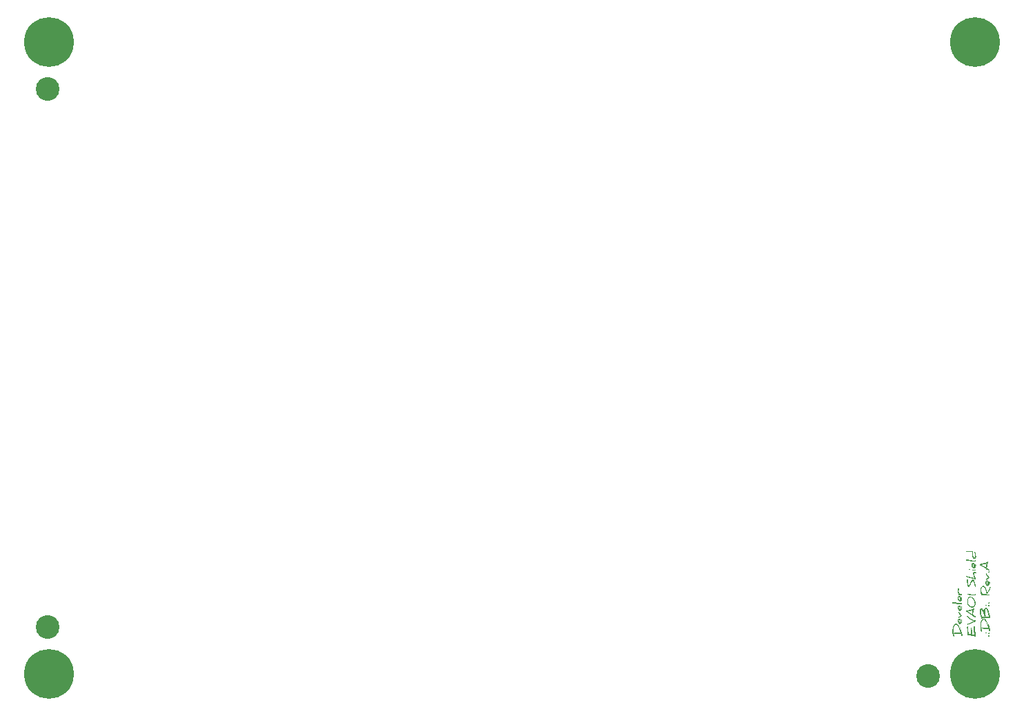
<source format=gts>
G04 Layer_Color=8388736*
%FSLAX44Y44*%
%MOMM*%
G71*
G01*
G75*
%ADD34C,2.9000*%
%ADD35C,6.1000*%
G36*
X1183240Y96001D02*
X1183254Y95974D01*
X1183268Y95946D01*
X1183296Y95890D01*
X1183324Y95807D01*
X1183365Y95710D01*
Y95696D01*
X1183379Y95668D01*
X1183421Y95571D01*
X1183476Y95460D01*
X1183490Y95419D01*
Y95391D01*
Y95377D01*
Y95336D01*
Y95280D01*
Y95225D01*
X1183504Y95100D01*
X1183518Y95044D01*
X1183532Y95017D01*
Y95030D01*
X1183545Y95058D01*
X1183559Y95128D01*
X1183573Y95225D01*
Y95211D01*
X1183601Y95183D01*
X1183629Y95114D01*
X1183670Y95017D01*
X1183726Y94892D01*
X1183795Y94725D01*
X1183864Y94531D01*
X1183948Y94282D01*
X1183934D01*
X1183892Y94309D01*
X1183823Y94351D01*
X1183754Y94406D01*
X1183670Y94503D01*
X1183573Y94628D01*
X1183490Y94781D01*
X1183421Y94989D01*
X1183143Y95849D01*
X1183157Y95863D01*
X1183185Y95904D01*
X1183226Y95960D01*
X1183240Y96015D01*
Y96001D01*
D02*
G37*
G36*
X1162080Y127288D02*
X1162177Y127275D01*
X1162302D01*
X1162440Y127247D01*
X1162732Y127205D01*
X1163064Y127122D01*
X1163425Y127025D01*
X1163786Y126886D01*
X1163800Y126872D01*
X1163855Y126845D01*
X1163938Y126775D01*
X1164063Y126692D01*
X1164216Y126581D01*
X1164410Y126456D01*
X1164632Y126304D01*
X1164895Y126124D01*
X1164909D01*
X1164964Y126110D01*
X1165048Y126096D01*
X1165159Y126082D01*
X1165173Y126068D01*
X1165214Y126040D01*
X1165283Y125985D01*
X1165380Y125915D01*
X1165491Y125818D01*
X1165630Y125707D01*
X1165797Y125569D01*
X1165977Y125416D01*
X1166005Y125375D01*
X1166018Y125347D01*
X1166046Y125291D01*
X1166088Y125222D01*
X1166143Y125125D01*
X1166227Y125000D01*
X1166310Y124848D01*
X1166407Y124667D01*
X1166532Y124459D01*
X1166684Y124210D01*
X1166864Y123904D01*
X1167059Y123572D01*
X1167281Y123183D01*
Y123169D01*
X1167294Y123156D01*
X1167308Y123114D01*
X1167322Y123059D01*
X1167350Y122989D01*
X1167377Y122906D01*
X1167419Y122795D01*
X1167461Y122684D01*
Y122670D01*
X1167475Y122642D01*
X1167530Y122545D01*
X1167627Y122435D01*
X1167683Y122407D01*
X1167738Y122393D01*
X1167821D01*
X1168515Y119356D01*
Y119328D01*
Y119272D01*
X1168529Y119175D01*
Y119148D01*
X1168542Y119106D01*
X1168556Y119051D01*
Y119009D01*
X1168570Y118995D01*
X1168584Y118954D01*
X1168612Y118926D01*
X1168626Y118898D01*
Y118884D01*
X1168640Y118856D01*
X1168653Y118787D01*
X1168667Y118676D01*
Y118648D01*
X1168653Y118607D01*
X1168640Y118551D01*
X1168626Y118496D01*
X1168612Y118468D01*
X1168598Y118413D01*
X1168584Y118343D01*
Y118288D01*
Y118260D01*
X1168598Y118205D01*
Y118163D01*
X1168612Y118108D01*
Y118080D01*
Y118024D01*
X1168626Y117955D01*
Y117941D01*
Y117927D01*
Y117913D01*
Y117886D01*
X1168612Y117844D01*
X1168598Y117789D01*
X1168584Y117719D01*
X1168556Y117622D01*
X1168529Y117511D01*
X1168487Y117359D01*
X1168431Y117192D01*
X1168376Y116998D01*
X1168293Y116762D01*
X1168210Y116485D01*
X1168099Y116180D01*
X1167988Y115833D01*
X1167849Y115445D01*
X1167821Y115417D01*
X1167766Y115375D01*
X1167669Y115292D01*
X1167599Y115237D01*
X1167516Y115167D01*
X1167419Y115084D01*
X1167308Y114987D01*
X1167183Y114876D01*
X1167031Y114738D01*
X1166864Y114585D01*
X1166670Y114418D01*
X1166656D01*
X1166643Y114391D01*
X1166559Y114335D01*
X1166434Y114238D01*
X1166282Y114127D01*
X1166102Y114003D01*
X1165894Y113891D01*
X1165672Y113781D01*
X1165450Y113711D01*
X1165436D01*
X1165367Y113697D01*
X1165283Y113670D01*
X1165145Y113656D01*
X1164992Y113628D01*
X1164798Y113600D01*
X1164562Y113586D01*
X1164174D01*
X1164077Y113600D01*
X1163938Y113614D01*
X1163800Y113642D01*
X1163619Y113670D01*
X1163439Y113711D01*
X1163231Y113753D01*
X1163009Y113822D01*
X1162773Y113891D01*
X1162538Y113989D01*
X1162288Y114100D01*
X1162024Y114224D01*
X1161761Y114377D01*
X1161497Y114543D01*
X1161470Y114557D01*
X1161442Y114585D01*
X1161400Y114613D01*
X1161331Y114668D01*
X1161262Y114724D01*
X1161164Y114807D01*
X1161054Y114904D01*
X1160929Y115015D01*
X1160776Y115140D01*
X1160610Y115292D01*
X1160430Y115459D01*
X1160221Y115653D01*
X1159986Y115875D01*
X1159722Y116124D01*
X1159445Y116388D01*
X1159417Y116416D01*
X1159403Y116443D01*
X1159362Y116485D01*
X1159320Y116554D01*
X1159278Y116624D01*
X1159223Y116721D01*
X1159154Y116818D01*
X1159098Y116957D01*
X1159029Y117095D01*
X1158959Y117262D01*
X1158876Y117442D01*
X1158807Y117650D01*
X1158737Y117886D01*
X1158668Y118135D01*
X1158599Y118413D01*
Y118427D01*
X1158585Y118468D01*
X1158571Y118551D01*
X1158543Y118648D01*
X1158516Y118759D01*
X1158488Y118898D01*
X1158460Y119051D01*
X1158432Y119217D01*
X1158377Y119592D01*
X1158322Y119994D01*
X1158280Y120396D01*
X1158266Y120798D01*
Y120826D01*
Y120895D01*
X1158280Y121020D01*
Y121186D01*
X1158308Y121381D01*
X1158335Y121630D01*
X1158377Y121908D01*
X1158432Y122226D01*
Y122240D01*
Y122268D01*
X1158419Y122310D01*
Y122365D01*
X1158405Y122518D01*
Y122712D01*
Y122740D01*
X1158432Y122809D01*
X1158460Y122934D01*
X1158502Y123086D01*
X1158543Y123267D01*
X1158599Y123475D01*
X1158654Y123696D01*
X1158710Y123932D01*
X1158835Y124418D01*
X1158904Y124653D01*
X1158959Y124875D01*
X1159029Y125070D01*
X1159084Y125250D01*
X1159126Y125388D01*
X1159167Y125499D01*
Y125513D01*
X1159195Y125555D01*
X1159237Y125624D01*
X1159278Y125707D01*
X1159348Y125818D01*
X1159431Y125943D01*
X1159528Y126068D01*
X1159639Y126193D01*
X1159764Y126332D01*
X1159902Y126470D01*
X1160069Y126595D01*
X1160235Y126720D01*
X1160430Y126831D01*
X1160638Y126928D01*
X1160859Y126997D01*
X1161095Y127053D01*
X1161123Y127066D01*
X1161192Y127094D01*
X1161303Y127136D01*
X1161428Y127177D01*
X1161553Y127219D01*
X1161664Y127261D01*
X1161761Y127288D01*
X1161816Y127302D01*
X1161983D01*
X1162080Y127288D01*
D02*
G37*
G36*
X1166629Y112643D02*
X1166726Y112616D01*
X1166823Y112574D01*
X1166934Y112491D01*
X1167031Y112366D01*
X1167059Y112297D01*
X1167086Y112200D01*
X1167114Y112102D01*
Y111978D01*
Y111409D01*
Y111395D01*
X1167100Y111368D01*
X1167086Y111340D01*
X1167059Y111284D01*
X1167003Y111201D01*
X1166948Y111104D01*
X1166864Y110979D01*
X1166851Y110965D01*
X1166823Y110910D01*
X1166767Y110841D01*
X1166712Y110757D01*
X1166601Y110577D01*
X1166573Y110508D01*
X1166545Y110452D01*
Y110438D01*
X1166532Y110411D01*
X1166504Y110369D01*
X1166490Y110314D01*
X1166462Y110230D01*
X1166421Y110147D01*
X1166337Y109925D01*
X1166254Y109676D01*
X1166171Y109384D01*
X1166088Y109065D01*
X1166018Y108746D01*
Y108719D01*
X1166005Y108663D01*
X1165977Y108552D01*
X1165949Y108413D01*
X1165921Y108247D01*
X1165894Y108053D01*
X1165852Y107831D01*
X1165810Y107595D01*
X1165783Y107346D01*
X1165741Y107082D01*
X1165672Y106541D01*
X1165630Y106028D01*
X1165616Y105779D01*
Y105543D01*
Y105515D01*
X1165630Y105460D01*
X1165658Y105390D01*
X1165727Y105293D01*
X1165616Y105154D01*
Y105127D01*
X1165644Y105057D01*
X1165686Y104946D01*
X1165769Y104794D01*
X1165824Y104711D01*
X1165894Y104628D01*
X1165977Y104544D01*
X1166074Y104447D01*
X1166199Y104350D01*
X1166337Y104253D01*
X1166490Y104170D01*
X1166670Y104073D01*
X1166684Y104059D01*
X1166712Y104031D01*
X1166767Y103989D01*
X1166837Y103934D01*
X1166920Y103851D01*
X1167031Y103768D01*
X1167156Y103657D01*
X1167308Y103546D01*
X1167336D01*
X1167405Y103518D01*
X1167530Y103490D01*
X1167683Y103449D01*
X1167697D01*
X1167710Y103435D01*
X1167752Y103421D01*
X1167807Y103393D01*
X1167877Y103352D01*
X1167946Y103310D01*
X1168154Y103185D01*
X1168168Y103171D01*
X1168196Y103130D01*
X1168251Y103060D01*
X1168335Y102963D01*
X1168445Y102838D01*
X1168556Y102700D01*
X1168709Y102533D01*
X1168875Y102339D01*
X1168861Y102325D01*
X1168848Y102298D01*
X1168820Y102242D01*
X1168778Y102173D01*
X1168667Y102020D01*
X1168556Y101840D01*
X1168542Y101826D01*
X1168515Y101798D01*
X1168473Y101757D01*
X1168418Y101701D01*
X1168335Y101646D01*
X1168251Y101604D01*
X1168154Y101576D01*
X1168043Y101562D01*
X1167891D01*
X1167794Y101576D01*
X1167599Y101604D01*
X1167516Y101618D01*
X1167461Y101646D01*
X1167447Y101660D01*
X1167419Y101687D01*
X1167364Y101743D01*
X1167281Y101812D01*
X1167100Y101979D01*
X1166892Y102159D01*
X1166878Y102173D01*
X1166823Y102214D01*
X1166740Y102284D01*
X1166629Y102367D01*
X1166490Y102450D01*
X1166351Y102547D01*
X1166199Y102644D01*
X1166046Y102727D01*
X1166032Y102741D01*
X1165991D01*
X1165977Y102727D01*
X1165949Y102714D01*
X1165880Y102700D01*
X1165797Y102686D01*
X1165686Y102658D01*
X1165519Y102630D01*
X1165478D01*
X1165408Y102617D01*
X1165367D01*
X1165283Y102630D01*
X1165186Y102686D01*
X1165131Y102714D01*
X1165089Y102769D01*
Y102783D01*
X1165061Y102811D01*
X1165048Y102866D01*
X1165006Y102935D01*
X1164937Y103116D01*
X1164840Y103310D01*
X1164826Y103338D01*
X1164798Y103393D01*
X1164756Y103476D01*
X1164701Y103587D01*
X1164632Y103698D01*
X1164562Y103795D01*
X1164493Y103892D01*
X1164410Y103962D01*
X1164396Y103976D01*
X1164354Y104003D01*
X1164285Y104045D01*
X1164160Y104114D01*
X1164091Y104170D01*
X1163994Y104225D01*
X1163883Y104281D01*
X1163758Y104364D01*
X1163619Y104447D01*
X1163453Y104544D01*
X1163439Y104558D01*
X1163425Y104572D01*
X1163383Y104614D01*
X1163328Y104669D01*
X1163272Y104725D01*
X1163189Y104808D01*
X1163078Y104905D01*
X1162967Y105002D01*
X1162953Y105016D01*
X1162912Y105030D01*
X1162843Y105071D01*
X1162746Y105141D01*
X1162621Y105210D01*
X1162482Y105293D01*
X1162302Y105404D01*
X1162094Y105529D01*
X1161872Y105668D01*
X1161622Y105820D01*
X1161345Y106000D01*
X1161054Y106181D01*
X1160721Y106389D01*
X1160374Y106611D01*
X1160000Y106846D01*
X1159611Y107096D01*
X1159584D01*
X1159514Y107124D01*
X1159389Y107151D01*
X1159237Y107193D01*
X1157656Y108136D01*
X1157573D01*
X1157462Y108150D01*
X1157323Y108178D01*
X1156643Y108677D01*
Y108691D01*
X1156629Y108705D01*
X1156602Y108774D01*
X1156574Y108843D01*
Y108857D01*
X1156560Y108871D01*
Y108885D01*
X1156574Y108954D01*
X1156616Y109079D01*
X1156699Y109218D01*
X1156754Y109287D01*
X1156824Y109370D01*
X1156921Y109454D01*
X1157018Y109537D01*
X1157143Y109620D01*
X1157295Y109703D01*
X1157462Y109773D01*
X1157656Y109842D01*
X1157670D01*
X1157711Y109856D01*
X1157794Y109884D01*
X1157850Y109911D01*
X1157919Y109925D01*
X1158016Y109953D01*
X1158127Y109994D01*
X1158252Y110036D01*
X1158405Y110078D01*
X1158571Y110133D01*
X1158765Y110203D01*
X1158779D01*
X1158793Y110216D01*
X1158835Y110230D01*
X1158890Y110244D01*
X1159043Y110300D01*
X1159237Y110355D01*
X1159473Y110424D01*
X1159736Y110508D01*
X1160027Y110591D01*
X1160319Y110674D01*
X1160332D01*
X1160388Y110688D01*
X1160457Y110702D01*
X1160568Y110716D01*
X1160693Y110730D01*
X1160845Y110757D01*
X1161012Y110785D01*
X1161192Y110813D01*
X1161594Y110896D01*
X1162038Y110979D01*
X1162482Y111062D01*
X1162926Y111159D01*
X1162940D01*
X1162967Y111173D01*
X1163023Y111187D01*
X1163092Y111201D01*
X1163189Y111229D01*
X1163300Y111257D01*
X1163439Y111298D01*
X1163592Y111354D01*
X1163772Y111409D01*
X1163952Y111465D01*
X1164160Y111548D01*
X1164396Y111631D01*
X1164645Y111714D01*
X1164895Y111825D01*
X1165186Y111936D01*
X1165478Y112061D01*
X1165505Y112075D01*
X1165533Y112102D01*
X1165589Y112144D01*
X1165658Y112186D01*
X1165755Y112255D01*
X1165880Y112324D01*
X1166018Y112408D01*
X1166032Y112422D01*
X1166074Y112449D01*
X1166143Y112491D01*
X1166227Y112532D01*
X1166407Y112616D01*
X1166476Y112643D01*
X1166545Y112657D01*
X1166573D01*
X1166629Y112643D01*
D02*
G37*
G36*
X1158724Y91938D02*
X1158737Y91882D01*
X1158765Y91813D01*
X1158807Y91716D01*
X1158876Y91494D01*
X1158890Y91383D01*
X1158904Y91272D01*
Y91286D01*
Y91300D01*
Y91314D01*
X1158918D01*
X1158932Y91300D01*
Y91272D01*
X1158946Y91244D01*
X1158959Y91189D01*
X1158987Y91106D01*
X1159001Y91009D01*
X1159029Y90884D01*
X1159015Y90842D01*
Y90801D01*
Y90731D01*
X1159001Y90634D01*
Y90509D01*
Y90343D01*
X1159015Y90315D01*
X1159029Y90260D01*
X1159043Y90204D01*
X1159070Y90149D01*
X1159084Y90121D01*
X1159098Y90066D01*
X1159112Y89996D01*
X1159126Y89941D01*
Y89913D01*
X1159140Y89830D01*
Y89705D01*
X1159167Y89525D01*
X1159195Y89303D01*
X1159223Y89025D01*
X1159265Y88720D01*
X1159320Y88360D01*
X1159611Y86363D01*
Y86349D01*
X1159597Y86307D01*
X1159584Y86238D01*
Y86224D01*
X1159570Y86182D01*
X1159556Y86127D01*
Y86085D01*
Y86072D01*
X1159570Y86030D01*
X1159584Y85975D01*
X1159597Y85877D01*
X1159625Y85753D01*
X1159653Y85586D01*
X1159695Y85378D01*
X1159722Y85239D01*
X1159736Y85101D01*
X1159764Y84948D01*
X1159791Y84768D01*
X1159833Y84574D01*
X1159861Y84380D01*
X1159902Y84144D01*
X1159944Y83908D01*
X1159986Y83645D01*
X1160041Y83353D01*
X1160083Y83048D01*
X1160138Y82729D01*
X1160208Y82382D01*
X1160263Y82008D01*
X1160277D01*
X1160291Y81980D01*
X1160332Y81953D01*
X1160402Y81911D01*
X1160471Y81869D01*
X1160582Y81814D01*
X1160693Y81758D01*
X1160832Y81703D01*
X1160984Y81634D01*
X1161164Y81564D01*
X1161373Y81495D01*
X1161594Y81440D01*
X1161844Y81370D01*
X1162121Y81315D01*
X1162413Y81259D01*
X1162732Y81218D01*
Y81231D01*
X1162759Y81259D01*
X1162773Y81315D01*
X1162801Y81398D01*
X1162829Y81495D01*
X1162843Y81592D01*
X1162870Y81717D01*
Y81855D01*
Y81869D01*
X1162857Y81897D01*
X1162843Y81953D01*
X1162829Y82008D01*
X1162815Y82064D01*
Y82077D01*
X1162801Y82091D01*
X1162787Y82161D01*
X1162773Y82216D01*
X1162759Y82244D01*
Y82258D01*
Y82272D01*
Y82285D01*
X1162773Y82299D01*
X1162787Y82341D01*
X1162801Y82396D01*
X1162829Y82480D01*
X1162857Y82577D01*
Y82591D01*
Y82632D01*
Y82688D01*
Y82785D01*
Y82896D01*
Y83048D01*
Y83215D01*
X1162843Y83409D01*
Y83645D01*
Y83894D01*
X1162829Y84185D01*
Y84490D01*
X1162815Y84837D01*
Y85212D01*
X1162801Y85628D01*
X1162787Y86058D01*
X1162718Y88249D01*
Y88263D01*
Y88291D01*
Y88304D01*
Y88332D01*
Y88388D01*
X1162732Y88429D01*
X1162773Y88540D01*
X1162815Y88582D01*
X1162857Y88609D01*
X1162870D01*
X1162898Y88623D01*
X1162953Y88637D01*
X1163009Y88651D01*
X1163189Y88679D01*
X1163383Y88720D01*
X1163397Y88707D01*
X1163425Y88637D01*
X1163481Y88540D01*
X1163550Y88388D01*
X1163592Y88277D01*
X1163647Y88166D01*
X1163689Y88041D01*
X1163730Y87902D01*
X1163786Y87750D01*
X1163841Y87569D01*
X1163883Y87375D01*
X1163938Y87167D01*
Y87153D01*
X1163952Y87126D01*
X1163966Y87056D01*
X1163980Y86987D01*
X1163994Y86876D01*
X1164021Y86751D01*
X1164035Y86599D01*
X1164063Y86432D01*
X1164091Y86238D01*
X1164105Y86030D01*
X1164132Y85794D01*
X1164146Y85545D01*
X1164160Y85281D01*
X1164174Y84976D01*
X1164188Y84671D01*
Y84338D01*
Y84324D01*
Y84283D01*
Y84213D01*
Y84116D01*
X1164202Y83991D01*
Y83853D01*
X1164216Y83672D01*
X1164229Y83478D01*
X1164243Y83242D01*
X1164257Y82993D01*
X1164285Y82715D01*
X1164313Y82410D01*
X1164354Y82077D01*
X1164396Y81717D01*
X1164437Y81342D01*
X1164493Y80940D01*
Y80926D01*
X1164507Y80899D01*
X1164521Y80857D01*
X1164548Y80801D01*
X1164590Y80746D01*
X1164645Y80691D01*
X1164729Y80649D01*
X1164826Y80621D01*
X1165186Y80538D01*
X1165200D01*
X1165242Y80510D01*
X1165297Y80496D01*
X1165380Y80455D01*
X1165491Y80427D01*
X1165602Y80386D01*
X1165866Y80288D01*
X1166143Y80191D01*
X1166407Y80122D01*
X1166656Y80066D01*
X1166753Y80039D01*
X1167169D01*
Y80053D01*
X1167183Y80108D01*
X1167197Y80177D01*
X1167225Y80261D01*
X1166476Y85711D01*
Y85725D01*
Y85753D01*
Y85808D01*
Y85891D01*
X1166462Y86016D01*
Y86196D01*
X1166448Y86404D01*
X1166434Y86543D01*
Y86682D01*
X1166421Y86793D01*
X1166365Y87611D01*
Y87625D01*
X1166379Y87666D01*
X1166407Y87736D01*
X1166462Y87833D01*
Y87847D01*
Y87874D01*
Y87930D01*
Y88013D01*
X1166476Y88152D01*
Y88235D01*
Y88332D01*
Y88457D01*
Y88582D01*
Y88720D01*
Y88887D01*
Y88901D01*
Y88915D01*
X1166462Y88942D01*
Y88998D01*
X1166448Y89067D01*
X1166434Y89164D01*
X1166421Y89289D01*
Y89303D01*
X1166407Y89345D01*
Y89414D01*
X1166393Y89483D01*
X1166379Y89552D01*
Y89608D01*
X1166365Y89663D01*
Y89677D01*
Y89691D01*
Y89747D01*
X1166379Y89830D01*
X1166393Y89955D01*
X1166407Y90093D01*
X1166448Y90246D01*
X1166490Y90426D01*
X1166559Y90606D01*
X1166573D01*
X1166629Y90620D01*
X1166698Y90648D01*
X1166781Y90676D01*
X1166864Y90704D01*
X1166934Y90717D01*
X1166989Y90745D01*
X1167017Y90759D01*
Y90773D01*
X1167031D01*
X1167072Y90759D01*
X1167142Y90731D01*
X1167211Y90704D01*
X1167281Y90648D01*
X1167377Y90579D01*
X1167461Y90482D01*
X1167475Y90468D01*
X1167488Y90426D01*
X1167530Y90371D01*
X1167572Y90301D01*
X1167641Y90135D01*
X1167669Y90038D01*
X1167683Y89941D01*
Y89913D01*
X1167669Y89872D01*
X1167655Y89774D01*
Y89747D01*
X1167641Y89691D01*
X1167627Y89622D01*
Y89566D01*
Y89552D01*
X1167641Y89525D01*
X1167655Y89483D01*
X1167669Y89414D01*
X1167697Y89345D01*
X1167738Y89234D01*
Y89220D01*
X1167752Y89178D01*
X1167766Y89136D01*
X1167780Y89067D01*
X1167821Y88956D01*
X1167835Y88915D01*
Y88887D01*
X1168099Y85905D01*
Y85891D01*
Y85864D01*
X1168113Y85794D01*
Y85711D01*
X1168126Y85600D01*
X1168140Y85461D01*
X1168168Y85295D01*
X1168196Y85101D01*
X1168223Y84879D01*
X1168251Y84615D01*
X1168293Y84324D01*
X1168335Y84005D01*
X1168390Y83658D01*
X1168445Y83270D01*
X1168515Y82840D01*
X1168584Y82382D01*
X1168931Y80136D01*
Y80122D01*
Y80094D01*
X1168917Y80039D01*
X1168903Y79956D01*
X1168875Y79831D01*
X1168861Y79748D01*
X1168848Y79651D01*
X1168820Y79539D01*
X1168792Y79415D01*
X1168764Y79262D01*
X1168723Y79110D01*
Y79096D01*
X1168709Y79068D01*
Y79026D01*
X1168695Y78971D01*
X1168667Y78832D01*
X1168626Y78666D01*
X1168584Y78485D01*
X1168556Y78319D01*
X1168542Y78180D01*
X1168529Y78125D01*
Y78083D01*
Y78070D01*
X1168515D01*
X1168487Y78056D01*
X1168404Y78028D01*
X1168307Y78000D01*
X1168265Y77986D01*
X1168237D01*
X1168196Y78000D01*
X1168126Y78028D01*
X1168002Y78056D01*
X1167932Y78083D01*
X1167835Y78111D01*
X1167724Y78153D01*
X1167599Y78194D01*
X1167461Y78236D01*
X1167294Y78291D01*
X1167281D01*
X1167253Y78305D01*
X1167197Y78319D01*
X1167128Y78347D01*
X1167045Y78375D01*
X1166948Y78402D01*
X1166740Y78485D01*
X1166504Y78555D01*
X1166268Y78638D01*
X1166060Y78693D01*
X1165963Y78721D01*
X1165880Y78749D01*
X1164562Y79124D01*
Y79110D01*
X1164548Y79096D01*
X1164535Y79082D01*
X1164507Y79054D01*
X1164451Y79012D01*
X1164368Y78957D01*
X1164257Y78888D01*
X1164105Y78791D01*
X1164035D01*
X1163980Y78777D01*
X1163910Y78763D01*
X1163813Y78735D01*
X1163716Y78693D01*
X1163592Y78652D01*
X1163578Y78666D01*
X1163550Y78721D01*
X1163494Y78791D01*
X1163425Y78902D01*
X1163328Y79026D01*
X1163203Y79179D01*
X1163064Y79359D01*
X1162898Y79553D01*
X1162884D01*
X1162857Y79581D01*
X1162815Y79595D01*
X1162773Y79609D01*
X1162718Y79623D01*
X1162635Y79651D01*
X1162538Y79692D01*
X1162427Y79720D01*
X1162302Y79761D01*
X1162135Y79817D01*
X1161955Y79858D01*
X1161747Y79928D01*
X1161497Y79997D01*
X1161234Y80066D01*
X1161192D01*
X1161151Y80053D01*
X1160901D01*
X1160776Y80150D01*
X1160762Y80164D01*
X1160721Y80191D01*
X1160679Y80219D01*
X1160624Y80233D01*
X1160596D01*
X1160540Y80191D01*
X1160485Y80164D01*
X1160443Y80108D01*
X1160388Y80039D01*
X1160332Y79942D01*
Y79928D01*
X1160305Y79900D01*
X1160291Y79845D01*
X1160263Y79789D01*
X1160221Y79637D01*
X1160194Y79484D01*
Y79470D01*
Y79442D01*
X1160166D01*
X1160110Y79415D01*
X1160013Y79401D01*
X1159916Y79373D01*
X1159667Y79331D01*
X1159570Y79304D01*
X1159459D01*
X1159417Y79318D01*
X1159348Y79331D01*
X1159278Y79359D01*
X1159195Y79401D01*
X1159098Y79484D01*
X1159029Y79581D01*
X1158959Y79720D01*
Y79734D01*
X1158946Y79761D01*
X1158932Y79803D01*
X1158904Y79872D01*
X1158890Y79956D01*
X1158862Y80066D01*
X1158835Y80177D01*
X1158793Y80316D01*
X1158765Y80455D01*
X1158737Y80621D01*
X1158696Y80982D01*
X1158654Y81398D01*
X1158641Y81855D01*
Y81883D01*
X1158654Y81911D01*
X1158682Y81953D01*
Y81966D01*
X1158696Y81980D01*
X1158710Y81994D01*
Y82008D01*
Y82022D01*
X1158696Y82036D01*
X1158682Y82077D01*
X1158668Y82133D01*
X1158641Y82202D01*
X1158599Y82313D01*
X1158543Y82452D01*
Y82466D01*
Y82535D01*
X1158530Y82632D01*
Y82771D01*
X1158516Y82937D01*
Y83145D01*
X1158502Y83395D01*
X1158488Y83672D01*
X1158474Y83977D01*
X1158460Y84324D01*
X1158432Y84699D01*
X1158419Y85101D01*
X1158391Y85531D01*
X1158363Y85988D01*
X1158335Y86488D01*
X1158308Y87001D01*
X1158127Y89844D01*
Y89858D01*
Y89885D01*
X1158141Y89955D01*
X1158169Y90066D01*
X1158224Y90218D01*
X1158252Y90315D01*
X1158294Y90426D01*
X1158335Y90551D01*
X1158391Y90690D01*
X1158446Y90842D01*
X1158516Y91023D01*
Y91036D01*
X1158530Y91064D01*
Y91120D01*
Y91175D01*
X1158543Y91272D01*
Y91383D01*
Y91536D01*
Y91550D01*
Y91577D01*
X1158557Y91633D01*
X1158571Y91688D01*
X1158613Y91827D01*
X1158710Y91952D01*
X1158724Y91938D01*
D02*
G37*
G36*
X1158335Y103601D02*
X1158405Y103560D01*
X1158530Y103504D01*
X1158599Y103449D01*
X1158696Y103393D01*
X1158793Y103310D01*
X1158918Y103227D01*
X1159056Y103116D01*
X1159223Y102991D01*
X1159403Y102852D01*
X1159597Y102686D01*
X1159611Y102658D01*
X1159625Y102603D01*
X1159667Y102533D01*
X1159708Y102492D01*
X1159722D01*
X1159764Y102478D01*
X1159833Y102436D01*
X1159902Y102395D01*
X1160000Y102311D01*
X1160097Y102214D01*
X1160194Y102076D01*
X1160277Y101909D01*
X1160291Y101923D01*
X1160360D01*
X1160443Y101895D01*
X1160499Y101868D01*
X1160554Y101826D01*
X1160624Y101771D01*
X1160693Y101701D01*
X1160721Y101673D01*
X1160749Y101646D01*
X1160776Y101604D01*
X1160832Y101549D01*
X1160901Y101479D01*
X1160984Y101396D01*
X1161081Y101285D01*
X1161095Y101271D01*
X1161137Y101244D01*
X1161192Y101188D01*
X1161275Y101119D01*
X1161386Y101022D01*
X1161497Y100911D01*
X1161622Y100772D01*
X1161761Y100619D01*
X1161775D01*
X1161803Y100606D01*
X1161858Y100592D01*
X1161927Y100564D01*
X1162024Y100522D01*
X1162163Y100453D01*
X1162316Y100370D01*
X1162496Y100259D01*
X1162510Y100231D01*
X1162579Y100162D01*
X1162676Y100037D01*
X1162759Y99968D01*
X1162843Y99898D01*
X1162857D01*
X1162884Y99885D01*
X1162926D01*
X1162981Y99857D01*
X1163051Y99843D01*
X1163148Y99801D01*
X1163245Y99760D01*
X1163370Y99718D01*
X1163397Y99690D01*
X1163425Y99663D01*
X1163467Y99621D01*
X1163536Y99579D01*
X1163605Y99524D01*
X1163702Y99454D01*
X1163813Y99385D01*
X1163827D01*
X1163869Y99371D01*
X1163952Y99358D01*
X1164049Y99344D01*
X1164188Y99302D01*
X1164354Y99260D01*
X1164548Y99191D01*
X1164784Y99122D01*
X1164798Y99094D01*
X1164854Y99038D01*
X1164937Y98955D01*
X1165061Y98844D01*
X1165089D01*
X1165117Y98830D01*
X1165173Y98817D01*
X1165242Y98789D01*
X1165325Y98775D01*
X1165436Y98733D01*
X1165575Y98692D01*
X1165727Y98650D01*
X1165908Y98595D01*
X1166129Y98525D01*
X1166365Y98456D01*
X1166643Y98373D01*
X1166948Y98276D01*
X1167294Y98165D01*
X1167669Y98040D01*
X1167932D01*
X1168043Y98026D01*
X1168182D01*
X1168348Y98012D01*
X1168362Y97985D01*
X1168390Y97929D01*
X1168431Y97860D01*
X1168487Y97749D01*
X1168570Y97610D01*
X1168681Y97430D01*
X1168820Y97208D01*
Y97194D01*
X1168806Y97152D01*
X1168792Y97111D01*
X1168778Y97055D01*
X1168764Y97000D01*
X1168751Y96917D01*
X1168723Y96903D01*
X1168653Y96861D01*
X1168542Y96778D01*
X1168376Y96681D01*
X1168154Y96542D01*
X1167905Y96390D01*
X1167599Y96195D01*
X1167253Y95987D01*
X1167239D01*
X1167211Y95974D01*
X1167156Y95946D01*
X1167072Y95904D01*
X1166989Y95863D01*
X1166864Y95807D01*
X1166726Y95752D01*
X1166573Y95682D01*
X1166407Y95599D01*
X1166213Y95516D01*
X1166005Y95419D01*
X1165783Y95322D01*
X1165547Y95211D01*
X1165283Y95086D01*
X1165020Y94961D01*
X1164729Y94836D01*
X1164715Y94823D01*
X1164659Y94809D01*
X1164562Y94767D01*
X1164493Y94739D01*
X1164410Y94712D01*
X1164313Y94670D01*
X1164202Y94628D01*
X1164077Y94573D01*
X1163938Y94517D01*
X1163772Y94462D01*
X1163592Y94393D01*
X1163397Y94323D01*
X1163175Y94240D01*
X1163162D01*
X1163134Y94212D01*
X1163092Y94185D01*
X1163037Y94157D01*
X1162953Y94101D01*
X1162857Y94046D01*
X1162746Y93976D01*
X1162607Y93893D01*
X1162579Y93879D01*
X1162551Y93852D01*
X1162496Y93824D01*
X1162413Y93769D01*
X1162316Y93713D01*
X1162177Y93644D01*
X1162010Y93547D01*
X1161969D01*
X1161927Y93533D01*
X1161858D01*
X1161775Y93519D01*
X1161678Y93505D01*
X1161567Y93477D01*
X1161428Y93449D01*
X1161414Y93436D01*
X1161373Y93394D01*
X1161303Y93352D01*
X1161206Y93297D01*
X1161095Y93228D01*
X1160956Y93186D01*
X1160804Y93144D01*
X1160638Y93131D01*
X1158946Y92534D01*
X1158918D01*
X1158848Y92548D01*
X1158765Y92576D01*
X1158737Y92604D01*
X1158724Y92631D01*
Y92645D01*
X1158710Y92673D01*
X1158696Y92728D01*
X1158682Y92784D01*
X1158654Y92909D01*
X1158641Y92964D01*
Y93006D01*
Y93034D01*
Y93103D01*
Y93200D01*
X1158654Y93311D01*
X1158668Y93422D01*
X1158682Y93533D01*
X1158710Y93630D01*
X1158751Y93685D01*
X1158765Y93699D01*
X1158793Y93713D01*
X1158848Y93755D01*
X1158946Y93796D01*
X1159084Y93852D01*
X1159181Y93879D01*
X1159292Y93921D01*
X1159417Y93963D01*
X1159556Y93990D01*
X1159708Y94032D01*
X1159889Y94074D01*
X1159916Y94101D01*
X1159944Y94115D01*
X1160000Y94157D01*
X1160013D01*
X1160041Y94171D01*
X1160083Y94185D01*
X1160138Y94198D01*
X1160208Y94212D01*
X1160291Y94240D01*
X1160499Y94309D01*
X1160735Y94406D01*
X1161012Y94503D01*
X1161289Y94628D01*
X1161567Y94781D01*
X1163619Y95613D01*
X1163633Y95627D01*
X1163675Y95641D01*
X1163730Y95682D01*
X1163827Y95738D01*
X1163952Y95807D01*
X1164091Y95890D01*
X1164271Y96001D01*
X1164465Y96112D01*
X1164493Y96126D01*
X1164562Y96140D01*
X1164618Y96168D01*
X1164701Y96182D01*
X1164784Y96223D01*
X1164881Y96251D01*
X1164992Y96306D01*
X1165131Y96348D01*
X1165270Y96417D01*
X1165436Y96487D01*
X1165602Y96556D01*
X1165797Y96639D01*
X1166005Y96736D01*
X1166227Y96847D01*
Y96875D01*
X1166213Y96917D01*
X1166185Y96986D01*
X1166115Y97055D01*
X1166074D01*
X1166032Y97069D01*
X1165949Y97083D01*
X1165852Y97111D01*
X1165727Y97152D01*
X1165575Y97194D01*
X1165380Y97263D01*
X1165367Y97277D01*
X1165297Y97305D01*
X1165186Y97360D01*
X1165117Y97402D01*
X1165020Y97458D01*
X1164923Y97513D01*
X1164798Y97568D01*
X1164659Y97638D01*
X1164521Y97721D01*
X1164340Y97818D01*
X1164160Y97915D01*
X1163952Y98026D01*
X1163730Y98151D01*
X1163494Y98276D01*
X1163481Y98290D01*
X1163453Y98303D01*
X1163383Y98331D01*
X1163314Y98373D01*
X1163203Y98442D01*
X1163092Y98498D01*
X1162953Y98581D01*
X1162801Y98678D01*
X1162621Y98775D01*
X1162440Y98886D01*
X1162246Y99011D01*
X1162024Y99136D01*
X1161567Y99427D01*
X1161054Y99746D01*
X1161040Y99760D01*
X1161012Y99774D01*
X1160956Y99815D01*
X1160887Y99857D01*
X1160804Y99926D01*
X1160693Y100009D01*
X1160554Y100106D01*
X1160416Y100231D01*
X1160249Y100370D01*
X1160055Y100522D01*
X1159861Y100689D01*
X1159639Y100883D01*
X1159403Y101105D01*
X1159154Y101341D01*
X1158890Y101590D01*
X1158613Y101868D01*
X1158599Y101882D01*
X1158571Y101909D01*
X1158530Y101951D01*
X1158488Y101993D01*
X1158349Y102131D01*
X1158197Y102311D01*
X1158044Y102492D01*
X1157905Y102672D01*
X1157864Y102755D01*
X1157822Y102838D01*
X1157794Y102908D01*
X1157781Y102963D01*
Y102991D01*
X1157808Y103060D01*
X1157864Y103185D01*
X1157905Y103268D01*
X1157975Y103352D01*
X1157989Y103365D01*
X1158002Y103393D01*
X1158086Y103490D01*
X1158197Y103574D01*
X1158252Y103601D01*
X1158294Y103615D01*
X1158308D01*
X1158335Y103601D01*
D02*
G37*
G36*
X1168709Y157327D02*
X1168751Y157313D01*
X1168834Y157286D01*
X1168917Y157244D01*
X1169028Y157189D01*
X1169167Y157106D01*
Y157078D01*
X1169180Y157050D01*
X1169194Y157008D01*
X1169208Y156953D01*
X1169222Y156884D01*
X1169250Y156786D01*
X1169277Y156676D01*
X1169291Y156703D01*
X1169305Y156773D01*
X1169347Y156870D01*
X1169402Y157008D01*
X1169527Y156856D01*
Y156842D01*
X1169513Y156828D01*
X1169499Y156731D01*
X1169444Y156606D01*
X1169361Y156454D01*
X1169236Y156287D01*
X1169070Y156107D01*
X1168959Y156038D01*
X1168834Y155954D01*
X1168709Y155885D01*
X1168556Y155830D01*
X1168459D01*
X1168335Y155843D01*
X1167932D01*
X1167655Y155857D01*
X1166962D01*
X1166948Y155843D01*
X1166920Y155816D01*
X1166851Y155746D01*
X1166753Y155635D01*
Y155622D01*
Y155594D01*
X1166767Y155538D01*
X1166781Y155469D01*
X1166795Y155372D01*
X1166809Y155261D01*
X1166823Y155150D01*
X1166851Y155011D01*
X1166906Y154706D01*
X1166962Y154373D01*
X1167031Y154027D01*
X1167114Y153666D01*
Y153638D01*
X1167128Y153611D01*
X1167142Y153555D01*
X1167169Y153486D01*
X1167197Y153403D01*
X1167239Y153292D01*
X1167294Y153153D01*
X1167350Y152987D01*
X1167433Y152792D01*
X1167516Y152557D01*
X1167613Y152307D01*
X1167738Y152016D01*
X1167877Y151683D01*
X1168029Y151308D01*
X1168196Y150892D01*
Y150879D01*
X1168223Y150823D01*
X1168251Y150754D01*
X1168293Y150657D01*
X1168335Y150546D01*
X1168390Y150421D01*
X1168501Y150130D01*
X1168612Y149811D01*
X1168709Y149520D01*
X1168751Y149395D01*
X1168778Y149270D01*
X1168792Y149173D01*
X1168806Y149103D01*
Y149089D01*
Y149048D01*
X1168778Y148993D01*
X1168751Y148923D01*
X1168709Y148854D01*
X1168640Y148771D01*
X1168542Y148687D01*
X1168404Y148604D01*
X1168390D01*
X1168348Y148576D01*
X1168293Y148562D01*
X1168210Y148535D01*
X1168043Y148493D01*
X1167863Y148465D01*
X1167780D01*
X1167710Y148479D01*
X1167627Y148493D01*
X1167516Y148507D01*
X1167377Y148521D01*
X1167225Y148549D01*
X1167031Y148590D01*
X1166823Y148632D01*
X1166573Y148687D01*
X1166296Y148757D01*
X1165991Y148826D01*
X1165658Y148923D01*
X1165283Y149020D01*
X1164881Y149145D01*
X1164867D01*
X1164854Y149159D01*
X1164826Y149173D01*
X1164770Y149200D01*
X1164715Y149228D01*
X1164632Y149270D01*
X1164535Y149311D01*
X1164424Y149367D01*
X1164396D01*
X1164313Y149381D01*
X1164188Y149409D01*
X1164035Y149436D01*
X1163855Y149478D01*
X1163675Y149520D01*
X1163272Y149616D01*
X1163259D01*
X1163203Y149630D01*
X1163106Y149658D01*
X1162967Y149700D01*
X1162787Y149741D01*
X1162551Y149811D01*
X1162274Y149880D01*
X1161955Y149977D01*
X1161581Y150088D01*
X1161359Y150143D01*
X1161137Y150213D01*
X1160901Y150282D01*
X1160651Y150352D01*
X1160388Y150421D01*
X1160110Y150504D01*
X1159805Y150587D01*
X1159500Y150684D01*
X1159167Y150781D01*
X1158835Y150879D01*
X1158474Y150990D01*
X1158100Y151101D01*
X1157697Y151211D01*
X1157295Y151336D01*
X1157198D01*
X1157115Y151350D01*
X1156990Y151364D01*
X1156824Y151406D01*
X1156810Y151419D01*
X1156782Y151433D01*
X1156727Y151475D01*
X1156671Y151544D01*
X1156616Y151628D01*
X1156560Y151738D01*
X1156533Y151877D01*
X1156519Y152044D01*
Y152057D01*
Y152071D01*
X1156533Y152155D01*
X1156574Y152238D01*
X1156602Y152279D01*
X1156643Y152307D01*
X1156671Y152321D01*
X1156727Y152335D01*
X1156824Y152376D01*
X1156935Y152418D01*
X1157059Y152446D01*
X1157170Y152487D01*
X1157268Y152501D01*
X1157323Y152515D01*
X1157351D01*
X1157378Y152501D01*
X1157420D01*
X1157476Y152487D01*
X1157559Y152460D01*
X1157656Y152432D01*
X1157781Y152404D01*
X1157947Y152362D01*
X1158127Y152307D01*
X1158363Y152252D01*
X1158627Y152168D01*
X1158918Y152085D01*
X1159278Y151988D01*
X1159667Y151877D01*
X1159695D01*
X1159764Y151849D01*
X1159861Y151822D01*
X1160000Y151780D01*
X1160166Y151738D01*
X1160360Y151683D01*
X1160568Y151628D01*
X1160776Y151558D01*
X1161220Y151433D01*
X1161428Y151364D01*
X1161636Y151308D01*
X1161816Y151253D01*
X1161969Y151211D01*
X1162108Y151156D01*
X1162205Y151128D01*
X1162218D01*
X1162246Y151114D01*
X1162302Y151101D01*
X1162371Y151073D01*
X1162468Y151045D01*
X1162593Y151003D01*
X1162732Y150962D01*
X1162898Y150920D01*
X1163078Y150865D01*
X1163272Y150795D01*
X1163494Y150740D01*
X1163744Y150670D01*
X1164007Y150601D01*
X1164299Y150532D01*
X1164604Y150449D01*
X1164923Y150365D01*
X1164937D01*
X1164992Y150352D01*
X1165061Y150338D01*
X1165173Y150310D01*
X1165283Y150282D01*
X1165422Y150241D01*
X1165713Y150185D01*
X1166018Y150116D01*
X1166171Y150074D01*
X1166310Y150047D01*
X1166421Y150033D01*
X1166532Y150005D01*
X1166601Y149991D01*
X1166823D01*
X1166837Y150005D01*
X1166864Y150060D01*
X1166892Y150143D01*
X1166906Y150268D01*
Y150282D01*
X1166892Y150310D01*
Y150352D01*
X1166864Y150407D01*
X1166837Y150476D01*
X1166809Y150574D01*
X1166753Y150698D01*
X1166545Y151211D01*
Y151225D01*
X1166532Y151239D01*
X1166518Y151281D01*
X1166504Y151336D01*
X1166490Y151406D01*
X1166462Y151489D01*
X1166434Y151600D01*
X1166393Y151725D01*
X1166351Y151863D01*
X1166310Y152030D01*
X1166254Y152210D01*
X1166199Y152418D01*
X1166143Y152654D01*
X1166074Y152903D01*
X1166005Y153181D01*
X1165935Y153472D01*
Y153500D01*
X1165908Y153555D01*
X1165894Y153652D01*
X1165852Y153777D01*
X1165824Y153916D01*
X1165783Y154082D01*
X1165686Y154443D01*
X1165589Y154817D01*
X1165547Y154998D01*
X1165519Y155164D01*
X1165478Y155316D01*
X1165464Y155441D01*
X1165436Y155538D01*
Y155608D01*
Y155774D01*
Y155788D01*
Y155830D01*
X1165450Y155899D01*
X1165464Y155996D01*
X1165478Y156093D01*
X1165519Y156218D01*
X1165575Y156343D01*
X1165630Y156481D01*
X1165713Y156606D01*
X1165824Y156731D01*
X1165949Y156856D01*
X1166102Y156953D01*
X1166296Y157050D01*
X1166504Y157119D01*
X1166753Y157161D01*
X1167031Y157175D01*
X1167128D01*
X1167211Y157161D01*
X1167322D01*
X1167461Y157147D01*
X1167627Y157133D01*
X1167821Y157106D01*
X1167891D01*
X1167932Y157119D01*
X1167988Y157133D01*
X1168071Y157147D01*
X1168168Y157175D01*
X1168279Y157216D01*
X1168640Y157341D01*
X1168667D01*
X1168709Y157327D01*
D02*
G37*
G36*
X1168182Y160462D02*
X1168251D01*
X1168348Y160434D01*
X1168487Y160406D01*
X1168653Y160378D01*
X1168875Y160323D01*
X1168917Y160143D01*
Y160129D01*
Y160115D01*
Y160101D01*
Y160087D01*
X1168903Y160046D01*
X1168889Y159976D01*
X1168875Y159893D01*
X1168848Y159782D01*
X1168806Y159657D01*
X1168751Y159491D01*
X1168737Y159505D01*
X1168667D01*
X1168584Y159491D01*
X1168473Y159435D01*
X1168390Y159394D01*
X1168307Y159338D01*
X1168293Y159324D01*
X1168251Y159297D01*
X1168182Y159269D01*
X1168113Y159213D01*
X1167960Y159130D01*
X1167891Y159089D01*
X1167835Y159075D01*
X1167821D01*
X1167794Y159061D01*
X1167641D01*
X1167544Y159075D01*
X1167433D01*
X1167281Y159089D01*
X1167086Y159102D01*
X1166864Y159130D01*
X1166809D01*
X1166740Y159144D01*
X1166643Y159158D01*
X1166518D01*
X1166379Y159172D01*
X1166227Y159200D01*
X1166060Y159213D01*
X1165686Y159255D01*
X1165283Y159311D01*
X1164867Y159380D01*
X1164451Y159449D01*
X1164437Y159463D01*
X1164410Y159491D01*
X1164368Y159532D01*
X1164326Y159588D01*
X1164243Y159727D01*
X1164216Y159824D01*
X1164202Y159921D01*
Y159935D01*
Y159976D01*
X1164229Y160032D01*
X1164257Y160101D01*
X1164313Y160170D01*
X1164396Y160254D01*
X1164521Y160323D01*
X1164673Y160392D01*
X1164798D01*
X1164881Y160406D01*
X1165131D01*
X1165311Y160420D01*
X1165824D01*
X1165977Y160434D01*
X1166337D01*
X1166545Y160448D01*
X1166989D01*
X1167239Y160462D01*
X1167502D01*
X1167794Y160476D01*
X1168140D01*
X1168182Y160462D01*
D02*
G37*
G36*
X1158751Y148382D02*
X1158848Y148355D01*
X1158946Y148299D01*
X1159043Y148216D01*
X1159140Y148077D01*
X1159167Y147994D01*
X1159195Y147883D01*
X1159223Y147772D01*
Y147633D01*
Y147619D01*
Y147592D01*
X1159209Y147550D01*
Y147467D01*
X1159195Y147370D01*
X1159181Y147231D01*
X1159167Y147051D01*
X1159112Y146496D01*
Y146468D01*
Y146441D01*
Y146385D01*
X1159126Y146302D01*
X1159140Y146191D01*
X1159154Y146039D01*
X1159167Y145858D01*
X1159265Y145123D01*
Y145109D01*
Y145082D01*
Y145040D01*
Y144971D01*
Y144957D01*
Y144901D01*
Y144804D01*
Y144693D01*
Y144679D01*
Y144624D01*
X1159251Y144555D01*
Y144485D01*
X1159237Y144319D01*
Y144249D01*
Y144194D01*
Y144180D01*
Y144138D01*
X1159251Y144055D01*
X1159265Y144000D01*
Y143917D01*
X1159278Y143820D01*
X1159292Y143709D01*
X1159306Y143584D01*
X1159320Y143431D01*
X1159334Y143265D01*
X1159362Y143071D01*
X1159376Y142849D01*
X1159403Y142599D01*
Y142571D01*
X1159417Y142516D01*
X1159445Y142405D01*
X1159473Y142252D01*
X1159514Y142044D01*
X1159556Y141823D01*
X1159597Y141545D01*
X1159639Y141226D01*
Y141212D01*
X1159653Y141157D01*
Y141088D01*
X1159681Y140990D01*
X1159708Y140879D01*
X1159750Y140768D01*
X1159819Y140630D01*
X1159889Y140505D01*
X1159916Y140519D01*
X1159986Y140561D01*
X1160110Y140616D01*
X1160263Y140713D01*
X1160277Y140727D01*
X1160319Y140782D01*
X1160388Y140879D01*
X1160485Y141004D01*
X1160624Y141171D01*
X1160776Y141365D01*
X1160956Y141615D01*
X1161164Y141892D01*
X1161178Y141906D01*
X1161192Y141961D01*
X1161234Y142030D01*
X1161303Y142155D01*
X1161373Y142308D01*
X1161456Y142502D01*
X1161567Y142738D01*
X1161692Y143015D01*
Y143029D01*
X1161719Y143043D01*
X1161747Y143071D01*
X1161775Y143126D01*
X1161830Y143182D01*
X1161872Y143265D01*
X1161941Y143362D01*
X1162010Y143473D01*
X1162066Y143625D01*
Y143639D01*
X1162080Y143681D01*
X1162108Y143736D01*
X1162149Y143833D01*
X1162191Y143944D01*
X1162260Y144083D01*
X1162316Y144249D01*
X1162399Y144430D01*
X1162496Y144638D01*
X1162593Y144860D01*
X1162704Y145109D01*
X1162815Y145373D01*
X1162953Y145664D01*
X1163092Y145969D01*
X1163245Y146288D01*
X1163411Y146635D01*
Y146649D01*
X1163425Y146663D01*
X1163467Y146746D01*
X1163550Y146871D01*
X1163647Y147037D01*
X1163786Y147217D01*
X1163952Y147398D01*
X1164132Y147592D01*
X1164354Y147758D01*
X1164382Y147772D01*
X1164465Y147828D01*
X1164576Y147897D01*
X1164743Y147980D01*
X1164923Y148049D01*
X1165131Y148119D01*
X1165367Y148174D01*
X1165602Y148188D01*
X1165672D01*
X1165741Y148160D01*
X1165824Y148133D01*
X1165935Y148091D01*
X1166046Y148008D01*
X1166171Y147911D01*
X1166296Y147772D01*
X1166310Y147744D01*
X1166365Y147675D01*
X1166448Y147578D01*
X1166545Y147453D01*
X1166656Y147328D01*
X1166753Y147203D01*
X1166851Y147106D01*
X1166920Y147037D01*
Y147023D01*
Y146995D01*
Y146940D01*
Y146871D01*
X1166934Y146704D01*
X1166948Y146524D01*
X1166962Y146510D01*
X1167003Y146454D01*
X1167059Y146371D01*
X1167114Y146274D01*
X1167169Y146177D01*
X1167225Y146094D01*
X1167267Y146025D01*
X1167281Y145983D01*
X1167267Y145955D01*
X1167253Y145927D01*
Y145914D01*
X1167239Y145900D01*
X1167225Y145830D01*
Y145817D01*
Y145775D01*
X1167253Y145692D01*
X1167281Y145567D01*
X1167322Y145400D01*
X1167364Y145290D01*
X1167405Y145165D01*
X1167447Y145040D01*
X1167502Y144887D01*
X1167572Y144707D01*
X1167641Y144527D01*
Y144513D01*
X1167655Y144485D01*
X1167669Y144444D01*
X1167697Y144388D01*
X1167724Y144305D01*
X1167766Y144208D01*
X1167794Y144111D01*
X1167835Y143986D01*
X1167932Y143709D01*
X1168029Y143376D01*
X1168126Y143001D01*
X1168223Y142599D01*
X1168321Y142488D01*
X1168335Y142474D01*
X1168376Y142419D01*
X1168418Y142350D01*
X1168431Y142266D01*
Y142239D01*
X1168418Y142197D01*
X1168404Y142114D01*
X1168390Y142100D01*
X1168376Y142058D01*
X1168362Y142003D01*
Y141961D01*
Y141947D01*
X1168376Y141906D01*
X1168390Y141850D01*
X1168418Y141739D01*
X1168431Y141670D01*
X1168445Y141587D01*
X1168473Y141490D01*
X1168501Y141379D01*
X1168529Y141240D01*
X1168570Y141088D01*
Y141074D01*
X1168584Y141046D01*
Y141004D01*
X1168598Y140949D01*
X1168626Y140824D01*
X1168667Y140658D01*
X1168709Y140505D01*
X1168737Y140366D01*
X1168751Y140311D01*
Y140255D01*
X1168764Y140228D01*
Y140214D01*
Y140186D01*
Y140117D01*
Y140006D01*
X1168778Y139867D01*
X1168792Y139701D01*
X1168806Y139507D01*
X1168834Y139298D01*
X1168875Y139077D01*
Y139063D01*
X1168861Y139049D01*
X1168806Y138966D01*
X1168723Y138841D01*
X1168653Y138771D01*
X1168570Y138702D01*
X1168556D01*
X1168529Y138674D01*
X1168445Y138619D01*
X1168348Y138563D01*
X1168293Y138550D01*
X1168237Y138536D01*
X1168196D01*
X1168182Y138563D01*
X1168140Y138619D01*
X1168071Y138730D01*
X1167974Y138882D01*
Y138896D01*
X1167960Y138924D01*
X1167946Y138980D01*
X1167932Y139063D01*
X1167905Y139160D01*
X1167877Y139271D01*
X1167849Y139409D01*
X1167807Y139562D01*
X1167766Y139728D01*
X1167724Y139909D01*
X1167627Y140297D01*
X1167516Y140727D01*
X1167391Y141198D01*
X1167253Y141698D01*
X1167114Y142211D01*
X1166809Y143237D01*
X1166643Y143750D01*
X1166490Y144222D01*
X1166324Y144679D01*
X1166157Y145095D01*
X1166143Y145109D01*
X1166129Y145165D01*
X1166102Y145234D01*
X1166060Y145317D01*
X1166005Y145428D01*
X1165949Y145553D01*
X1165810Y145817D01*
X1165644Y146080D01*
X1165561Y146205D01*
X1165478Y146316D01*
X1165394Y146399D01*
X1165311Y146482D01*
X1165228Y146524D01*
X1165145Y146538D01*
X1165131D01*
X1165089Y146524D01*
X1165020Y146510D01*
X1164937Y146468D01*
X1164840Y146413D01*
X1164729Y146316D01*
X1164618Y146177D01*
X1164493Y145997D01*
Y145983D01*
X1164465Y145955D01*
X1164437Y145900D01*
X1164396Y145817D01*
X1164326Y145719D01*
X1164257Y145581D01*
X1164160Y145414D01*
X1164035Y145220D01*
Y145206D01*
X1164021Y145192D01*
X1163994Y145151D01*
X1163966Y145095D01*
X1163883Y144957D01*
X1163786Y144763D01*
X1163661Y144541D01*
X1163536Y144263D01*
X1163397Y143972D01*
X1163259Y143639D01*
X1163245Y143625D01*
X1163231Y143584D01*
X1163203Y143501D01*
X1163162Y143417D01*
X1163120Y143306D01*
X1163064Y143182D01*
X1162953Y142904D01*
X1162843Y142613D01*
X1162732Y142336D01*
X1162676Y142225D01*
X1162635Y142128D01*
X1162607Y142044D01*
X1162579Y141989D01*
X1162565Y141961D01*
X1162524Y141906D01*
X1162454Y141781D01*
X1162413Y141712D01*
X1162357Y141615D01*
X1162288Y141503D01*
X1162205Y141393D01*
X1162121Y141254D01*
X1162010Y141101D01*
X1161899Y140935D01*
X1161761Y140741D01*
X1161622Y140547D01*
X1161456Y140325D01*
X1161442Y140311D01*
X1161400Y140255D01*
X1161345Y140186D01*
X1161262Y140089D01*
X1161178Y139964D01*
X1161067Y139839D01*
X1160818Y139562D01*
X1160540Y139271D01*
X1160416Y139146D01*
X1160277Y139021D01*
X1160138Y138924D01*
X1160013Y138855D01*
X1159902Y138799D01*
X1159805Y138785D01*
X1159791D01*
X1159736Y138813D01*
X1159695Y138841D01*
X1159639Y138882D01*
X1159570Y138938D01*
X1159486Y139007D01*
X1159112Y139326D01*
Y139340D01*
X1159098Y139354D01*
X1159084Y139382D01*
X1159056Y139451D01*
X1159029Y139534D01*
X1158973Y139645D01*
X1158904Y139812D01*
Y139825D01*
X1158890Y139839D01*
X1158876Y139881D01*
X1158848Y139950D01*
X1158821Y140020D01*
X1158779Y140131D01*
X1158724Y140255D01*
X1158668Y140408D01*
Y140422D01*
X1158654Y140449D01*
Y140491D01*
X1158641Y140547D01*
X1158613Y140630D01*
X1158599Y140741D01*
X1158571Y140866D01*
X1158543Y141018D01*
X1158516Y141198D01*
X1158488Y141406D01*
X1158446Y141628D01*
X1158405Y141878D01*
X1158377Y142169D01*
X1158322Y142474D01*
X1158280Y142821D01*
X1158238Y143195D01*
Y143209D01*
Y143223D01*
X1158224Y143306D01*
X1158211Y143431D01*
X1158183Y143598D01*
X1158169Y143792D01*
X1158141Y144028D01*
X1158113Y144263D01*
X1158086Y144527D01*
Y144541D01*
Y144582D01*
X1158072Y144652D01*
Y144735D01*
X1158058Y144846D01*
X1158044Y144957D01*
X1158030Y145095D01*
X1158016Y145248D01*
X1158002Y145581D01*
X1157975Y145927D01*
X1157961Y146288D01*
Y146621D01*
Y146635D01*
Y146704D01*
Y146787D01*
X1157975Y146898D01*
X1157989Y147037D01*
X1158002Y147190D01*
X1158044Y147508D01*
X1158127Y147841D01*
X1158197Y147980D01*
X1158252Y148119D01*
X1158335Y148230D01*
X1158432Y148327D01*
X1158543Y148382D01*
X1158668Y148396D01*
X1158696D01*
X1158751Y148382D01*
D02*
G37*
G36*
X1184031Y94074D02*
X1184045Y94046D01*
X1184072Y93990D01*
X1184100Y93935D01*
X1184142Y93838D01*
X1184183Y93713D01*
X1183948D01*
X1184003Y94087D01*
X1184017D01*
X1184031Y94074D01*
D02*
G37*
G36*
X1165186Y129785D02*
X1165270D01*
X1165380Y129799D01*
X1165533Y129812D01*
X1165727Y129826D01*
X1165963Y129840D01*
X1166227Y129854D01*
X1166532Y129882D01*
X1166573D01*
X1166643Y129896D01*
X1166712D01*
X1166795Y129909D01*
X1166892Y129923D01*
X1167128Y129937D01*
X1167350Y129965D01*
X1167572Y129979D01*
X1167683D01*
X1167766Y129993D01*
X1167960D01*
X1167988Y130007D01*
X1168043Y130034D01*
X1168113Y130104D01*
X1168709D01*
X1168889Y129868D01*
Y129854D01*
X1168875Y129826D01*
X1168861Y129785D01*
X1168834Y129743D01*
X1168792Y129604D01*
X1168764Y129452D01*
X1168751Y129438D01*
X1168737Y129424D01*
X1168695Y129382D01*
X1168626Y129327D01*
X1168556Y129272D01*
X1168473Y129202D01*
X1168376Y129133D01*
X1168251Y129064D01*
X1167988Y128911D01*
X1167669Y128772D01*
X1167308Y128661D01*
X1167114Y128620D01*
X1166906Y128592D01*
X1166837D01*
X1166781Y128578D01*
X1166643D01*
X1166545Y128564D01*
X1166421Y128550D01*
X1166282D01*
X1166129Y128537D01*
X1165935Y128523D01*
X1165727Y128509D01*
X1165491Y128495D01*
X1165228Y128467D01*
X1164937Y128453D01*
X1160638Y129119D01*
X1160582D01*
X1160513Y129133D01*
X1160416Y129147D01*
X1160277Y129161D01*
X1160110Y129174D01*
X1159889Y129202D01*
X1159639Y129230D01*
X1159611D01*
X1159528Y129258D01*
X1159403Y129285D01*
X1159265Y129341D01*
X1159126Y129424D01*
X1159001Y129535D01*
X1158918Y129688D01*
X1158904Y129771D01*
X1158890Y129868D01*
Y129882D01*
Y129909D01*
X1158904Y129951D01*
Y129993D01*
X1158959Y130131D01*
X1158987Y130201D01*
X1159043Y130270D01*
X1159056Y130284D01*
X1159098Y130298D01*
X1159167Y130339D01*
X1159265Y130381D01*
X1159403Y130450D01*
X1159570Y130520D01*
X1159764Y130603D01*
X1160000Y130686D01*
X1165186Y129785D01*
D02*
G37*
G36*
X1182907Y96611D02*
X1182921Y96584D01*
X1182949Y96542D01*
X1183018Y96459D01*
X1183032Y96473D01*
X1183046Y96487D01*
X1183060Y96514D01*
Y96223D01*
X1183046Y96237D01*
X1183032Y96279D01*
X1183005Y96348D01*
X1182977Y96417D01*
X1182935Y96487D01*
X1182907Y96556D01*
X1182868Y96596D01*
X1182907Y96625D01*
Y96611D01*
D02*
G37*
G36*
X1185362Y120285D02*
X1185418Y120243D01*
X1185501Y120160D01*
X1185584Y120063D01*
X1185681Y119938D01*
X1185764Y119799D01*
X1185820Y119633D01*
X1185848Y119439D01*
Y119425D01*
Y119397D01*
Y119356D01*
X1185834Y119300D01*
X1185820Y119148D01*
X1185764Y118981D01*
X1185695Y118801D01*
X1185584Y118662D01*
X1185515Y118593D01*
X1185432Y118551D01*
X1185348Y118524D01*
X1185237Y118510D01*
X1185223D01*
X1185154Y118524D01*
X1185071Y118537D01*
X1184932Y118579D01*
X1184766Y118648D01*
X1184572Y118732D01*
X1184336Y118870D01*
X1184072Y119051D01*
Y119619D01*
X1184100Y119647D01*
X1184169Y119702D01*
X1184280Y119799D01*
X1184419Y119896D01*
X1184558Y119994D01*
X1184697Y120091D01*
X1184808Y120146D01*
X1184904Y120174D01*
X1184960D01*
X1185029Y120188D01*
X1185099D01*
X1185182Y120202D01*
X1185251Y120229D01*
X1185307Y120257D01*
X1185334Y120299D01*
X1185362Y120285D01*
D02*
G37*
G36*
X1178165Y140366D02*
X1178234Y140352D01*
X1178303Y140339D01*
X1178400Y140311D01*
X1178511Y140269D01*
X1178622Y140228D01*
X1178761Y140172D01*
X1178913Y140103D01*
X1179066Y140020D01*
X1179246Y139923D01*
X1179440Y139812D01*
X1179634Y139687D01*
X1179856Y139534D01*
X1179870Y139520D01*
X1179898Y139493D01*
X1179954Y139437D01*
X1180037Y139326D01*
X1180134Y139187D01*
X1180189Y139090D01*
X1180245Y138993D01*
X1180314Y138869D01*
X1180383Y138730D01*
X1180467Y138577D01*
X1180550Y138411D01*
X1180564Y138397D01*
X1180605Y138369D01*
X1180661Y138300D01*
X1180744Y138217D01*
X1180841Y138092D01*
X1180952Y137939D01*
X1181091Y137745D01*
X1181229Y137523D01*
Y137495D01*
X1181257Y137426D01*
X1181299Y137315D01*
X1181340Y137163D01*
X1181410Y136968D01*
X1181493Y136719D01*
X1181604Y136441D01*
X1181715Y136123D01*
X1181729Y136109D01*
X1181742Y136067D01*
X1181784Y135998D01*
X1181840Y135901D01*
X1181895Y135776D01*
X1181978Y135623D01*
X1182075Y135443D01*
X1182172Y135235D01*
Y135193D01*
X1182186Y135138D01*
X1182200Y135082D01*
Y135013D01*
X1182214Y134944D01*
X1182242Y134847D01*
X1182256Y134722D01*
X1182283Y134583D01*
X1182297Y134431D01*
X1182339Y134236D01*
X1182367Y134028D01*
X1182408Y133793D01*
Y133779D01*
X1182422Y133751D01*
Y133696D01*
X1182436Y133626D01*
X1182478Y133446D01*
X1182519Y133252D01*
X1182589Y133058D01*
X1182658Y132877D01*
X1182700Y132808D01*
X1182741Y132753D01*
X1182783Y132725D01*
X1182838Y132711D01*
X1182852D01*
X1182894Y132725D01*
X1182949Y132766D01*
X1183046Y132822D01*
X1183171Y132933D01*
X1183240Y133016D01*
X1183324Y133099D01*
X1183421Y133210D01*
X1183518Y133335D01*
X1183629Y133474D01*
X1183754Y133640D01*
Y133654D01*
X1183781Y133668D01*
X1183809Y133709D01*
X1183837Y133765D01*
X1183934Y133890D01*
X1184031Y134056D01*
X1184156Y134236D01*
X1184253Y134403D01*
X1184350Y134555D01*
X1184405Y134680D01*
Y134694D01*
X1184419Y134722D01*
X1184447Y134763D01*
X1184475Y134819D01*
X1184502Y134902D01*
X1184558Y135013D01*
X1184613Y135138D01*
X1184669Y135277D01*
X1184752Y135443D01*
X1184835Y135623D01*
X1184932Y135831D01*
X1185029Y136067D01*
X1185140Y136317D01*
X1185265Y136580D01*
X1185404Y136885D01*
X1185556Y137204D01*
X1185958Y138425D01*
Y138439D01*
X1185972Y138466D01*
X1186000Y138494D01*
X1186028Y138549D01*
X1186097Y138674D01*
X1186194Y138827D01*
X1186333Y138980D01*
X1186472Y139118D01*
X1186638Y139215D01*
X1186721Y139243D01*
X1186818Y139257D01*
X1186832D01*
X1186860Y139229D01*
X1186929Y139160D01*
X1187012Y139035D01*
X1187040Y138966D01*
X1187054Y138869D01*
X1187040Y138841D01*
Y138799D01*
X1187026Y138758D01*
X1187012Y138688D01*
X1186999Y138591D01*
Y138577D01*
X1186985Y138549D01*
Y138494D01*
X1186971Y138453D01*
X1186957Y138328D01*
Y138286D01*
Y138258D01*
Y138244D01*
Y138217D01*
Y138161D01*
Y138092D01*
X1186943Y138009D01*
X1186929Y137898D01*
X1186902Y137662D01*
X1186860Y137385D01*
X1186791Y137079D01*
X1186694Y136774D01*
X1186569Y136455D01*
X1186555Y136428D01*
X1186541Y136400D01*
X1186527Y136358D01*
X1186513Y136303D01*
X1186472Y136234D01*
X1186444Y136150D01*
X1186388Y136039D01*
X1186333Y135914D01*
X1186264Y135748D01*
X1186180Y135568D01*
X1186083Y135360D01*
X1185972Y135124D01*
X1185848Y134847D01*
X1185834Y134833D01*
X1185806Y134791D01*
X1185764Y134708D01*
X1185695Y134611D01*
X1185612Y134472D01*
X1185501Y134306D01*
X1185376Y134112D01*
X1185237Y133890D01*
X1185223Y133862D01*
X1185182Y133806D01*
X1185113Y133709D01*
X1185029Y133598D01*
X1184932Y133474D01*
X1184821Y133349D01*
X1184697Y133224D01*
X1184586Y133127D01*
Y133113D01*
Y133071D01*
X1184572Y132988D01*
X1184544Y132877D01*
X1184530Y132864D01*
X1184475Y132822D01*
X1184391Y132753D01*
X1184280Y132628D01*
X1184211Y132544D01*
X1184142Y132461D01*
X1184059Y132350D01*
X1183961Y132226D01*
X1183864Y132087D01*
X1183767Y131934D01*
X1183656Y131768D01*
X1183532Y131574D01*
Y131560D01*
X1183504Y131532D01*
X1183476Y131490D01*
X1183435Y131435D01*
X1183337Y131283D01*
X1183213Y131130D01*
X1183060Y130963D01*
X1182921Y130811D01*
X1182838Y130756D01*
X1182769Y130714D01*
X1182700Y130686D01*
X1182644Y130672D01*
X1182616Y130686D01*
X1182575Y130700D01*
X1182519Y130728D01*
X1182422Y130756D01*
X1182311Y130797D01*
X1182159Y130866D01*
X1181964Y130936D01*
Y130950D01*
X1181951Y131005D01*
X1181937Y131074D01*
X1181909Y131185D01*
X1181881Y131324D01*
X1181840Y131504D01*
X1181798Y131699D01*
X1181742Y131920D01*
X1181687Y132156D01*
X1181632Y132434D01*
X1181562Y132725D01*
X1181479Y133044D01*
X1181410Y133391D01*
X1181313Y133751D01*
X1181229Y134125D01*
X1181132Y134528D01*
Y134542D01*
X1181118Y134583D01*
X1181105Y134639D01*
X1181091Y134750D01*
X1181049Y134888D01*
X1181008Y135082D01*
X1180952Y135318D01*
X1180924Y135457D01*
X1180883Y135609D01*
X1180869Y135637D01*
Y135665D01*
X1180841Y135720D01*
X1180827Y135776D01*
X1180786Y135859D01*
X1180744Y135942D01*
X1180702Y136053D01*
X1180633Y136178D01*
X1180564Y136317D01*
X1180480Y136469D01*
X1180370Y136650D01*
X1180259Y136844D01*
X1180134Y137052D01*
X1179981Y137288D01*
X1179815Y137537D01*
X1179801Y137551D01*
X1179759Y137606D01*
X1179704Y137690D01*
X1179621Y137801D01*
X1179524Y137939D01*
X1179399Y138078D01*
X1179135Y138397D01*
X1178830Y138716D01*
X1178664Y138855D01*
X1178497Y138993D01*
X1178345Y139104D01*
X1178178Y139187D01*
X1178026Y139243D01*
X1177873Y139257D01*
X1177846D01*
X1177762Y139243D01*
X1177624Y139229D01*
X1177457Y139187D01*
X1177263Y139104D01*
X1177055Y138993D01*
X1176847Y138855D01*
X1176736Y138758D01*
X1176625Y138647D01*
X1176611D01*
X1176597Y138619D01*
X1176528Y138536D01*
X1176431Y138411D01*
X1176320Y138244D01*
X1176195Y138022D01*
X1176070Y137773D01*
X1175973Y137495D01*
X1175904Y137177D01*
X1175890Y137163D01*
X1175876Y137107D01*
X1175848Y137052D01*
X1175821Y136968D01*
X1175779Y136802D01*
X1175751Y136733D01*
Y136691D01*
Y136663D01*
Y136622D01*
Y136580D01*
Y136497D01*
Y136414D01*
X1175738Y136303D01*
Y136164D01*
Y136150D01*
Y136081D01*
Y135998D01*
Y135887D01*
Y135637D01*
Y135512D01*
Y135401D01*
X1175724Y134542D01*
Y134528D01*
Y134500D01*
X1175738Y134458D01*
X1175751Y134445D01*
X1175793D01*
X1175821Y134431D01*
X1175835Y134417D01*
Y134403D01*
Y134389D01*
Y134306D01*
Y134181D01*
Y134056D01*
Y134042D01*
Y133973D01*
Y133890D01*
Y133793D01*
X1175848Y133585D01*
X1175862Y133488D01*
X1175876Y133418D01*
Y133404D01*
X1175904Y133349D01*
X1175932Y133266D01*
X1175973Y133141D01*
X1176029Y132988D01*
X1176112Y132780D01*
X1176209Y132544D01*
X1176320Y132267D01*
Y132253D01*
X1176334Y132198D01*
X1176362Y132115D01*
X1176389Y131990D01*
X1176431Y131837D01*
X1176473Y131671D01*
X1176528Y131477D01*
X1176597Y131255D01*
X1176611Y131227D01*
X1176639Y131172D01*
X1176681Y131088D01*
X1176736Y130977D01*
X1176805Y130880D01*
X1176889Y130783D01*
X1176972Y130700D01*
X1177055Y130658D01*
X1177069D01*
X1177111Y130645D01*
X1177194Y130617D01*
X1177291Y130589D01*
X1177430Y130561D01*
X1177582Y130520D01*
X1177762Y130478D01*
X1177970Y130436D01*
X1178192Y130381D01*
X1178442Y130339D01*
X1178705Y130284D01*
X1178997Y130242D01*
X1179288Y130201D01*
X1179607Y130159D01*
X1179940Y130118D01*
X1180286Y130090D01*
X1180356D01*
X1180453Y130104D01*
X1180744D01*
X1180938Y130118D01*
X1181729D01*
X1181742Y130104D01*
X1181812Y130090D01*
X1181923Y130048D01*
X1182089Y129979D01*
X1182117D01*
X1182200Y129951D01*
X1182325Y129937D01*
X1182491Y129909D01*
X1182672Y129882D01*
X1182866Y129854D01*
X1183074Y129840D01*
X1183268Y129826D01*
X1183532D01*
X1183975Y129882D01*
X1184086D01*
X1184169Y129896D01*
X1184918D01*
X1185099Y129868D01*
X1185307Y129840D01*
X1185515Y129799D01*
X1185681Y129715D01*
X1185764Y129674D01*
X1185820Y129618D01*
X1185848Y129549D01*
X1185862Y129480D01*
Y129466D01*
X1185848Y129438D01*
X1185834Y129410D01*
X1185820Y129355D01*
X1185792Y129272D01*
X1185751Y129174D01*
Y129161D01*
X1185737Y129133D01*
X1185709Y129077D01*
X1185695Y129022D01*
X1185653Y128897D01*
X1185640Y128855D01*
Y128828D01*
X1185598D01*
X1185556Y128814D01*
X1185487Y128800D01*
X1185404Y128786D01*
X1185293D01*
X1185168Y128772D01*
X1185015Y128758D01*
X1184849Y128745D01*
X1184655Y128731D01*
X1184433Y128717D01*
X1184197Y128703D01*
X1183934Y128689D01*
X1183656D01*
X1183351Y128675D01*
X1182991D01*
X1182935Y128689D01*
X1182852D01*
X1182783Y128703D01*
X1182700D01*
X1182602Y128717D01*
X1182491Y128731D01*
X1182367Y128745D01*
X1182214Y128758D01*
X1182048Y128772D01*
X1181853Y128800D01*
X1181840D01*
X1181784Y128814D01*
X1181715D01*
X1181604Y128828D01*
X1181479Y128842D01*
X1181340Y128855D01*
X1181174Y128869D01*
X1180994Y128897D01*
X1180619Y128939D01*
X1180231Y128994D01*
X1179843Y129036D01*
X1179648Y129064D01*
X1179482Y129091D01*
X1179454Y129105D01*
X1179399Y129119D01*
X1179288Y129147D01*
X1179149Y129188D01*
X1178983Y129230D01*
X1178789Y129285D01*
X1178567Y129341D01*
X1178331Y129396D01*
X1177984D01*
X1177970Y129382D01*
X1177929Y129341D01*
X1177901Y129285D01*
X1177873Y129258D01*
X1177887Y129230D01*
X1177901Y129202D01*
X1177915Y129161D01*
X1177943Y129105D01*
X1177984Y129036D01*
Y129022D01*
X1177998Y129008D01*
X1178026Y128925D01*
X1178067Y128842D01*
X1178081Y128800D01*
Y128772D01*
Y128745D01*
X1178054Y128689D01*
X1178026Y128661D01*
X1177970Y128620D01*
X1177915Y128564D01*
X1177832Y128523D01*
X1177818D01*
X1177804Y128509D01*
X1177735Y128495D01*
X1177637Y128467D01*
X1177554Y128453D01*
X1177485D01*
X1177430Y128467D01*
X1177291Y128481D01*
X1177111Y128509D01*
X1176916Y128550D01*
X1176708Y128634D01*
X1176514Y128731D01*
X1176320Y128869D01*
X1176306Y128883D01*
X1176251Y128925D01*
X1176181Y129008D01*
X1176070Y129133D01*
X1175932Y129313D01*
X1175848Y129410D01*
X1175751Y129535D01*
X1175654Y129660D01*
X1175543Y129812D01*
X1175432Y129965D01*
X1175308Y130145D01*
Y130159D01*
X1175294Y130187D01*
X1175280Y130229D01*
X1175266Y130270D01*
X1175252Y130339D01*
X1175224Y130423D01*
X1175210Y130520D01*
X1175169Y130645D01*
X1175141Y130797D01*
X1175100Y130977D01*
X1175058Y131172D01*
X1175003Y131407D01*
X1174947Y131685D01*
X1174892Y131990D01*
Y132004D01*
X1174878Y132073D01*
X1174864Y132156D01*
X1174836Y132281D01*
X1174808Y132420D01*
X1174781Y132586D01*
X1174753Y132766D01*
X1174725Y132961D01*
X1174670Y133363D01*
X1174614Y133765D01*
X1174586Y133959D01*
X1174573Y134125D01*
X1174559Y134278D01*
Y134417D01*
Y134431D01*
Y134486D01*
Y134555D01*
Y134653D01*
Y134791D01*
Y134930D01*
X1174573Y135096D01*
Y135290D01*
X1174586Y135485D01*
Y135707D01*
X1174614Y136164D01*
X1174656Y136650D01*
X1174697Y137135D01*
X1174711Y137149D01*
X1174739Y137204D01*
X1174781Y137301D01*
X1174836Y137440D01*
Y137454D01*
Y137468D01*
Y137509D01*
X1174850Y137565D01*
X1174878Y137704D01*
X1174933Y137898D01*
X1175016Y138120D01*
X1175155Y138397D01*
X1175238Y138536D01*
X1175335Y138688D01*
X1175446Y138855D01*
X1175585Y139021D01*
X1175599Y139035D01*
X1175613Y139063D01*
X1175654Y139104D01*
X1175710Y139174D01*
X1175848Y139312D01*
X1176029Y139493D01*
X1176237Y139687D01*
X1176473Y139853D01*
X1176722Y140006D01*
X1176833Y140047D01*
X1176958Y140089D01*
X1176986Y140103D01*
X1177013Y140117D01*
X1177055Y140131D01*
X1177111Y140158D01*
X1177180Y140186D01*
X1177194D01*
X1177208Y140200D01*
X1177291Y140241D01*
X1177360Y140283D01*
X1177388Y140297D01*
X1177457D01*
X1177485Y140311D01*
X1177554D01*
X1177624Y140325D01*
X1177721Y140339D01*
X1177735D01*
X1177762Y140352D01*
X1177818D01*
X1177873Y140366D01*
X1177984Y140380D01*
X1178123D01*
X1178165Y140366D01*
D02*
G37*
G36*
X1181715Y117303D02*
X1181853Y117275D01*
X1182020Y117220D01*
X1182186Y117137D01*
X1182325Y116998D01*
X1182381Y116915D01*
X1182422Y116804D01*
X1182450Y116693D01*
X1182464Y116554D01*
Y116540D01*
Y116499D01*
X1182450Y116443D01*
X1182422Y116374D01*
X1182381Y116277D01*
X1182311Y116180D01*
X1182228Y116069D01*
X1182103Y115958D01*
X1182089Y115944D01*
X1182034Y115916D01*
X1181964Y115861D01*
X1181881Y115805D01*
X1181770Y115750D01*
X1181646Y115694D01*
X1181535Y115667D01*
X1181410Y115653D01*
X1181368D01*
X1181299Y115667D01*
X1181257Y115681D01*
X1181188Y115694D01*
X1181174D01*
X1181160Y115708D01*
X1181091Y115722D01*
X1181021Y115736D01*
X1180980D01*
Y115750D01*
X1180966Y115792D01*
X1180938Y115861D01*
X1180883Y115972D01*
Y115986D01*
X1180869Y116013D01*
X1180841Y116097D01*
X1180827Y116208D01*
X1180813Y116319D01*
Y116332D01*
Y116388D01*
X1180827Y116457D01*
X1180841Y116554D01*
X1180869Y116665D01*
X1180924Y116776D01*
X1180980Y116901D01*
X1181063Y117012D01*
X1181077Y117026D01*
X1181105Y117053D01*
X1181146Y117109D01*
X1181216Y117164D01*
X1181285Y117220D01*
X1181382Y117275D01*
X1181479Y117303D01*
X1181576Y117317D01*
X1181659D01*
X1181715Y117303D01*
D02*
G37*
G36*
X1181951Y113642D02*
X1182020Y113628D01*
X1182117Y113600D01*
X1182214Y113559D01*
X1182325Y113503D01*
X1182450Y113434D01*
Y113420D01*
X1182478Y113406D01*
X1182505Y113364D01*
X1182547Y113309D01*
X1182602Y113240D01*
X1182672Y113156D01*
X1182838Y112949D01*
X1182852D01*
X1182866Y112935D01*
X1182907Y112907D01*
X1182963Y112879D01*
X1183088Y112782D01*
X1183254Y112657D01*
X1183268Y112629D01*
X1183310Y112574D01*
X1183365Y112477D01*
X1183435Y112352D01*
X1183518Y112200D01*
X1183615Y112019D01*
X1183726Y111839D01*
X1183823Y111645D01*
X1184045Y111243D01*
X1184142Y111048D01*
X1184225Y110854D01*
X1184294Y110688D01*
X1184350Y110535D01*
X1184391Y110410D01*
X1184405Y110314D01*
Y110300D01*
X1184391Y110258D01*
X1184364Y110203D01*
X1184294Y110105D01*
X1184461Y109939D01*
X1184489Y109911D01*
X1184544Y109856D01*
X1184599Y109773D01*
X1184613Y109745D01*
X1184627Y109717D01*
Y109689D01*
X1184599Y109620D01*
Y109606D01*
X1184586Y109592D01*
X1184572Y109578D01*
Y109565D01*
Y109551D01*
X1184599Y109495D01*
X1184627Y109467D01*
X1184669Y109426D01*
X1184724Y109384D01*
X1184794Y109343D01*
Y108760D01*
X1184669Y108885D01*
X1184655Y108871D01*
X1184613Y108816D01*
X1184586Y108719D01*
X1184572Y108649D01*
Y108566D01*
Y108552D01*
Y108538D01*
X1184586Y108455D01*
X1184613Y108316D01*
X1184669Y108164D01*
X1184697Y108192D01*
X1184738Y108247D01*
X1184780Y108303D01*
X1184835Y108358D01*
Y108344D01*
X1184849Y108330D01*
X1184904Y108247D01*
X1184960Y108108D01*
X1185043Y107970D01*
X1185113Y107803D01*
X1185182Y107651D01*
X1185237Y107512D01*
X1185251Y107401D01*
Y107387D01*
X1185237Y107346D01*
X1185223Y107290D01*
Y107276D01*
X1185210Y107235D01*
X1185196Y107193D01*
Y107165D01*
X1185210Y107124D01*
X1185223Y107082D01*
X1185251Y107041D01*
X1185279Y106971D01*
X1185321Y106874D01*
Y106860D01*
X1185334Y106833D01*
X1185376Y106735D01*
X1185418Y106638D01*
X1185432Y106597D01*
Y106583D01*
Y106569D01*
Y106541D01*
X1185418Y106500D01*
X1185404Y106444D01*
X1185348Y106319D01*
X1185307Y106278D01*
X1185251Y106236D01*
X1185265Y106222D01*
X1185279Y106195D01*
X1185334Y106111D01*
X1185404Y106028D01*
X1185418Y105986D01*
X1185432Y105973D01*
Y105959D01*
X1185418Y105917D01*
X1185404Y105862D01*
X1185390Y105848D01*
X1185376Y105820D01*
X1185362Y105779D01*
Y105751D01*
Y105737D01*
Y105709D01*
X1185390Y105626D01*
X1185418Y105570D01*
X1185459Y105529D01*
X1185515Y105501D01*
X1185584Y105487D01*
X1185612D01*
X1185653Y105501D01*
X1185709Y105515D01*
X1186444Y102131D01*
X1186430Y102103D01*
X1186416Y102034D01*
X1186388Y101923D01*
X1186361Y101798D01*
X1186319Y101673D01*
X1186291Y101562D01*
X1186264Y101479D01*
X1186250Y101424D01*
Y101410D01*
X1186222Y101368D01*
X1186194Y101299D01*
X1186153Y101230D01*
X1186097Y101146D01*
X1186028Y101063D01*
X1185931Y100994D01*
X1185834Y100938D01*
X1185820D01*
X1185778Y100952D01*
X1185487D01*
X1185404Y100938D01*
X1185307D01*
X1185196Y100925D01*
X1185071Y100911D01*
X1185057D01*
X1185029Y100897D01*
X1184988D01*
X1184918Y100883D01*
X1184835Y100855D01*
X1184738Y100841D01*
X1184613Y100828D01*
X1184489Y100800D01*
X1184336Y100786D01*
X1184169Y100758D01*
X1183989Y100744D01*
X1183795Y100730D01*
X1183587Y100716D01*
X1183379Y100703D01*
X1182894Y100689D01*
X1182838D01*
X1182796Y100675D01*
X1182741D01*
X1182672Y100661D01*
X1182575Y100647D01*
X1182533D01*
X1182478Y100633D01*
X1182422D01*
X1182311Y100619D01*
X1182283Y100606D01*
X1182145D01*
X1182006Y100619D01*
X1181812D01*
X1181576Y100647D01*
X1181299Y100675D01*
X1180966Y100703D01*
X1180592Y100758D01*
X1180536D01*
X1180467Y100744D01*
X1180370Y100716D01*
X1180356D01*
X1180300Y100730D01*
X1180217Y100744D01*
X1180078Y100772D01*
X1179995Y100786D01*
X1179898Y100800D01*
X1179773Y100814D01*
X1179648Y100841D01*
X1179510Y100855D01*
X1179343Y100883D01*
X1179163Y100911D01*
X1178969Y100938D01*
X1178927D01*
X1178872Y100952D01*
X1178802Y100966D01*
X1178636Y100980D01*
X1178428Y101008D01*
X1178234Y101035D01*
X1178040Y101049D01*
X1177956Y101063D01*
X1177887Y101077D01*
X1177735D01*
X1177679Y101063D01*
X1177554Y101022D01*
X1177416Y100952D01*
Y100938D01*
X1177430Y100911D01*
X1177443Y100855D01*
Y100800D01*
X1177457Y100716D01*
X1177471Y100619D01*
X1177485Y100398D01*
Y100384D01*
Y100370D01*
Y100328D01*
X1177471Y100273D01*
X1177443Y100148D01*
X1177388Y100009D01*
X1177305Y99857D01*
X1177166Y99732D01*
X1177069Y99676D01*
X1176972Y99635D01*
X1176861Y99621D01*
X1176722Y99607D01*
X1176653D01*
X1176570Y99621D01*
X1176473Y99635D01*
X1176376Y99663D01*
X1176278Y99718D01*
X1176195Y99774D01*
X1176126Y99857D01*
X1176112Y99871D01*
X1176098Y99912D01*
X1176070Y99968D01*
X1176015Y100065D01*
X1175959Y100176D01*
X1175890Y100328D01*
X1175807Y100495D01*
X1175724Y100689D01*
X1175627Y100925D01*
X1175516Y101174D01*
X1175391Y101465D01*
X1175266Y101784D01*
X1175141Y102131D01*
X1175003Y102506D01*
X1174864Y102908D01*
X1174711Y103351D01*
Y103365D01*
Y103379D01*
Y103421D01*
X1174697Y103476D01*
X1174684Y103615D01*
X1174670Y103795D01*
Y103809D01*
X1174656Y103837D01*
X1174642Y103878D01*
X1174628Y103948D01*
X1174600Y104031D01*
X1174586Y104128D01*
X1174559Y104253D01*
X1174517Y104378D01*
X1174448Y104683D01*
X1174365Y105030D01*
X1174281Y105418D01*
X1174184Y105848D01*
X1174101Y106306D01*
X1174018Y106777D01*
X1173935Y107276D01*
X1173865Y107789D01*
X1173796Y108303D01*
X1173754Y108802D01*
X1173727Y109301D01*
X1173713Y109787D01*
Y109828D01*
X1173727Y109856D01*
X1173740Y109897D01*
X1173754Y109953D01*
X1173768Y110036D01*
Y110050D01*
Y110078D01*
X1173782Y110161D01*
X1173796Y110258D01*
X1173810Y110300D01*
Y110314D01*
Y110327D01*
Y110355D01*
Y110397D01*
X1173824Y110466D01*
X1173838Y110535D01*
X1173851Y110632D01*
X1173865Y110757D01*
X1173907Y110882D01*
X1173935Y111021D01*
X1173990Y111173D01*
X1174115Y111534D01*
X1174198Y111728D01*
X1174295Y111936D01*
X1174420Y112158D01*
X1174545Y112380D01*
X1174559D01*
X1174573Y112408D01*
X1174614Y112422D01*
X1174670Y112463D01*
X1174794Y112532D01*
X1174947Y112629D01*
X1175127Y112713D01*
X1175294Y112796D01*
X1175446Y112851D01*
X1175571Y112865D01*
X1175654D01*
X1175724Y112851D01*
X1175807Y112837D01*
X1175904Y112810D01*
X1176126Y112740D01*
X1176251Y112699D01*
X1176389Y112629D01*
X1176542Y112560D01*
X1176694Y112463D01*
X1176847Y112352D01*
X1177000Y112227D01*
X1177166Y112075D01*
X1177318Y111908D01*
X1177332Y111881D01*
X1177360Y111853D01*
X1177388Y111811D01*
X1177443Y111756D01*
X1177499Y111686D01*
X1177554Y111589D01*
X1177637Y111478D01*
X1177735Y111354D01*
X1177832Y111201D01*
X1177956Y111021D01*
X1178095Y110827D01*
X1178234Y110591D01*
X1178400Y110341D01*
X1178580Y110064D01*
X1178775Y109745D01*
X1178789D01*
X1178816Y109759D01*
X1178844Y109787D01*
X1178872Y109828D01*
X1178900Y109883D01*
X1178927Y109967D01*
X1178955Y110078D01*
Y110105D01*
X1178969Y110161D01*
X1178983Y110258D01*
X1178997Y110355D01*
X1179010Y110466D01*
X1179024Y110563D01*
X1179038Y110632D01*
X1179052Y110660D01*
Y110674D01*
X1179066Y110702D01*
X1179108Y110785D01*
X1179163Y110868D01*
X1179191Y110896D01*
X1179205Y110910D01*
Y110924D01*
Y110938D01*
X1179191Y110965D01*
X1179163Y110993D01*
Y111007D01*
X1179149Y111021D01*
Y111076D01*
Y111090D01*
X1179163Y111146D01*
X1179177Y111229D01*
X1179232Y111326D01*
Y111340D01*
Y111354D01*
X1179260Y111437D01*
X1179302Y111562D01*
X1179357Y111714D01*
X1179454Y111922D01*
X1179593Y112158D01*
X1179773Y112408D01*
X1179995Y112685D01*
X1180009Y112699D01*
X1180023Y112713D01*
X1180106Y112810D01*
X1180231Y112935D01*
X1180397Y113087D01*
X1180592Y113240D01*
X1180786Y113378D01*
X1181008Y113503D01*
X1181105Y113545D01*
X1181216Y113573D01*
X1181229D01*
X1181271Y113586D01*
X1181340Y113600D01*
X1181424Y113614D01*
X1181632Y113642D01*
X1181853Y113656D01*
X1181895D01*
X1181951Y113642D01*
D02*
G37*
G36*
X1185529Y116804D02*
X1185653Y116776D01*
Y116762D01*
X1185667Y116748D01*
X1185709Y116665D01*
X1185764Y116526D01*
X1185820Y116374D01*
X1185889Y116180D01*
X1185945Y115999D01*
X1185986Y115805D01*
X1186000Y115625D01*
Y115611D01*
X1185972Y115570D01*
X1185931Y115486D01*
X1185889Y115417D01*
X1185834Y115348D01*
X1185820Y115334D01*
X1185806Y115320D01*
X1185737Y115237D01*
X1185681Y115154D01*
X1185653Y115112D01*
X1185640Y115098D01*
X1185626D01*
X1185584Y115070D01*
X1185515Y115043D01*
X1185418Y115015D01*
X1185321Y114987D01*
X1185210Y114959D01*
X1185085Y114945D01*
X1184974Y114932D01*
X1184946D01*
X1184863Y114959D01*
X1184808Y114973D01*
X1184738Y115001D01*
X1184641Y115043D01*
X1184544Y115098D01*
X1184530Y115112D01*
X1184489Y115126D01*
X1184433Y115167D01*
X1184364Y115223D01*
X1184294Y115278D01*
X1184239Y115348D01*
X1184197Y115417D01*
X1184183Y115500D01*
Y115514D01*
Y115528D01*
X1184197Y115570D01*
Y115625D01*
X1184211Y115750D01*
X1184239Y115902D01*
X1184253Y116069D01*
X1184280Y116221D01*
X1184294Y116346D01*
Y116388D01*
Y116429D01*
X1184308Y116443D01*
X1184364Y116485D01*
X1184447Y116554D01*
X1184558Y116624D01*
X1184697Y116693D01*
X1184877Y116762D01*
X1185071Y116804D01*
X1185307Y116818D01*
X1185418D01*
X1185529Y116804D01*
D02*
G37*
G36*
X1185362Y158270D02*
X1185418Y158229D01*
X1185501Y158146D01*
X1185584Y158048D01*
X1185681Y157924D01*
X1185764Y157785D01*
X1185820Y157619D01*
X1185848Y157424D01*
Y157411D01*
Y157383D01*
Y157341D01*
X1185834Y157286D01*
X1185820Y157133D01*
X1185764Y156967D01*
X1185695Y156786D01*
X1185584Y156648D01*
X1185515Y156579D01*
X1185432Y156537D01*
X1185348Y156509D01*
X1185237Y156495D01*
X1185223D01*
X1185154Y156509D01*
X1185071Y156523D01*
X1184932Y156565D01*
X1184766Y156634D01*
X1184572Y156717D01*
X1184336Y156856D01*
X1184072Y157036D01*
Y157605D01*
X1184100Y157633D01*
X1184169Y157688D01*
X1184280Y157785D01*
X1184419Y157882D01*
X1184558Y157979D01*
X1184697Y158076D01*
X1184808Y158132D01*
X1184904Y158159D01*
X1184960D01*
X1185029Y158173D01*
X1185099D01*
X1185182Y158187D01*
X1185251Y158215D01*
X1185307Y158243D01*
X1185334Y158284D01*
X1185362Y158270D01*
D02*
G37*
G36*
X1183629Y169961D02*
X1183726Y169934D01*
X1183823Y169892D01*
X1183934Y169809D01*
X1184031Y169684D01*
X1184059Y169615D01*
X1184086Y169518D01*
X1184114Y169421D01*
Y169296D01*
Y168727D01*
Y168713D01*
X1184100Y168686D01*
X1184086Y168658D01*
X1184059Y168602D01*
X1184003Y168519D01*
X1183948Y168422D01*
X1183864Y168297D01*
X1183850Y168283D01*
X1183823Y168228D01*
X1183767Y168159D01*
X1183712Y168075D01*
X1183601Y167895D01*
X1183573Y167826D01*
X1183545Y167770D01*
Y167756D01*
X1183532Y167729D01*
X1183504Y167687D01*
X1183490Y167632D01*
X1183462Y167548D01*
X1183421Y167465D01*
X1183337Y167243D01*
X1183254Y166994D01*
X1183171Y166702D01*
X1183088Y166383D01*
X1183018Y166064D01*
Y166037D01*
X1183005Y165981D01*
X1182977Y165870D01*
X1182949Y165732D01*
X1182921Y165565D01*
X1182894Y165371D01*
X1182852Y165149D01*
X1182810Y164913D01*
X1182783Y164664D01*
X1182741Y164400D01*
X1182672Y163859D01*
X1182630Y163346D01*
X1182616Y163097D01*
Y162861D01*
Y162833D01*
X1182630Y162778D01*
X1182658Y162708D01*
X1182727Y162611D01*
X1182616Y162472D01*
Y162445D01*
X1182644Y162375D01*
X1182686Y162264D01*
X1182769Y162112D01*
X1182824Y162029D01*
X1182894Y161945D01*
X1182977Y161862D01*
X1183074Y161765D01*
X1183199Y161668D01*
X1183337Y161571D01*
X1183490Y161488D01*
X1183670Y161391D01*
X1183684Y161377D01*
X1183712Y161349D01*
X1183767Y161308D01*
X1183837Y161252D01*
X1183920Y161169D01*
X1184031Y161086D01*
X1184156Y160975D01*
X1184308Y160864D01*
X1184336D01*
X1184405Y160836D01*
X1184530Y160808D01*
X1184683Y160767D01*
X1184697D01*
X1184710Y160753D01*
X1184752Y160739D01*
X1184808Y160711D01*
X1184877Y160670D01*
X1184946Y160628D01*
X1185154Y160503D01*
X1185168Y160489D01*
X1185196Y160448D01*
X1185251Y160378D01*
X1185334Y160281D01*
X1185445Y160156D01*
X1185556Y160018D01*
X1185709Y159851D01*
X1185875Y159657D01*
X1185862Y159643D01*
X1185848Y159616D01*
X1185820Y159560D01*
X1185778Y159491D01*
X1185667Y159338D01*
X1185556Y159158D01*
X1185543Y159144D01*
X1185515Y159116D01*
X1185473Y159075D01*
X1185418Y159019D01*
X1185334Y158964D01*
X1185251Y158922D01*
X1185154Y158895D01*
X1185043Y158881D01*
X1184891D01*
X1184794Y158895D01*
X1184599Y158922D01*
X1184516Y158936D01*
X1184461Y158964D01*
X1184447Y158978D01*
X1184419Y159005D01*
X1184364Y159061D01*
X1184280Y159130D01*
X1184100Y159297D01*
X1183892Y159477D01*
X1183878Y159491D01*
X1183823Y159532D01*
X1183740Y159602D01*
X1183629Y159685D01*
X1183490Y159768D01*
X1183351Y159865D01*
X1183199Y159962D01*
X1183046Y160046D01*
X1183032Y160059D01*
X1182991D01*
X1182977Y160046D01*
X1182949Y160032D01*
X1182880Y160018D01*
X1182796Y160004D01*
X1182686Y159976D01*
X1182519Y159949D01*
X1182478D01*
X1182408Y159935D01*
X1182367D01*
X1182283Y159949D01*
X1182186Y160004D01*
X1182131Y160032D01*
X1182089Y160087D01*
Y160101D01*
X1182061Y160129D01*
X1182048Y160184D01*
X1182006Y160254D01*
X1181937Y160434D01*
X1181840Y160628D01*
X1181826Y160656D01*
X1181798Y160711D01*
X1181756Y160794D01*
X1181701Y160905D01*
X1181632Y161016D01*
X1181562Y161113D01*
X1181493Y161210D01*
X1181410Y161280D01*
X1181396Y161294D01*
X1181354Y161321D01*
X1181285Y161363D01*
X1181160Y161432D01*
X1181091Y161488D01*
X1180994Y161543D01*
X1180883Y161599D01*
X1180758Y161682D01*
X1180619Y161765D01*
X1180453Y161862D01*
X1180439Y161876D01*
X1180425Y161890D01*
X1180383Y161932D01*
X1180328Y161987D01*
X1180273Y162043D01*
X1180189Y162126D01*
X1180078Y162223D01*
X1179967Y162320D01*
X1179954Y162334D01*
X1179912Y162348D01*
X1179843Y162389D01*
X1179745Y162459D01*
X1179621Y162528D01*
X1179482Y162611D01*
X1179302Y162722D01*
X1179094Y162847D01*
X1178872Y162986D01*
X1178622Y163138D01*
X1178345Y163319D01*
X1178054Y163499D01*
X1177721Y163707D01*
X1177374Y163929D01*
X1177000Y164165D01*
X1176611Y164414D01*
X1176583D01*
X1176514Y164442D01*
X1176389Y164470D01*
X1176237Y164511D01*
X1174656Y165454D01*
X1174573D01*
X1174462Y165468D01*
X1174323Y165496D01*
X1173643Y165995D01*
Y166009D01*
X1173630Y166023D01*
X1173602Y166092D01*
X1173574Y166161D01*
Y166175D01*
X1173560Y166189D01*
Y166203D01*
X1173574Y166273D01*
X1173616Y166397D01*
X1173699Y166536D01*
X1173754Y166605D01*
X1173824Y166688D01*
X1173921Y166772D01*
X1174018Y166855D01*
X1174143Y166938D01*
X1174295Y167021D01*
X1174462Y167091D01*
X1174656Y167160D01*
X1174670D01*
X1174711Y167174D01*
X1174794Y167202D01*
X1174850Y167229D01*
X1174919Y167243D01*
X1175016Y167271D01*
X1175127Y167313D01*
X1175252Y167354D01*
X1175405Y167396D01*
X1175571Y167451D01*
X1175765Y167521D01*
X1175779D01*
X1175793Y167535D01*
X1175835Y167548D01*
X1175890Y167562D01*
X1176043Y167618D01*
X1176237Y167673D01*
X1176473Y167743D01*
X1176736Y167826D01*
X1177027Y167909D01*
X1177318Y167992D01*
X1177332D01*
X1177388Y168006D01*
X1177457Y168020D01*
X1177568Y168034D01*
X1177693Y168048D01*
X1177846Y168075D01*
X1178012Y168103D01*
X1178192Y168131D01*
X1178594Y168214D01*
X1179038Y168297D01*
X1179482Y168381D01*
X1179926Y168477D01*
X1179940D01*
X1179967Y168491D01*
X1180023Y168505D01*
X1180092Y168519D01*
X1180189Y168547D01*
X1180300Y168575D01*
X1180439Y168616D01*
X1180592Y168672D01*
X1180772Y168727D01*
X1180952Y168783D01*
X1181160Y168866D01*
X1181396Y168949D01*
X1181646Y169032D01*
X1181895Y169143D01*
X1182186Y169254D01*
X1182478Y169379D01*
X1182505Y169393D01*
X1182533Y169421D01*
X1182589Y169462D01*
X1182658Y169504D01*
X1182755Y169573D01*
X1182880Y169643D01*
X1183018Y169726D01*
X1183032Y169740D01*
X1183074Y169767D01*
X1183143Y169809D01*
X1183226Y169851D01*
X1183407Y169934D01*
X1183476Y169961D01*
X1183545Y169975D01*
X1183573D01*
X1183629Y169961D01*
D02*
G37*
G36*
X1181701Y155677D02*
X1181826Y155622D01*
X1181895Y155580D01*
X1181964Y155525D01*
X1181978Y155511D01*
X1181992Y155483D01*
X1182048Y155414D01*
X1182131Y155316D01*
X1182242Y155164D01*
X1182311Y155067D01*
X1182394Y154970D01*
X1182478Y154845D01*
X1182589Y154706D01*
X1182713Y154540D01*
X1182838Y154373D01*
X1182907D01*
X1182977Y154360D01*
X1183060Y154346D01*
X1183074Y154332D01*
X1183088Y154304D01*
X1183129Y154249D01*
X1183185Y154193D01*
X1183240Y154110D01*
X1183310Y153999D01*
X1183490Y153763D01*
X1183698Y153486D01*
X1183934Y153167D01*
X1184183Y152834D01*
X1184433Y152473D01*
X1184697Y152127D01*
X1184946Y151766D01*
X1185182Y151447D01*
X1185390Y151142D01*
X1185570Y150878D01*
X1185640Y150768D01*
X1185695Y150657D01*
X1185751Y150573D01*
X1185792Y150504D01*
X1185806Y150449D01*
X1185820Y150421D01*
Y150393D01*
X1185806Y150365D01*
X1185778Y150310D01*
X1185751Y150241D01*
X1185709Y150157D01*
X1185640Y150033D01*
X1185543Y149894D01*
X1185529Y149880D01*
X1185501Y149824D01*
X1185445Y149755D01*
X1185390Y149672D01*
X1185334Y149589D01*
X1185265Y149519D01*
X1185210Y149450D01*
X1185168Y149409D01*
X1185154Y149395D01*
X1185099Y149367D01*
X1185002Y149311D01*
X1184891Y149242D01*
X1184738Y149159D01*
X1184572Y149076D01*
X1184378Y148965D01*
X1184169Y148854D01*
X1183934Y148729D01*
X1183698Y148604D01*
X1183199Y148368D01*
X1182686Y148119D01*
X1182186Y147911D01*
X1182172Y147897D01*
X1182145Y147883D01*
X1182089Y147841D01*
X1182020Y147786D01*
X1181992Y147772D01*
X1181937Y147730D01*
X1181853Y147689D01*
X1181770Y147675D01*
X1181756D01*
X1181729Y147689D01*
X1181687Y147703D01*
X1181632Y147730D01*
X1181493Y147800D01*
X1181327Y147883D01*
X1181174Y147980D01*
X1181035Y148091D01*
X1180980Y148146D01*
X1180938Y148202D01*
X1180910Y148257D01*
X1180897Y148313D01*
X1180924Y148341D01*
X1180966Y148382D01*
X1181021Y148424D01*
X1181077Y148465D01*
X1181146Y148521D01*
X1181243Y148590D01*
X1181354Y148673D01*
X1181493Y148771D01*
X1181659Y148895D01*
X1181853Y149020D01*
X1182075Y149173D01*
X1182325Y149339D01*
X1182339Y149353D01*
X1182381Y149381D01*
X1182450Y149422D01*
X1182547Y149492D01*
X1182658Y149561D01*
X1182783Y149644D01*
X1183032Y149824D01*
X1183296Y150019D01*
X1183421Y150102D01*
X1183532Y150185D01*
X1183615Y150254D01*
X1183698Y150324D01*
X1183740Y150365D01*
X1183754Y150393D01*
Y150421D01*
X1183740Y150463D01*
X1183712Y150518D01*
X1183670Y150615D01*
X1183615Y150726D01*
X1183532Y150878D01*
X1183421Y151073D01*
X1183407Y151100D01*
X1183365Y151170D01*
X1183310Y151267D01*
X1183240Y151378D01*
X1183157Y151503D01*
X1183074Y151627D01*
X1183005Y151725D01*
X1182935Y151808D01*
X1182921Y151835D01*
X1182894Y151891D01*
X1182838Y151988D01*
X1182755Y152141D01*
X1182658Y152321D01*
X1182519Y152529D01*
X1182381Y152779D01*
X1182200Y153056D01*
X1182186Y153070D01*
X1182172Y153084D01*
X1182131Y153125D01*
X1182075Y153195D01*
X1182006Y153278D01*
X1181937Y153375D01*
X1181840Y153500D01*
X1181729Y153652D01*
Y153666D01*
X1181715Y153680D01*
X1181701Y153722D01*
X1181673Y153777D01*
X1181646Y153846D01*
X1181618Y153930D01*
X1181548Y154124D01*
X1181451Y154373D01*
X1181354Y154678D01*
X1181243Y155025D01*
X1181132Y155400D01*
X1181146Y155414D01*
X1181174Y155441D01*
X1181216Y155497D01*
X1181271Y155552D01*
X1181424Y155649D01*
X1181507Y155677D01*
X1181590Y155691D01*
X1181618D01*
X1181701Y155677D01*
D02*
G37*
G36*
X1183018Y146954D02*
X1183046D01*
X1183129Y146940D01*
X1183240Y146926D01*
X1183379Y146898D01*
X1183518Y146857D01*
X1183656Y146801D01*
X1183767Y146732D01*
X1183837Y146649D01*
Y146635D01*
Y146566D01*
X1183850Y146454D01*
Y146385D01*
Y146288D01*
X1183864Y146191D01*
X1183878Y146066D01*
X1183892Y145927D01*
X1183906Y145775D01*
X1183920Y145609D01*
X1183948Y145414D01*
X1183975Y145206D01*
X1184003Y144971D01*
X1184183Y143695D01*
X1184197Y143681D01*
X1184211Y143625D01*
X1184225Y143542D01*
X1184253Y143431D01*
X1184294Y143265D01*
X1184308Y143154D01*
X1184336Y143043D01*
X1184322Y143029D01*
X1184308Y143001D01*
X1184294Y142960D01*
Y142918D01*
X1184280Y142849D01*
X1184267Y142766D01*
Y142655D01*
X1184280Y142641D01*
X1184322Y142599D01*
X1184350Y142571D01*
X1184378Y142544D01*
X1184391D01*
X1184419Y142571D01*
X1184461Y142627D01*
X1184489Y142668D01*
X1184530Y142738D01*
X1184572Y142807D01*
X1184613Y142904D01*
X1184655Y143029D01*
X1184710Y143182D01*
X1184780Y143348D01*
X1184835Y143542D01*
X1184918Y143778D01*
X1184988Y144041D01*
Y144055D01*
Y144111D01*
X1185002Y144194D01*
Y144319D01*
X1185015Y144458D01*
X1185029Y144610D01*
X1185057Y144790D01*
X1185071Y144971D01*
Y144985D01*
Y145012D01*
X1185085Y145054D01*
X1185099Y145109D01*
X1185126Y145248D01*
X1185168Y145414D01*
X1185223Y145581D01*
X1185307Y145719D01*
X1185348Y145775D01*
X1185404Y145817D01*
X1185459Y145844D01*
X1185515Y145858D01*
X1185529Y145844D01*
X1185556Y145830D01*
X1185584Y145789D01*
X1185640Y145733D01*
X1185695Y145636D01*
X1185778Y145498D01*
X1185875Y145317D01*
X1185889Y145303D01*
X1185917Y145276D01*
X1185958Y145234D01*
X1186000Y145179D01*
X1186069Y145109D01*
X1186153Y145026D01*
Y144998D01*
Y144943D01*
X1186167Y144860D01*
X1186180Y144776D01*
Y144679D01*
X1186194Y144596D01*
X1186208Y144541D01*
Y144513D01*
Y144485D01*
Y144430D01*
X1186194Y144333D01*
Y144208D01*
X1186180Y144041D01*
X1186167Y143931D01*
Y143806D01*
X1186111Y143057D01*
Y143043D01*
Y143015D01*
X1186097Y142960D01*
X1186083Y142877D01*
X1186056Y142779D01*
X1186014Y142641D01*
X1185958Y142488D01*
X1185875Y142294D01*
X1185862Y142266D01*
X1185848Y142239D01*
X1185820Y142183D01*
X1185778Y142100D01*
X1185723Y141989D01*
X1185640Y141850D01*
X1185556Y141684D01*
X1185543Y141656D01*
X1185515Y141587D01*
X1185459Y141462D01*
X1185376Y141323D01*
X1185265Y141143D01*
X1185126Y140963D01*
X1184960Y140768D01*
X1184752Y140574D01*
X1184724Y140561D01*
X1184655Y140505D01*
X1184544Y140422D01*
X1184405Y140339D01*
X1184239Y140241D01*
X1184059Y140172D01*
X1183864Y140117D01*
X1183684Y140089D01*
X1183587D01*
X1183476Y140103D01*
X1183351D01*
X1183060Y140158D01*
X1182921Y140186D01*
X1182810Y140241D01*
X1182783Y140255D01*
X1182727Y140297D01*
X1182616Y140366D01*
X1182491Y140463D01*
X1182325Y140588D01*
X1182159Y140741D01*
X1181964Y140935D01*
X1181770Y141171D01*
X1181576Y141448D01*
X1181382Y141753D01*
X1181216Y142100D01*
X1181049Y142488D01*
X1180924Y142932D01*
X1180813Y143417D01*
X1180758Y143944D01*
X1180730Y144527D01*
Y144541D01*
Y144568D01*
Y144624D01*
X1180744Y144707D01*
Y144790D01*
X1180758Y144887D01*
X1180786Y145123D01*
X1180855Y145373D01*
X1180938Y145636D01*
X1181049Y145886D01*
X1181216Y146108D01*
X1181229Y146122D01*
X1181285Y146177D01*
X1181354Y146260D01*
X1181465Y146357D01*
X1181604Y146482D01*
X1181756Y146621D01*
X1181937Y146760D01*
X1182131Y146912D01*
X1182145D01*
X1182159Y146926D01*
X1182200D01*
X1182256Y146940D01*
X1182325Y146954D01*
X1182394D01*
X1182602Y146968D01*
X1182852D01*
X1183018Y146954D01*
D02*
G37*
G36*
X1178733Y100190D02*
X1178802D01*
X1178858Y100176D01*
X1178927D01*
X1179010Y100162D01*
X1179108Y100148D01*
X1179219Y100134D01*
X1179357Y100120D01*
X1179510Y100106D01*
X1179690Y100092D01*
X1179704Y100079D01*
X1179732Y100065D01*
X1179787Y100009D01*
X1179856Y99940D01*
X1179884Y99954D01*
X1179940Y99968D01*
X1179967D01*
X1180023Y99954D01*
X1180134Y99940D01*
X1180259Y99898D01*
X1180411Y99815D01*
X1180592Y99704D01*
X1180772Y99565D01*
X1180869Y99468D01*
X1180966Y99357D01*
X1181063Y99163D01*
X1181077Y99149D01*
X1181105Y99108D01*
X1181160Y99052D01*
X1181202Y99038D01*
X1181188D01*
X1181160Y99025D01*
X1181105Y98983D01*
X1181035Y98900D01*
Y98886D01*
X1181049Y98872D01*
X1181077Y98830D01*
X1181118Y98775D01*
X1181216Y98636D01*
X1181340Y98470D01*
Y98484D01*
X1181368Y98525D01*
X1181396Y98581D01*
X1181437Y98664D01*
X1181451D01*
X1181465Y98650D01*
X1181493Y98622D01*
X1181548Y98595D01*
X1181604Y98539D01*
X1181673Y98456D01*
X1181770Y98359D01*
X1181784D01*
X1181770Y98345D01*
X1181742Y98317D01*
X1181659Y98248D01*
X1181604Y98220D01*
X1181535Y98165D01*
Y97985D01*
X1181548Y97971D01*
X1181562Y97943D01*
X1181618Y97901D01*
X1181673Y97832D01*
X1181742Y97735D01*
X1181840Y97638D01*
X1181951Y97513D01*
X1182089Y97360D01*
X1182103Y97374D01*
X1182131Y97416D01*
X1182159Y97471D01*
X1182172Y97555D01*
Y97568D01*
X1182159Y97624D01*
X1182145Y97679D01*
X1182117Y97721D01*
X1182131Y97707D01*
X1182186Y97679D01*
X1182256Y97624D01*
X1182339Y97568D01*
X1182422Y97485D01*
X1182491Y97388D01*
X1182547Y97291D01*
X1182575Y97194D01*
X1182561D01*
X1182533Y97166D01*
X1182491Y97139D01*
X1182422Y97083D01*
Y97097D01*
X1182408Y97139D01*
X1182367Y97194D01*
X1182311Y97277D01*
X1182131D01*
X1182117Y97249D01*
X1182103Y97208D01*
Y97152D01*
X1183421Y94670D01*
Y94656D01*
X1183393Y94601D01*
X1183379Y94573D01*
X1183365Y94531D01*
Y94517D01*
X1183379Y94490D01*
X1183421Y94434D01*
X1183476Y94351D01*
X1184031Y92687D01*
Y92673D01*
X1184045Y92645D01*
X1184059Y92604D01*
X1184086Y92534D01*
X1184142Y92382D01*
X1184225Y92188D01*
X1184336Y91979D01*
X1184447Y91771D01*
X1184572Y91591D01*
X1184641Y91522D01*
X1184710Y91452D01*
X1184724Y91466D01*
X1184752Y91522D01*
X1184794Y91605D01*
X1184808Y91688D01*
Y91702D01*
X1184794Y91730D01*
Y91758D01*
X1184780Y91813D01*
X1184752Y91896D01*
X1184710Y91993D01*
X1184669Y92132D01*
Y92146D01*
X1184655Y92201D01*
X1184627Y92257D01*
X1184613Y92340D01*
X1184586Y92423D01*
X1184572Y92493D01*
X1184558Y92548D01*
Y92590D01*
Y92604D01*
Y92659D01*
X1184572Y92742D01*
X1184599Y92825D01*
X1184613Y92798D01*
X1184641Y92728D01*
X1184697Y92590D01*
X1184780Y92409D01*
X1184877Y92174D01*
X1185002Y91896D01*
X1185140Y91550D01*
X1185307Y91161D01*
Y91133D01*
Y91064D01*
X1185321Y90939D01*
Y90856D01*
X1185334Y90759D01*
Y90745D01*
X1185348Y90731D01*
X1185362Y90690D01*
X1185376Y90634D01*
X1185432Y90496D01*
X1185501Y90301D01*
X1185570Y90079D01*
X1185653Y89830D01*
X1185737Y89566D01*
X1185820Y89303D01*
Y89275D01*
X1185848Y89206D01*
X1185875Y89081D01*
X1185917Y88928D01*
X1185958Y88734D01*
X1186014Y88526D01*
X1186069Y88291D01*
X1186125Y88027D01*
X1186250Y87486D01*
X1186347Y86931D01*
X1186388Y86654D01*
X1186416Y86404D01*
X1186430Y86169D01*
X1186444Y85961D01*
Y85947D01*
Y85933D01*
X1186430Y85877D01*
X1186416Y85822D01*
X1186402Y85752D01*
X1186361Y85655D01*
X1186319Y85545D01*
X1186250Y85406D01*
X1186236Y85392D01*
X1186222Y85350D01*
X1186180Y85281D01*
X1186139Y85198D01*
X1186028Y85031D01*
X1185958Y84948D01*
X1185903Y84893D01*
X1185889D01*
X1185875Y84865D01*
X1185834Y84851D01*
X1185778Y84823D01*
X1185709Y84796D01*
X1185640Y84782D01*
X1185432Y84754D01*
X1185418D01*
X1185376Y84768D01*
X1185321Y84782D01*
X1185251Y84837D01*
X1185154Y84907D01*
X1185057Y85017D01*
X1184960Y85184D01*
X1184918Y85281D01*
X1184863Y85392D01*
Y85420D01*
X1184891Y85475D01*
Y85489D01*
X1184904Y85503D01*
X1184918Y85558D01*
Y85572D01*
X1184904Y85642D01*
X1184877Y85725D01*
X1184821Y85836D01*
Y85850D01*
Y85864D01*
X1184808Y85947D01*
X1184794Y86072D01*
X1184766Y86224D01*
X1184752Y86390D01*
X1184724Y86571D01*
X1184697Y86737D01*
X1184669Y86890D01*
Y86917D01*
X1184655Y86973D01*
X1184627Y87084D01*
X1184599Y87195D01*
X1184572Y87333D01*
X1184530Y87486D01*
X1184489Y87625D01*
X1184433Y87750D01*
X1184405D01*
X1184364Y87736D01*
X1184308D01*
X1184169Y87722D01*
X1183975Y87694D01*
X1183754Y87666D01*
X1183504Y87639D01*
X1183240Y87611D01*
X1182949Y87583D01*
X1182381Y87514D01*
X1182103Y87486D01*
X1181840Y87458D01*
X1181604Y87431D01*
X1181410Y87417D01*
X1181257Y87403D01*
X1181105D01*
X1181049Y87417D01*
X1180994D01*
X1180938Y87431D01*
X1180869D01*
X1180786Y87444D01*
X1180675Y87458D01*
X1180550Y87472D01*
X1180397Y87486D01*
X1180231Y87514D01*
X1180037Y87528D01*
X1179815Y87555D01*
X1179801D01*
X1179745Y87569D01*
X1179662D01*
X1179565Y87583D01*
X1179440Y87597D01*
X1179288Y87611D01*
X1178969Y87639D01*
X1178622Y87666D01*
X1178275Y87708D01*
X1178123D01*
X1177984Y87722D01*
X1177859Y87736D01*
X1177735D01*
X1177679Y87750D01*
X1177610Y87791D01*
X1177513Y87847D01*
X1177499D01*
X1177457Y87833D01*
X1177402Y87819D01*
X1177332Y87805D01*
X1177291D01*
X1177235Y87819D01*
X1177166Y87833D01*
X1177138D01*
X1177097Y87847D01*
X1177013Y87860D01*
X1176958Y87874D01*
X1176889Y87902D01*
X1176792Y87916D01*
X1176694Y87944D01*
X1176570Y87971D01*
X1176431Y88013D01*
X1176264Y88055D01*
X1176084Y88096D01*
Y88110D01*
X1176057Y88166D01*
X1176029Y88249D01*
X1175973Y88346D01*
Y88332D01*
X1175946Y88318D01*
X1175904Y88235D01*
X1175862Y88124D01*
X1175835Y87999D01*
Y87971D01*
X1175848Y87916D01*
X1175862Y87860D01*
X1175876Y87791D01*
X1175890Y87708D01*
X1175918Y87611D01*
X1175946Y87486D01*
X1175973Y87333D01*
X1176015Y87167D01*
X1176057Y86959D01*
X1176112Y86723D01*
X1176167Y86460D01*
X1176514Y84934D01*
Y84920D01*
Y84907D01*
X1176500Y84865D01*
X1176473Y84810D01*
X1176431Y84740D01*
X1176376Y84657D01*
X1176306Y84560D01*
X1176195Y84463D01*
X1176181Y84449D01*
X1176154Y84421D01*
X1176112Y84380D01*
X1176057Y84338D01*
X1175932Y84255D01*
X1175876Y84227D01*
X1175835Y84213D01*
X1175821D01*
X1175779Y84227D01*
X1175710Y84241D01*
X1175613Y84283D01*
X1175516Y84352D01*
X1175391Y84449D01*
X1175280Y84588D01*
X1175155Y84782D01*
Y84796D01*
X1175127Y84837D01*
X1175100Y84920D01*
X1175058Y85045D01*
X1175030Y85115D01*
X1175003Y85212D01*
X1174961Y85337D01*
X1174919Y85461D01*
X1174878Y85614D01*
X1174822Y85780D01*
X1174767Y85961D01*
X1174711Y86169D01*
Y86182D01*
X1174697Y86238D01*
X1174670Y86321D01*
X1174642Y86432D01*
X1174614Y86557D01*
X1174573Y86709D01*
X1174531Y86876D01*
X1174489Y87056D01*
X1174420Y87431D01*
X1174351Y87805D01*
X1174295Y88166D01*
X1174281Y88332D01*
Y88471D01*
Y93477D01*
Y93491D01*
Y93505D01*
X1174295Y93533D01*
X1174309Y93588D01*
X1174323Y93658D01*
X1174351Y93769D01*
X1174392Y93907D01*
Y93921D01*
X1174406Y93976D01*
X1174420Y94046D01*
X1174448Y94129D01*
X1174462Y94212D01*
X1174475Y94296D01*
X1174489Y94365D01*
X1174503Y94406D01*
Y94420D01*
Y94434D01*
X1174517Y94517D01*
Y94628D01*
X1174531Y94795D01*
X1174559Y94975D01*
X1174586Y95183D01*
X1174656Y95613D01*
Y95627D01*
X1174670Y95668D01*
X1174684Y95724D01*
X1174697Y95807D01*
X1174725Y95918D01*
X1174767Y96043D01*
X1174808Y96182D01*
X1174850Y96348D01*
X1174919Y96514D01*
X1174989Y96709D01*
X1175169Y97111D01*
X1175405Y97568D01*
X1175529Y97804D01*
X1175682Y98040D01*
X1175696Y98054D01*
X1175724Y98095D01*
X1175765Y98165D01*
X1175835Y98262D01*
X1175904Y98373D01*
X1176001Y98484D01*
X1176223Y98761D01*
X1176486Y99052D01*
X1176778Y99330D01*
X1176930Y99454D01*
X1177083Y99579D01*
X1177249Y99676D01*
X1177402Y99746D01*
X1177416D01*
X1177443Y99760D01*
X1177485Y99787D01*
X1177554Y99815D01*
X1177637Y99857D01*
X1177735Y99898D01*
X1177859Y99954D01*
X1178012Y100009D01*
X1178040Y100023D01*
X1178109Y100037D01*
X1178192Y100065D01*
X1178317Y100106D01*
X1178428Y100148D01*
X1178553Y100176D01*
X1178650Y100190D01*
X1178702Y100200D01*
X1178733Y100190D01*
D02*
G37*
G36*
X1147701Y108940D02*
X1147826Y108885D01*
X1147895Y108843D01*
X1147964Y108788D01*
X1147978Y108774D01*
X1147992Y108746D01*
X1148048Y108677D01*
X1148131Y108580D01*
X1148242Y108427D01*
X1148311Y108330D01*
X1148394Y108233D01*
X1148478Y108108D01*
X1148588Y107970D01*
X1148713Y107803D01*
X1148838Y107637D01*
X1148907D01*
X1148977Y107623D01*
X1149060Y107609D01*
X1149074Y107595D01*
X1149088Y107568D01*
X1149129Y107512D01*
X1149185Y107457D01*
X1149240Y107373D01*
X1149310Y107262D01*
X1149490Y107027D01*
X1149698Y106749D01*
X1149934Y106430D01*
X1150183Y106097D01*
X1150433Y105737D01*
X1150696Y105390D01*
X1150946Y105030D01*
X1151182Y104711D01*
X1151390Y104406D01*
X1151570Y104142D01*
X1151640Y104031D01*
X1151695Y103920D01*
X1151750Y103837D01*
X1151792Y103768D01*
X1151806Y103712D01*
X1151820Y103684D01*
Y103657D01*
X1151806Y103629D01*
X1151778Y103574D01*
X1151750Y103504D01*
X1151709Y103421D01*
X1151640Y103296D01*
X1151543Y103157D01*
X1151529Y103144D01*
X1151501Y103088D01*
X1151445Y103019D01*
X1151390Y102935D01*
X1151335Y102852D01*
X1151265Y102783D01*
X1151210Y102714D01*
X1151168Y102672D01*
X1151154Y102658D01*
X1151099Y102630D01*
X1151002Y102575D01*
X1150891Y102506D01*
X1150738Y102422D01*
X1150572Y102339D01*
X1150378Y102228D01*
X1150170Y102117D01*
X1149934Y101993D01*
X1149698Y101868D01*
X1149199Y101632D01*
X1148686Y101382D01*
X1148186Y101174D01*
X1148173Y101160D01*
X1148145Y101146D01*
X1148089Y101105D01*
X1148020Y101049D01*
X1147992Y101035D01*
X1147937Y100994D01*
X1147853Y100952D01*
X1147770Y100939D01*
X1147756D01*
X1147729Y100952D01*
X1147687Y100966D01*
X1147632Y100994D01*
X1147493Y101063D01*
X1147327Y101146D01*
X1147174Y101244D01*
X1147035Y101355D01*
X1146980Y101410D01*
X1146938Y101466D01*
X1146910Y101521D01*
X1146897Y101576D01*
X1146924Y101604D01*
X1146966Y101646D01*
X1147021Y101687D01*
X1147077Y101729D01*
X1147146Y101784D01*
X1147243Y101854D01*
X1147354Y101937D01*
X1147493Y102034D01*
X1147659Y102159D01*
X1147853Y102284D01*
X1148075Y102436D01*
X1148325Y102603D01*
X1148339Y102617D01*
X1148381Y102644D01*
X1148450Y102686D01*
X1148547Y102755D01*
X1148658Y102825D01*
X1148783Y102908D01*
X1149032Y103088D01*
X1149296Y103282D01*
X1149421Y103365D01*
X1149532Y103449D01*
X1149615Y103518D01*
X1149698Y103587D01*
X1149740Y103629D01*
X1149753Y103657D01*
Y103684D01*
X1149740Y103726D01*
X1149712Y103781D01*
X1149670Y103879D01*
X1149615Y103989D01*
X1149532Y104142D01*
X1149421Y104336D01*
X1149407Y104364D01*
X1149365Y104433D01*
X1149310Y104530D01*
X1149240Y104641D01*
X1149157Y104766D01*
X1149074Y104891D01*
X1149005Y104988D01*
X1148935Y105071D01*
X1148921Y105099D01*
X1148894Y105154D01*
X1148838Y105252D01*
X1148755Y105404D01*
X1148658Y105584D01*
X1148519Y105792D01*
X1148381Y106042D01*
X1148200Y106319D01*
X1148186Y106333D01*
X1148173Y106347D01*
X1148131Y106389D01*
X1148075Y106458D01*
X1148006Y106541D01*
X1147937Y106638D01*
X1147840Y106763D01*
X1147729Y106916D01*
Y106930D01*
X1147715Y106944D01*
X1147701Y106985D01*
X1147673Y107041D01*
X1147645Y107110D01*
X1147618Y107193D01*
X1147548Y107387D01*
X1147451Y107637D01*
X1147354Y107942D01*
X1147243Y108289D01*
X1147132Y108663D01*
X1147146Y108677D01*
X1147174Y108705D01*
X1147215Y108760D01*
X1147271Y108816D01*
X1147424Y108913D01*
X1147507Y108940D01*
X1147590Y108954D01*
X1147618D01*
X1147701Y108940D01*
D02*
G37*
G36*
X1149018Y116249D02*
X1149046D01*
X1149129Y116235D01*
X1149240Y116221D01*
X1149379Y116194D01*
X1149518Y116152D01*
X1149656Y116097D01*
X1149767Y116027D01*
X1149837Y115944D01*
Y115930D01*
Y115861D01*
X1149850Y115750D01*
Y115681D01*
Y115583D01*
X1149864Y115486D01*
X1149878Y115362D01*
X1149892Y115223D01*
X1149906Y115070D01*
X1149920Y114904D01*
X1149948Y114710D01*
X1149975Y114502D01*
X1150003Y114266D01*
X1150183Y112990D01*
X1150197Y112976D01*
X1150211Y112921D01*
X1150225Y112837D01*
X1150253Y112727D01*
X1150294Y112560D01*
X1150308Y112449D01*
X1150336Y112338D01*
X1150322Y112324D01*
X1150308Y112297D01*
X1150294Y112255D01*
Y112213D01*
X1150281Y112144D01*
X1150267Y112061D01*
Y111950D01*
X1150281Y111936D01*
X1150322Y111895D01*
X1150350Y111867D01*
X1150378Y111839D01*
X1150391D01*
X1150419Y111867D01*
X1150461Y111922D01*
X1150489Y111964D01*
X1150530Y112033D01*
X1150572Y112102D01*
X1150613Y112200D01*
X1150655Y112324D01*
X1150710Y112477D01*
X1150780Y112643D01*
X1150835Y112837D01*
X1150918Y113073D01*
X1150988Y113337D01*
Y113351D01*
Y113406D01*
X1151002Y113489D01*
Y113614D01*
X1151015Y113753D01*
X1151029Y113905D01*
X1151057Y114086D01*
X1151071Y114266D01*
Y114280D01*
Y114308D01*
X1151085Y114349D01*
X1151099Y114405D01*
X1151126Y114543D01*
X1151168Y114710D01*
X1151224Y114876D01*
X1151307Y115015D01*
X1151348Y115070D01*
X1151404Y115112D01*
X1151459Y115140D01*
X1151515Y115154D01*
X1151529Y115140D01*
X1151556Y115126D01*
X1151584Y115084D01*
X1151640Y115029D01*
X1151695Y114932D01*
X1151778Y114793D01*
X1151875Y114613D01*
X1151889Y114599D01*
X1151917Y114571D01*
X1151958Y114529D01*
X1152000Y114474D01*
X1152069Y114405D01*
X1152153Y114321D01*
Y114294D01*
Y114238D01*
X1152167Y114155D01*
X1152180Y114072D01*
Y113975D01*
X1152194Y113891D01*
X1152208Y113836D01*
Y113808D01*
Y113781D01*
Y113725D01*
X1152194Y113628D01*
Y113503D01*
X1152180Y113337D01*
X1152167Y113226D01*
Y113101D01*
X1152111Y112352D01*
Y112338D01*
Y112310D01*
X1152097Y112255D01*
X1152083Y112172D01*
X1152056Y112075D01*
X1152014Y111936D01*
X1151958Y111784D01*
X1151875Y111589D01*
X1151861Y111562D01*
X1151848Y111534D01*
X1151820Y111478D01*
X1151778Y111395D01*
X1151723Y111284D01*
X1151640Y111146D01*
X1151556Y110979D01*
X1151543Y110951D01*
X1151515Y110882D01*
X1151459Y110757D01*
X1151376Y110619D01*
X1151265Y110438D01*
X1151126Y110258D01*
X1150960Y110064D01*
X1150752Y109870D01*
X1150724Y109856D01*
X1150655Y109800D01*
X1150544Y109717D01*
X1150405Y109634D01*
X1150239Y109537D01*
X1150059Y109467D01*
X1149864Y109412D01*
X1149684Y109384D01*
X1149587D01*
X1149476Y109398D01*
X1149351D01*
X1149060Y109454D01*
X1148921Y109481D01*
X1148810Y109537D01*
X1148783Y109551D01*
X1148727Y109592D01*
X1148616Y109662D01*
X1148491Y109759D01*
X1148325Y109884D01*
X1148159Y110036D01*
X1147964Y110230D01*
X1147770Y110466D01*
X1147576Y110743D01*
X1147382Y111048D01*
X1147215Y111395D01*
X1147049Y111784D01*
X1146924Y112227D01*
X1146813Y112713D01*
X1146758Y113240D01*
X1146730Y113822D01*
Y113836D01*
Y113864D01*
Y113919D01*
X1146744Y114003D01*
Y114086D01*
X1146758Y114183D01*
X1146786Y114418D01*
X1146855Y114668D01*
X1146938Y114932D01*
X1147049Y115181D01*
X1147215Y115403D01*
X1147229Y115417D01*
X1147285Y115472D01*
X1147354Y115556D01*
X1147465Y115653D01*
X1147604Y115778D01*
X1147756Y115916D01*
X1147937Y116055D01*
X1148131Y116208D01*
X1148145D01*
X1148159Y116221D01*
X1148200D01*
X1148256Y116235D01*
X1148325Y116249D01*
X1148394D01*
X1148602Y116263D01*
X1148852D01*
X1149018Y116249D01*
D02*
G37*
G36*
X1181715Y83353D02*
X1181853Y83326D01*
X1182020Y83270D01*
X1182186Y83187D01*
X1182325Y83048D01*
X1182381Y82965D01*
X1182422Y82854D01*
X1182450Y82743D01*
X1182464Y82604D01*
Y82591D01*
Y82549D01*
X1182450Y82493D01*
X1182422Y82424D01*
X1182381Y82327D01*
X1182311Y82230D01*
X1182228Y82119D01*
X1182103Y82008D01*
X1182089Y81994D01*
X1182034Y81966D01*
X1181964Y81911D01*
X1181881Y81855D01*
X1181770Y81800D01*
X1181646Y81745D01*
X1181535Y81717D01*
X1181410Y81703D01*
X1181368D01*
X1181299Y81717D01*
X1181257Y81731D01*
X1181188Y81745D01*
X1181174D01*
X1181160Y81758D01*
X1181091Y81772D01*
X1181021Y81786D01*
X1180980D01*
Y81800D01*
X1180966Y81842D01*
X1180938Y81911D01*
X1180883Y82022D01*
Y82036D01*
X1180869Y82064D01*
X1180841Y82147D01*
X1180827Y82258D01*
X1180813Y82369D01*
Y82382D01*
Y82438D01*
X1180827Y82507D01*
X1180841Y82604D01*
X1180869Y82715D01*
X1180924Y82826D01*
X1180980Y82951D01*
X1181063Y83062D01*
X1181077Y83076D01*
X1181105Y83104D01*
X1181146Y83159D01*
X1181216Y83215D01*
X1181285Y83270D01*
X1181382Y83326D01*
X1181479Y83353D01*
X1181576Y83367D01*
X1181659D01*
X1181715Y83353D01*
D02*
G37*
G36*
X1144733Y93963D02*
X1144802D01*
X1144858Y93949D01*
X1144927D01*
X1145011Y93935D01*
X1145107Y93921D01*
X1145219Y93907D01*
X1145357Y93893D01*
X1145510Y93879D01*
X1145690Y93866D01*
X1145704Y93852D01*
X1145732Y93838D01*
X1145787Y93782D01*
X1145856Y93713D01*
X1145884Y93727D01*
X1145940Y93741D01*
X1145967D01*
X1146023Y93727D01*
X1146134Y93713D01*
X1146259Y93671D01*
X1146411Y93588D01*
X1146591Y93477D01*
X1146772Y93339D01*
X1146869Y93242D01*
X1146966Y93131D01*
X1147063Y92936D01*
X1147077Y92922D01*
X1147105Y92881D01*
X1147160Y92825D01*
X1147202Y92812D01*
X1147188D01*
X1147160Y92798D01*
X1147105Y92756D01*
X1147035Y92673D01*
Y92659D01*
X1147049Y92645D01*
X1147077Y92604D01*
X1147119Y92548D01*
X1147215Y92409D01*
X1147340Y92243D01*
Y92257D01*
X1147368Y92298D01*
X1147396Y92354D01*
X1147437Y92437D01*
X1147451D01*
X1147465Y92423D01*
X1147493Y92395D01*
X1147548Y92368D01*
X1147604Y92312D01*
X1147673Y92229D01*
X1147770Y92132D01*
X1147784D01*
X1147770Y92118D01*
X1147742Y92090D01*
X1147659Y92021D01*
X1147604Y91993D01*
X1147534Y91938D01*
Y91758D01*
X1147548Y91744D01*
X1147562Y91716D01*
X1147618Y91674D01*
X1147673Y91605D01*
X1147742Y91508D01*
X1147840Y91411D01*
X1147951Y91286D01*
X1148089Y91133D01*
X1148103Y91147D01*
X1148131Y91189D01*
X1148159Y91244D01*
X1148173Y91328D01*
Y91341D01*
X1148159Y91397D01*
X1148145Y91453D01*
X1148117Y91494D01*
X1148131Y91480D01*
X1148186Y91453D01*
X1148256Y91397D01*
X1148339Y91341D01*
X1148422Y91258D01*
X1148491Y91161D01*
X1148547Y91064D01*
X1148575Y90967D01*
X1148561D01*
X1148533Y90939D01*
X1148491Y90912D01*
X1148422Y90856D01*
Y90870D01*
X1148408Y90912D01*
X1148367Y90967D01*
X1148311Y91050D01*
X1148131D01*
X1148117Y91023D01*
X1148103Y90981D01*
Y90926D01*
X1149421Y88443D01*
Y88429D01*
X1149393Y88374D01*
X1149379Y88346D01*
X1149365Y88304D01*
Y88291D01*
X1149379Y88263D01*
X1149421Y88207D01*
X1149476Y88124D01*
X1150031Y86460D01*
Y86446D01*
X1150045Y86418D01*
X1150059Y86377D01*
X1150086Y86307D01*
X1150142Y86155D01*
X1150225Y85961D01*
X1150336Y85753D01*
X1150447Y85545D01*
X1150572Y85364D01*
X1150641Y85295D01*
X1150710Y85226D01*
X1150724Y85239D01*
X1150752Y85295D01*
X1150794Y85378D01*
X1150807Y85461D01*
Y85475D01*
X1150794Y85503D01*
Y85531D01*
X1150780Y85586D01*
X1150752Y85669D01*
X1150710Y85766D01*
X1150669Y85905D01*
Y85919D01*
X1150655Y85975D01*
X1150627Y86030D01*
X1150613Y86113D01*
X1150586Y86196D01*
X1150572Y86266D01*
X1150558Y86321D01*
Y86363D01*
Y86377D01*
Y86432D01*
X1150572Y86515D01*
X1150599Y86599D01*
X1150613Y86571D01*
X1150641Y86502D01*
X1150696Y86363D01*
X1150780Y86182D01*
X1150877Y85947D01*
X1151002Y85669D01*
X1151140Y85323D01*
X1151307Y84934D01*
Y84907D01*
Y84837D01*
X1151321Y84712D01*
Y84629D01*
X1151335Y84532D01*
Y84518D01*
X1151348Y84504D01*
X1151362Y84463D01*
X1151376Y84407D01*
X1151432Y84269D01*
X1151501Y84074D01*
X1151570Y83853D01*
X1151653Y83603D01*
X1151737Y83340D01*
X1151820Y83076D01*
Y83048D01*
X1151848Y82979D01*
X1151875Y82854D01*
X1151917Y82702D01*
X1151958Y82507D01*
X1152014Y82299D01*
X1152069Y82064D01*
X1152125Y81800D01*
X1152250Y81259D01*
X1152347Y80704D01*
X1152388Y80427D01*
X1152416Y80177D01*
X1152430Y79942D01*
X1152444Y79734D01*
Y79720D01*
Y79706D01*
X1152430Y79651D01*
X1152416Y79595D01*
X1152402Y79526D01*
X1152361Y79429D01*
X1152319Y79318D01*
X1152250Y79179D01*
X1152236Y79165D01*
X1152222Y79124D01*
X1152180Y79054D01*
X1152139Y78971D01*
X1152028Y78804D01*
X1151958Y78721D01*
X1151903Y78666D01*
X1151889D01*
X1151875Y78638D01*
X1151834Y78624D01*
X1151778Y78597D01*
X1151709Y78569D01*
X1151640Y78555D01*
X1151432Y78527D01*
X1151418D01*
X1151376Y78541D01*
X1151321Y78555D01*
X1151251Y78610D01*
X1151154Y78680D01*
X1151057Y78791D01*
X1150960Y78957D01*
X1150918Y79054D01*
X1150863Y79165D01*
Y79193D01*
X1150891Y79248D01*
Y79262D01*
X1150904Y79276D01*
X1150918Y79331D01*
Y79345D01*
X1150904Y79415D01*
X1150877Y79498D01*
X1150821Y79609D01*
Y79623D01*
Y79637D01*
X1150807Y79720D01*
X1150794Y79845D01*
X1150766Y79997D01*
X1150752Y80164D01*
X1150724Y80344D01*
X1150696Y80510D01*
X1150669Y80663D01*
Y80691D01*
X1150655Y80746D01*
X1150627Y80857D01*
X1150599Y80968D01*
X1150572Y81107D01*
X1150530Y81259D01*
X1150489Y81398D01*
X1150433Y81523D01*
X1150405D01*
X1150364Y81509D01*
X1150308D01*
X1150170Y81495D01*
X1149975Y81467D01*
X1149753Y81440D01*
X1149504Y81412D01*
X1149240Y81384D01*
X1148949Y81356D01*
X1148381Y81287D01*
X1148103Y81259D01*
X1147840Y81231D01*
X1147604Y81204D01*
X1147410Y81190D01*
X1147257Y81176D01*
X1147105D01*
X1147049Y81190D01*
X1146994D01*
X1146938Y81204D01*
X1146869D01*
X1146786Y81218D01*
X1146675Y81231D01*
X1146550Y81245D01*
X1146397Y81259D01*
X1146231Y81287D01*
X1146037Y81301D01*
X1145815Y81328D01*
X1145801D01*
X1145745Y81342D01*
X1145662D01*
X1145565Y81356D01*
X1145440Y81370D01*
X1145288Y81384D01*
X1144969Y81412D01*
X1144622Y81440D01*
X1144275Y81481D01*
X1144123D01*
X1143984Y81495D01*
X1143859Y81509D01*
X1143735D01*
X1143679Y81523D01*
X1143610Y81564D01*
X1143513Y81620D01*
X1143499D01*
X1143457Y81606D01*
X1143402Y81592D01*
X1143332Y81578D01*
X1143291D01*
X1143235Y81592D01*
X1143166Y81606D01*
X1143138D01*
X1143097Y81620D01*
X1143013Y81634D01*
X1142958Y81648D01*
X1142889Y81675D01*
X1142792Y81689D01*
X1142694Y81717D01*
X1142570Y81745D01*
X1142431Y81786D01*
X1142264Y81828D01*
X1142084Y81869D01*
Y81883D01*
X1142057Y81939D01*
X1142029Y82022D01*
X1141973Y82119D01*
Y82105D01*
X1141945Y82091D01*
X1141904Y82008D01*
X1141862Y81897D01*
X1141835Y81772D01*
Y81745D01*
X1141849Y81689D01*
X1141862Y81634D01*
X1141876Y81564D01*
X1141890Y81481D01*
X1141918Y81384D01*
X1141945Y81259D01*
X1141973Y81107D01*
X1142015Y80940D01*
X1142057Y80732D01*
X1142112Y80496D01*
X1142167Y80233D01*
X1142514Y78707D01*
Y78693D01*
Y78680D01*
X1142500Y78638D01*
X1142473Y78583D01*
X1142431Y78513D01*
X1142375Y78430D01*
X1142306Y78333D01*
X1142195Y78236D01*
X1142181Y78222D01*
X1142154Y78194D01*
X1142112Y78153D01*
X1142057Y78111D01*
X1141932Y78028D01*
X1141876Y78000D01*
X1141835Y77986D01*
X1141821D01*
X1141779Y78000D01*
X1141710Y78014D01*
X1141613Y78056D01*
X1141516Y78125D01*
X1141391Y78222D01*
X1141280Y78361D01*
X1141155Y78555D01*
Y78569D01*
X1141127Y78610D01*
X1141100Y78693D01*
X1141058Y78818D01*
X1141030Y78888D01*
X1141003Y78985D01*
X1140961Y79110D01*
X1140919Y79234D01*
X1140878Y79387D01*
X1140822Y79553D01*
X1140767Y79734D01*
X1140711Y79942D01*
Y79956D01*
X1140697Y80011D01*
X1140670Y80094D01*
X1140642Y80205D01*
X1140614Y80330D01*
X1140573Y80483D01*
X1140531Y80649D01*
X1140489Y80829D01*
X1140420Y81204D01*
X1140351Y81578D01*
X1140295Y81939D01*
X1140281Y82105D01*
Y82244D01*
Y87250D01*
Y87264D01*
Y87278D01*
X1140295Y87306D01*
X1140309Y87361D01*
X1140323Y87431D01*
X1140351Y87542D01*
X1140392Y87680D01*
Y87694D01*
X1140406Y87750D01*
X1140420Y87819D01*
X1140448Y87902D01*
X1140462Y87985D01*
X1140475Y88069D01*
X1140489Y88138D01*
X1140503Y88180D01*
Y88193D01*
Y88207D01*
X1140517Y88291D01*
Y88401D01*
X1140531Y88568D01*
X1140559Y88748D01*
X1140586Y88956D01*
X1140656Y89386D01*
Y89400D01*
X1140670Y89442D01*
X1140684Y89497D01*
X1140697Y89580D01*
X1140725Y89691D01*
X1140767Y89816D01*
X1140808Y89955D01*
X1140850Y90121D01*
X1140919Y90288D01*
X1140989Y90482D01*
X1141169Y90884D01*
X1141405Y91341D01*
X1141529Y91577D01*
X1141682Y91813D01*
X1141696Y91827D01*
X1141724Y91868D01*
X1141765Y91938D01*
X1141835Y92035D01*
X1141904Y92146D01*
X1142001Y92257D01*
X1142223Y92534D01*
X1142486Y92825D01*
X1142778Y93103D01*
X1142930Y93228D01*
X1143083Y93352D01*
X1143249Y93449D01*
X1143402Y93519D01*
X1143416D01*
X1143443Y93533D01*
X1143485Y93560D01*
X1143554Y93588D01*
X1143637Y93630D01*
X1143735Y93671D01*
X1143859Y93727D01*
X1144012Y93782D01*
X1144040Y93796D01*
X1144109Y93810D01*
X1144192Y93838D01*
X1144317Y93879D01*
X1144428Y93921D01*
X1144553Y93949D01*
X1144650Y93963D01*
X1144702Y93973D01*
X1144733Y93963D01*
D02*
G37*
G36*
X1149018Y100217D02*
X1149046D01*
X1149129Y100203D01*
X1149240Y100190D01*
X1149379Y100162D01*
X1149518Y100120D01*
X1149656Y100065D01*
X1149767Y99995D01*
X1149837Y99912D01*
Y99898D01*
Y99829D01*
X1149850Y99718D01*
Y99649D01*
Y99552D01*
X1149864Y99454D01*
X1149878Y99330D01*
X1149892Y99191D01*
X1149906Y99038D01*
X1149920Y98872D01*
X1149948Y98678D01*
X1149975Y98470D01*
X1150003Y98234D01*
X1150183Y96958D01*
X1150197Y96944D01*
X1150211Y96889D01*
X1150225Y96806D01*
X1150253Y96695D01*
X1150294Y96528D01*
X1150308Y96417D01*
X1150336Y96306D01*
X1150322Y96292D01*
X1150308Y96265D01*
X1150294Y96223D01*
Y96182D01*
X1150281Y96112D01*
X1150267Y96029D01*
Y95918D01*
X1150281Y95904D01*
X1150322Y95863D01*
X1150350Y95835D01*
X1150378Y95807D01*
X1150391D01*
X1150419Y95835D01*
X1150461Y95890D01*
X1150489Y95932D01*
X1150530Y96001D01*
X1150572Y96071D01*
X1150613Y96168D01*
X1150655Y96292D01*
X1150710Y96445D01*
X1150780Y96611D01*
X1150835Y96806D01*
X1150918Y97041D01*
X1150988Y97305D01*
Y97319D01*
Y97374D01*
X1151002Y97458D01*
Y97582D01*
X1151015Y97721D01*
X1151029Y97873D01*
X1151057Y98054D01*
X1151071Y98234D01*
Y98248D01*
Y98276D01*
X1151085Y98317D01*
X1151099Y98373D01*
X1151126Y98511D01*
X1151168Y98678D01*
X1151224Y98844D01*
X1151307Y98983D01*
X1151348Y99038D01*
X1151404Y99080D01*
X1151459Y99108D01*
X1151515Y99122D01*
X1151529Y99108D01*
X1151556Y99094D01*
X1151584Y99052D01*
X1151640Y98997D01*
X1151695Y98900D01*
X1151778Y98761D01*
X1151875Y98581D01*
X1151889Y98567D01*
X1151917Y98539D01*
X1151958Y98498D01*
X1152000Y98442D01*
X1152069Y98373D01*
X1152153Y98290D01*
Y98262D01*
Y98206D01*
X1152167Y98123D01*
X1152180Y98040D01*
Y97943D01*
X1152194Y97860D01*
X1152208Y97804D01*
Y97776D01*
Y97749D01*
Y97693D01*
X1152194Y97596D01*
Y97471D01*
X1152180Y97305D01*
X1152167Y97194D01*
Y97069D01*
X1152111Y96320D01*
Y96306D01*
Y96279D01*
X1152097Y96223D01*
X1152083Y96140D01*
X1152056Y96043D01*
X1152014Y95904D01*
X1151958Y95752D01*
X1151875Y95557D01*
X1151861Y95530D01*
X1151848Y95502D01*
X1151820Y95447D01*
X1151778Y95363D01*
X1151723Y95252D01*
X1151640Y95114D01*
X1151556Y94947D01*
X1151543Y94920D01*
X1151515Y94850D01*
X1151459Y94725D01*
X1151376Y94587D01*
X1151265Y94406D01*
X1151126Y94226D01*
X1150960Y94032D01*
X1150752Y93838D01*
X1150724Y93824D01*
X1150655Y93769D01*
X1150544Y93685D01*
X1150405Y93602D01*
X1150239Y93505D01*
X1150059Y93436D01*
X1149864Y93380D01*
X1149684Y93352D01*
X1149587D01*
X1149476Y93366D01*
X1149351D01*
X1149060Y93422D01*
X1148921Y93449D01*
X1148810Y93505D01*
X1148783Y93519D01*
X1148727Y93560D01*
X1148616Y93630D01*
X1148491Y93727D01*
X1148325Y93852D01*
X1148159Y94004D01*
X1147964Y94198D01*
X1147770Y94434D01*
X1147576Y94712D01*
X1147382Y95017D01*
X1147215Y95363D01*
X1147049Y95752D01*
X1146924Y96195D01*
X1146813Y96681D01*
X1146758Y97208D01*
X1146730Y97790D01*
Y97804D01*
Y97832D01*
Y97887D01*
X1146744Y97971D01*
Y98054D01*
X1146758Y98151D01*
X1146786Y98387D01*
X1146855Y98636D01*
X1146938Y98900D01*
X1147049Y99149D01*
X1147215Y99371D01*
X1147229Y99385D01*
X1147285Y99441D01*
X1147354Y99524D01*
X1147465Y99621D01*
X1147604Y99746D01*
X1147756Y99885D01*
X1147937Y100023D01*
X1148131Y100176D01*
X1148145D01*
X1148159Y100190D01*
X1148200D01*
X1148256Y100203D01*
X1148325Y100217D01*
X1148394D01*
X1148602Y100231D01*
X1148852D01*
X1149018Y100217D01*
D02*
G37*
G36*
X1185362Y79761D02*
X1185418Y79720D01*
X1185501Y79637D01*
X1185584Y79539D01*
X1185681Y79415D01*
X1185764Y79276D01*
X1185820Y79110D01*
X1185848Y78915D01*
Y78902D01*
Y78874D01*
Y78832D01*
X1185834Y78777D01*
X1185820Y78624D01*
X1185764Y78458D01*
X1185695Y78278D01*
X1185584Y78139D01*
X1185515Y78069D01*
X1185432Y78028D01*
X1185348Y78000D01*
X1185237Y77986D01*
X1185223D01*
X1185154Y78000D01*
X1185071Y78014D01*
X1184932Y78056D01*
X1184766Y78125D01*
X1184572Y78208D01*
X1184336Y78347D01*
X1184072Y78527D01*
Y79096D01*
X1184100Y79123D01*
X1184169Y79179D01*
X1184280Y79276D01*
X1184419Y79373D01*
X1184558Y79470D01*
X1184697Y79567D01*
X1184808Y79623D01*
X1184904Y79650D01*
X1184960D01*
X1185029Y79664D01*
X1185099D01*
X1185182Y79678D01*
X1185251Y79706D01*
X1185307Y79734D01*
X1185334Y79775D01*
X1185362Y79761D01*
D02*
G37*
G36*
X1147853Y137939D02*
X1147867Y137912D01*
X1147895Y137870D01*
X1147937Y137787D01*
X1147992Y137676D01*
X1148089Y137523D01*
X1148145Y137426D01*
X1148200Y137315D01*
X1148089Y137191D01*
X1148103Y137163D01*
X1148145Y137107D01*
X1148186Y137024D01*
X1148200Y136927D01*
Y136899D01*
Y136858D01*
X1148186Y136830D01*
Y136774D01*
Y136705D01*
X1148173Y136608D01*
Y136497D01*
X1148159Y136372D01*
X1148145Y136220D01*
X1148131Y136025D01*
X1148103Y135817D01*
X1148089Y135582D01*
X1148062Y135304D01*
X1147923Y133682D01*
Y133654D01*
Y133585D01*
X1147937Y133488D01*
X1147951Y133335D01*
X1147964Y133169D01*
X1147992Y132961D01*
X1148034Y132753D01*
X1148089Y132517D01*
X1148173Y132267D01*
X1148256Y132017D01*
X1148367Y131768D01*
X1148505Y131532D01*
X1148658Y131296D01*
X1148838Y131074D01*
X1149060Y130880D01*
X1149296Y130700D01*
X1149310Y130686D01*
X1149365Y130658D01*
X1149448Y130631D01*
X1149573Y130575D01*
X1149740Y130520D01*
X1149934Y130450D01*
X1150183Y130381D01*
X1150489Y130312D01*
X1150502Y130298D01*
X1150516Y130270D01*
X1150572Y130215D01*
X1150641Y130145D01*
X1150724D01*
X1150835Y130131D01*
X1150988Y130118D01*
X1151168Y130104D01*
X1151390Y130076D01*
X1151640Y130021D01*
X1151917Y129965D01*
Y129951D01*
X1151931Y129909D01*
X1151945Y129854D01*
X1151972Y129771D01*
X1151986Y129674D01*
X1152014Y129563D01*
X1152028Y129313D01*
Y129299D01*
Y129285D01*
X1152014Y129188D01*
X1151972Y129077D01*
X1151903Y128939D01*
X1151861Y128855D01*
X1151792Y128786D01*
X1151723Y128731D01*
X1151626Y128675D01*
X1151515Y128620D01*
X1151390Y128578D01*
X1151237Y128564D01*
X1151071Y128550D01*
X1151029D01*
X1150974Y128564D01*
X1150891D01*
X1150766Y128578D01*
X1150586Y128592D01*
X1150475Y128606D01*
X1150364Y128620D01*
X1150225Y128634D01*
X1150072Y128647D01*
X1150031D01*
X1149975Y128661D01*
X1149906D01*
X1149823Y128675D01*
X1149726D01*
X1149504Y128703D01*
X1149268Y128731D01*
X1149018Y128758D01*
X1148783Y128772D01*
X1148575Y128800D01*
X1148561D01*
X1148533Y128814D01*
X1148491Y128842D01*
X1148436Y128869D01*
X1148297Y128939D01*
X1148131Y129036D01*
X1147978Y129147D01*
X1147840Y129258D01*
X1147784Y129327D01*
X1147742Y129382D01*
X1147715Y129452D01*
X1147701Y129507D01*
X1147715Y129535D01*
X1147729Y129591D01*
X1147756Y129632D01*
X1147784Y129688D01*
Y129701D01*
X1147798Y129715D01*
X1147812Y129785D01*
X1147840Y129868D01*
X1147853Y129896D01*
Y129923D01*
X1147840Y129937D01*
X1147826Y129965D01*
X1147798Y130007D01*
X1147756Y130076D01*
X1147673Y130173D01*
X1147576Y130298D01*
X1147437Y130478D01*
X1147424Y130506D01*
X1147382Y130575D01*
X1147327Y130700D01*
X1147243Y130853D01*
X1147146Y131033D01*
X1147049Y131241D01*
X1146938Y131463D01*
X1146813Y131712D01*
Y131726D01*
X1146799Y131740D01*
X1146786Y131782D01*
X1146758Y131823D01*
X1146716Y131962D01*
X1146647Y132156D01*
X1146591Y132378D01*
X1146550Y132642D01*
X1146508Y132933D01*
X1146494Y133252D01*
Y133266D01*
Y133293D01*
X1146508Y133349D01*
Y133418D01*
X1146522Y133515D01*
X1146550Y133654D01*
X1146564Y133820D01*
X1146605Y134029D01*
X1146633Y134278D01*
X1146689Y134583D01*
X1146716Y134763D01*
X1146744Y134944D01*
X1146772Y135152D01*
X1146813Y135374D01*
X1146855Y135596D01*
X1146897Y135845D01*
X1146938Y136123D01*
X1146980Y136400D01*
X1147035Y136705D01*
X1147091Y137024D01*
X1147105D01*
X1147119Y137038D01*
X1147160Y137079D01*
X1147215Y137135D01*
X1147313Y137870D01*
X1147465D01*
X1147548Y137884D01*
X1147645D01*
X1147729Y137912D01*
X1147798Y137926D01*
X1147840Y137953D01*
X1147853Y137939D01*
D02*
G37*
G36*
X1149018Y127760D02*
X1149046D01*
X1149129Y127746D01*
X1149240Y127732D01*
X1149379Y127704D01*
X1149518Y127663D01*
X1149656Y127607D01*
X1149767Y127538D01*
X1149837Y127455D01*
Y127441D01*
Y127372D01*
X1149850Y127261D01*
Y127191D01*
Y127094D01*
X1149864Y126997D01*
X1149878Y126872D01*
X1149892Y126734D01*
X1149906Y126581D01*
X1149920Y126415D01*
X1149948Y126221D01*
X1149975Y126012D01*
X1150003Y125777D01*
X1150183Y124501D01*
X1150197Y124487D01*
X1150211Y124431D01*
X1150225Y124348D01*
X1150253Y124237D01*
X1150294Y124071D01*
X1150308Y123960D01*
X1150336Y123849D01*
X1150322Y123835D01*
X1150308Y123807D01*
X1150294Y123766D01*
Y123724D01*
X1150281Y123655D01*
X1150267Y123572D01*
Y123461D01*
X1150281Y123447D01*
X1150322Y123405D01*
X1150350Y123378D01*
X1150378Y123350D01*
X1150391D01*
X1150419Y123378D01*
X1150461Y123433D01*
X1150489Y123475D01*
X1150530Y123544D01*
X1150572Y123613D01*
X1150613Y123710D01*
X1150655Y123835D01*
X1150710Y123988D01*
X1150780Y124154D01*
X1150835Y124348D01*
X1150918Y124584D01*
X1150988Y124848D01*
Y124861D01*
Y124917D01*
X1151002Y125000D01*
Y125125D01*
X1151015Y125264D01*
X1151029Y125416D01*
X1151057Y125597D01*
X1151071Y125777D01*
Y125791D01*
Y125818D01*
X1151085Y125860D01*
X1151099Y125915D01*
X1151126Y126054D01*
X1151168Y126221D01*
X1151224Y126387D01*
X1151307Y126526D01*
X1151348Y126581D01*
X1151404Y126623D01*
X1151459Y126650D01*
X1151515Y126664D01*
X1151529Y126650D01*
X1151556Y126637D01*
X1151584Y126595D01*
X1151640Y126539D01*
X1151695Y126442D01*
X1151778Y126304D01*
X1151875Y126124D01*
X1151889Y126110D01*
X1151917Y126082D01*
X1151958Y126040D01*
X1152000Y125985D01*
X1152069Y125915D01*
X1152153Y125832D01*
Y125805D01*
Y125749D01*
X1152167Y125666D01*
X1152180Y125583D01*
Y125485D01*
X1152194Y125402D01*
X1152208Y125347D01*
Y125319D01*
Y125291D01*
Y125236D01*
X1152194Y125139D01*
Y125014D01*
X1152180Y124848D01*
X1152167Y124737D01*
Y124612D01*
X1152111Y123863D01*
Y123849D01*
Y123821D01*
X1152097Y123766D01*
X1152083Y123683D01*
X1152056Y123586D01*
X1152014Y123447D01*
X1151958Y123294D01*
X1151875Y123100D01*
X1151861Y123072D01*
X1151848Y123045D01*
X1151820Y122989D01*
X1151778Y122906D01*
X1151723Y122795D01*
X1151640Y122656D01*
X1151556Y122490D01*
X1151543Y122462D01*
X1151515Y122393D01*
X1151459Y122268D01*
X1151376Y122129D01*
X1151265Y121949D01*
X1151126Y121769D01*
X1150960Y121575D01*
X1150752Y121381D01*
X1150724Y121367D01*
X1150655Y121311D01*
X1150544Y121228D01*
X1150405Y121145D01*
X1150239Y121048D01*
X1150059Y120978D01*
X1149864Y120923D01*
X1149684Y120895D01*
X1149587D01*
X1149476Y120909D01*
X1149351D01*
X1149060Y120964D01*
X1148921Y120992D01*
X1148810Y121048D01*
X1148783Y121061D01*
X1148727Y121103D01*
X1148616Y121173D01*
X1148491Y121270D01*
X1148325Y121394D01*
X1148159Y121547D01*
X1147964Y121741D01*
X1147770Y121977D01*
X1147576Y122254D01*
X1147382Y122559D01*
X1147215Y122906D01*
X1147049Y123294D01*
X1146924Y123738D01*
X1146813Y124223D01*
X1146758Y124750D01*
X1146730Y125333D01*
Y125347D01*
Y125375D01*
Y125430D01*
X1146744Y125513D01*
Y125597D01*
X1146758Y125694D01*
X1146786Y125929D01*
X1146855Y126179D01*
X1146938Y126442D01*
X1147049Y126692D01*
X1147215Y126914D01*
X1147229Y126928D01*
X1147285Y126983D01*
X1147354Y127066D01*
X1147465Y127164D01*
X1147604Y127288D01*
X1147756Y127427D01*
X1147937Y127566D01*
X1148131Y127718D01*
X1148145D01*
X1148159Y127732D01*
X1148200D01*
X1148256Y127746D01*
X1148325Y127760D01*
X1148394D01*
X1148602Y127774D01*
X1148852D01*
X1149018Y127760D01*
D02*
G37*
G36*
X1185529Y82854D02*
X1185653Y82826D01*
Y82812D01*
X1185667Y82799D01*
X1185709Y82715D01*
X1185764Y82577D01*
X1185820Y82424D01*
X1185889Y82230D01*
X1185945Y82050D01*
X1185986Y81855D01*
X1186000Y81675D01*
Y81661D01*
X1185972Y81620D01*
X1185931Y81537D01*
X1185889Y81467D01*
X1185834Y81398D01*
X1185820Y81384D01*
X1185806Y81370D01*
X1185737Y81287D01*
X1185681Y81204D01*
X1185653Y81162D01*
X1185640Y81148D01*
X1185626D01*
X1185584Y81121D01*
X1185515Y81093D01*
X1185418Y81065D01*
X1185321Y81037D01*
X1185210Y81010D01*
X1185085Y80996D01*
X1184974Y80982D01*
X1184946D01*
X1184863Y81010D01*
X1184808Y81023D01*
X1184738Y81051D01*
X1184641Y81093D01*
X1184544Y81148D01*
X1184530Y81162D01*
X1184489Y81176D01*
X1184433Y81218D01*
X1184364Y81273D01*
X1184294Y81328D01*
X1184239Y81398D01*
X1184197Y81467D01*
X1184183Y81550D01*
Y81564D01*
Y81578D01*
X1184197Y81620D01*
Y81675D01*
X1184211Y81800D01*
X1184239Y81953D01*
X1184253Y82119D01*
X1184280Y82272D01*
X1184294Y82396D01*
Y82438D01*
Y82480D01*
X1184308Y82493D01*
X1184364Y82535D01*
X1184447Y82604D01*
X1184558Y82674D01*
X1184697Y82743D01*
X1184877Y82812D01*
X1185071Y82854D01*
X1185307Y82868D01*
X1185418D01*
X1185529Y82854D01*
D02*
G37*
G36*
X1142181Y120479D02*
X1142223Y120465D01*
X1142292Y120451D01*
X1142375Y120424D01*
X1142486Y120410D01*
X1142611Y120368D01*
X1142764Y120340D01*
X1142930Y120299D01*
X1143124Y120271D01*
X1143332Y120216D01*
X1143568Y120174D01*
X1143818Y120132D01*
X1144109Y120077D01*
X1144400Y120035D01*
X1144733Y119980D01*
X1144747D01*
X1144802Y119966D01*
X1144844Y119952D01*
X1144900D01*
X1144983Y119924D01*
X1145066Y119910D01*
X1145177Y119883D01*
X1145302Y119855D01*
X1145440Y119827D01*
X1145607Y119786D01*
X1145787Y119730D01*
X1145995Y119675D01*
X1146231Y119619D01*
X1146494Y119550D01*
X1146550D01*
X1146605Y119564D01*
X1146744D01*
X1146827Y119578D01*
X1146966D01*
X1147035Y119550D01*
X1147160Y119522D01*
X1147340Y119494D01*
X1147562Y119453D01*
X1147840Y119397D01*
X1148159Y119342D01*
X1148533Y119286D01*
X1148769D01*
X1148880Y119272D01*
X1149559D01*
X1149753Y119286D01*
X1149961Y119300D01*
X1150170Y119314D01*
X1150364Y119342D01*
X1150530Y119370D01*
X1150544Y119356D01*
X1150586Y119342D01*
X1150655Y119314D01*
X1150752Y119286D01*
X1150766Y119300D01*
X1150780Y119314D01*
X1150821Y119342D01*
X1150863Y119370D01*
X1151002Y119411D01*
X1151085Y119439D01*
X1151237D01*
X1151293Y119425D01*
X1151376Y119411D01*
X1151556Y119370D01*
X1151653Y119314D01*
X1151750Y119259D01*
X1151764Y119245D01*
X1151792Y119231D01*
X1151834Y119189D01*
X1151875Y119134D01*
X1151958Y118995D01*
X1151986Y118926D01*
X1152000Y118829D01*
Y118801D01*
X1151986Y118773D01*
X1151972Y118718D01*
X1151958Y118662D01*
X1151917Y118579D01*
X1151875Y118496D01*
X1151806Y118385D01*
X1151792Y118371D01*
X1151778Y118343D01*
X1151737Y118288D01*
X1151695Y118232D01*
X1151584Y118108D01*
X1151515Y118052D01*
X1151459Y118011D01*
X1151432D01*
X1151390Y117997D01*
X1151321D01*
X1151210Y117983D01*
X1151126D01*
X1151043Y117969D01*
X1150946Y117955D01*
X1150821D01*
X1150696Y117941D01*
X1150544Y117927D01*
X1150530D01*
X1150516Y117913D01*
X1150461Y117872D01*
X1150391Y117816D01*
X1150350Y117802D01*
X1148644D01*
X1142084Y118829D01*
X1142070D01*
X1142015Y118843D01*
X1141932Y118870D01*
X1141835Y118884D01*
X1141654Y118926D01*
X1141571Y118940D01*
X1141516Y118954D01*
X1141432D01*
X1141377Y118940D01*
X1141308Y118926D01*
X1141224Y118912D01*
X1141113Y118898D01*
X1140767Y118856D01*
X1139921Y119272D01*
X1139824Y119467D01*
Y119480D01*
Y119508D01*
X1139837Y119564D01*
X1139865Y119633D01*
X1139921Y119716D01*
X1139976Y119827D01*
X1140073Y119952D01*
X1140198Y120105D01*
X1140212Y120119D01*
X1140254Y120160D01*
X1140323Y120229D01*
X1140406Y120299D01*
X1140489Y120368D01*
X1140586Y120437D01*
X1140684Y120479D01*
X1140767Y120493D01*
X1142154D01*
X1142181Y120479D01*
D02*
G37*
G36*
X1148907Y90385D02*
X1148921Y90357D01*
X1148949Y90315D01*
X1149018Y90232D01*
X1149032Y90246D01*
X1149046Y90260D01*
X1149060Y90288D01*
Y89996D01*
X1149046Y90010D01*
X1149032Y90052D01*
X1149005Y90121D01*
X1148977Y90190D01*
X1148935Y90260D01*
X1148907Y90329D01*
X1148868Y90369D01*
X1148907Y90399D01*
Y90385D01*
D02*
G37*
G36*
X1159181Y172624D02*
X1159223Y172610D01*
X1159292Y172596D01*
X1159376Y172569D01*
X1159486Y172555D01*
X1159611Y172513D01*
X1159764Y172486D01*
X1159930Y172444D01*
X1160124Y172416D01*
X1160332Y172361D01*
X1160568Y172319D01*
X1160818Y172278D01*
X1161109Y172222D01*
X1161400Y172180D01*
X1161733Y172125D01*
X1161747D01*
X1161803Y172111D01*
X1161844Y172097D01*
X1161899D01*
X1161983Y172069D01*
X1162066Y172056D01*
X1162177Y172028D01*
X1162302Y172000D01*
X1162440Y171972D01*
X1162607Y171931D01*
X1162787Y171875D01*
X1162995Y171820D01*
X1163231Y171764D01*
X1163494Y171695D01*
X1163550D01*
X1163605Y171709D01*
X1163744D01*
X1163827Y171723D01*
X1163966D01*
X1164035Y171695D01*
X1164160Y171667D01*
X1164340Y171640D01*
X1164562Y171598D01*
X1164840Y171542D01*
X1165159Y171487D01*
X1165533Y171432D01*
X1165769D01*
X1165880Y171418D01*
X1166559D01*
X1166753Y171432D01*
X1166962Y171445D01*
X1167169Y171459D01*
X1167364Y171487D01*
X1167530Y171515D01*
X1167544Y171501D01*
X1167586Y171487D01*
X1167655Y171459D01*
X1167752Y171432D01*
X1167766Y171445D01*
X1167780Y171459D01*
X1167821Y171487D01*
X1167863Y171515D01*
X1168002Y171556D01*
X1168085Y171584D01*
X1168237D01*
X1168293Y171570D01*
X1168376Y171556D01*
X1168556Y171515D01*
X1168653Y171459D01*
X1168751Y171404D01*
X1168764Y171390D01*
X1168792Y171376D01*
X1168834Y171334D01*
X1168875Y171279D01*
X1168959Y171140D01*
X1168986Y171071D01*
X1169000Y170974D01*
Y170946D01*
X1168986Y170918D01*
X1168972Y170863D01*
X1168959Y170807D01*
X1168917Y170724D01*
X1168875Y170641D01*
X1168806Y170530D01*
X1168792Y170516D01*
X1168778Y170488D01*
X1168737Y170433D01*
X1168695Y170378D01*
X1168584Y170253D01*
X1168515Y170197D01*
X1168459Y170156D01*
X1168431D01*
X1168390Y170142D01*
X1168321D01*
X1168210Y170128D01*
X1168126D01*
X1168043Y170114D01*
X1167946Y170100D01*
X1167821D01*
X1167697Y170086D01*
X1167544Y170072D01*
X1167530D01*
X1167516Y170059D01*
X1167461Y170017D01*
X1167391Y169961D01*
X1167350Y169948D01*
X1165644D01*
X1159084Y170974D01*
X1159070D01*
X1159015Y170988D01*
X1158932Y171015D01*
X1158835Y171029D01*
X1158654Y171071D01*
X1158571Y171085D01*
X1158516Y171099D01*
X1158432D01*
X1158377Y171085D01*
X1158308Y171071D01*
X1158224Y171057D01*
X1158113Y171043D01*
X1157767Y171002D01*
X1156921Y171418D01*
X1156824Y171612D01*
Y171626D01*
Y171653D01*
X1156838Y171709D01*
X1156865Y171778D01*
X1156921Y171861D01*
X1156976Y171972D01*
X1157073Y172097D01*
X1157198Y172250D01*
X1157212Y172264D01*
X1157254Y172305D01*
X1157323Y172375D01*
X1157406Y172444D01*
X1157489Y172513D01*
X1157587Y172583D01*
X1157683Y172624D01*
X1157767Y172638D01*
X1159154D01*
X1159181Y172624D01*
D02*
G37*
G36*
X1159195Y182998D02*
X1159486D01*
X1160110Y182984D01*
X1160416Y182970D01*
X1160707D01*
X1160984Y182956D01*
X1161234Y182942D01*
X1161442Y182915D01*
X1161622Y182901D01*
X1161650D01*
X1161705Y182915D01*
X1161816D01*
X1161969Y182928D01*
X1162149Y182942D01*
X1162357D01*
X1162593Y182956D01*
X1163342D01*
X1163481Y182942D01*
X1163800D01*
X1164174Y182928D01*
X1164604Y182915D01*
X1165061Y182887D01*
X1165075Y182873D01*
X1165103Y182859D01*
X1165159Y182817D01*
X1165242Y182762D01*
X1165339Y182707D01*
X1165464Y182623D01*
X1165616Y182526D01*
X1165783Y182429D01*
X1165713Y182152D01*
Y182096D01*
X1165699Y182055D01*
Y181999D01*
Y181930D01*
X1165686Y181847D01*
X1165672Y181736D01*
Y181611D01*
X1165658Y181458D01*
X1165644Y181278D01*
X1165616Y181070D01*
X1165602Y180834D01*
X1165478Y179503D01*
Y179489D01*
Y179461D01*
Y179420D01*
Y179350D01*
X1165491Y179267D01*
Y179156D01*
X1165505Y179045D01*
Y178907D01*
X1165519Y178754D01*
X1165547Y178574D01*
X1165561Y178393D01*
X1165589Y178199D01*
X1165616Y177977D01*
X1165658Y177742D01*
X1165699Y177506D01*
X1165741Y177242D01*
Y177229D01*
X1165755Y177173D01*
X1165769Y177104D01*
X1165783Y176993D01*
X1165810Y176882D01*
X1165838Y176743D01*
X1165921Y176452D01*
X1166005Y176133D01*
X1166046Y175994D01*
X1166102Y175856D01*
X1166143Y175731D01*
X1166199Y175620D01*
X1166254Y175537D01*
X1166310Y175481D01*
Y175467D01*
X1166324Y175453D01*
X1166337Y175426D01*
X1166351Y175384D01*
X1166379Y175301D01*
X1166421Y175204D01*
X1166476Y175079D01*
X1166490Y175065D01*
X1166504Y175023D01*
X1166545Y174954D01*
X1166587Y174885D01*
X1166656Y174815D01*
X1166726Y174746D01*
X1166809Y174704D01*
X1166892Y174691D01*
X1166906D01*
X1166962Y174718D01*
X1167017Y174746D01*
X1167072Y174788D01*
X1167142Y174843D01*
X1167239Y174926D01*
X1167253Y174940D01*
X1167281Y174968D01*
X1167322Y175010D01*
X1167377Y175065D01*
X1167488Y175204D01*
X1167544Y175273D01*
X1167586Y175342D01*
Y175356D01*
X1167599Y175370D01*
X1167641Y175453D01*
X1167697Y175578D01*
X1167752Y175758D01*
X1167821Y175966D01*
X1167877Y176216D01*
X1167918Y176493D01*
X1167932Y176785D01*
Y176812D01*
Y176840D01*
Y176896D01*
X1167918Y176965D01*
Y177048D01*
X1167905Y177159D01*
X1167891Y177298D01*
X1167863Y177464D01*
X1167849Y177658D01*
X1167821Y177894D01*
X1167780Y178144D01*
X1167738Y178449D01*
X1167697Y178782D01*
X1167641Y179156D01*
X1167572Y179572D01*
X1167211Y181902D01*
Y182096D01*
Y182110D01*
X1167225Y182138D01*
X1167267Y182166D01*
X1167350Y182180D01*
X1167377D01*
X1167447Y182166D01*
X1167586Y182110D01*
X1167669Y182069D01*
X1167766Y182013D01*
X1167780D01*
X1167807Y181985D01*
X1167905Y181916D01*
X1168016Y181819D01*
X1168057Y181763D01*
X1168099Y181708D01*
X1168113Y181694D01*
Y181666D01*
X1168126Y181625D01*
X1168154Y181569D01*
X1168182Y181486D01*
X1168210Y181389D01*
X1168237Y181278D01*
X1168279Y181139D01*
X1168335Y180973D01*
X1168390Y180779D01*
X1168459Y180557D01*
X1168529Y180293D01*
X1168612Y180002D01*
X1168695Y179669D01*
X1168792Y179309D01*
Y179295D01*
X1168806Y179239D01*
X1168834Y179156D01*
X1168848Y179045D01*
X1168875Y178920D01*
X1168917Y178768D01*
X1168945Y178588D01*
X1168986Y178421D01*
X1169056Y178033D01*
X1169125Y177645D01*
X1169167Y177284D01*
X1169180Y177118D01*
Y176979D01*
Y176965D01*
Y176937D01*
X1169194Y176868D01*
Y176771D01*
Y176757D01*
Y176743D01*
Y176702D01*
Y176632D01*
Y176563D01*
Y176466D01*
X1169208Y176355D01*
Y176230D01*
X1169236Y175453D01*
X1169083Y175121D01*
Y175107D01*
Y175093D01*
X1169070Y175051D01*
Y174982D01*
X1169056Y174912D01*
X1169028Y174815D01*
X1169000Y174704D01*
X1168959Y174580D01*
X1168945Y174552D01*
X1168889Y174496D01*
X1168820Y174399D01*
X1168723Y174288D01*
X1168612Y174164D01*
X1168487Y174039D01*
X1168348Y173914D01*
X1168196Y173803D01*
X1168182Y173789D01*
X1168140Y173775D01*
X1168085Y173734D01*
X1167988Y173692D01*
X1167877Y173623D01*
X1167724Y173567D01*
X1167558Y173498D01*
X1167364Y173415D01*
X1167336D01*
X1167281Y173387D01*
X1167197Y173359D01*
X1167100Y173332D01*
X1166878Y173276D01*
X1166781Y173262D01*
X1166712Y173248D01*
X1166698D01*
X1166643Y173262D01*
X1166573Y173276D01*
X1166476Y173304D01*
X1166351Y173345D01*
X1166213Y173429D01*
X1166046Y173526D01*
X1165866Y173664D01*
X1165852Y173678D01*
X1165824Y173692D01*
X1165783Y173734D01*
X1165727Y173803D01*
X1165658Y173872D01*
X1165589Y173969D01*
X1165505Y174094D01*
X1165408Y174233D01*
X1165311Y174399D01*
X1165214Y174580D01*
X1165117Y174788D01*
X1165020Y175010D01*
X1164923Y175259D01*
X1164826Y175537D01*
X1164743Y175842D01*
X1164673Y176175D01*
X1164659Y176188D01*
X1164632Y176244D01*
X1164590Y176327D01*
X1164535Y176438D01*
Y176452D01*
Y176466D01*
X1164521Y176507D01*
Y176563D01*
X1164493Y176715D01*
X1164451Y176910D01*
X1164424Y177131D01*
X1164368Y177395D01*
X1164313Y177686D01*
X1164257Y177977D01*
Y178005D01*
X1164243Y178074D01*
X1164216Y178213D01*
X1164188Y178393D01*
X1164174Y178615D01*
X1164146Y178907D01*
X1164132Y179239D01*
Y179628D01*
Y179655D01*
Y179711D01*
Y179808D01*
Y179919D01*
Y180072D01*
Y180224D01*
Y180585D01*
X1164118Y180945D01*
Y181126D01*
Y181278D01*
Y181417D01*
Y181528D01*
X1164105Y181611D01*
Y181666D01*
X1163966D01*
X1163869Y181680D01*
X1163744D01*
X1163578Y181694D01*
X1163411Y181708D01*
X1163203Y181722D01*
X1162981Y181736D01*
X1162732Y181750D01*
X1162468Y181777D01*
X1162191Y181791D01*
X1161886Y181819D01*
X1161567Y181861D01*
X1161234Y181888D01*
X1160887Y181930D01*
X1160873D01*
X1160832Y181916D01*
X1160762Y181902D01*
X1160651Y181874D01*
X1160527Y181861D01*
X1160360Y181847D01*
X1160180Y181833D01*
X1159958Y181819D01*
X1159930D01*
X1159902Y181833D01*
X1159764D01*
X1159667Y181847D01*
X1158959D01*
X1158821Y181833D01*
X1158280D01*
X1158127Y181847D01*
X1157947D01*
X1157753Y181861D01*
X1157559Y181888D01*
X1157378Y181916D01*
X1157226Y181958D01*
X1157212D01*
X1157184Y181985D01*
X1157143Y182013D01*
X1157087Y182069D01*
X1157046Y182152D01*
X1157004Y182263D01*
X1156976Y182401D01*
X1156962Y182568D01*
Y182582D01*
X1156976Y182651D01*
X1157018Y182762D01*
X1157059Y182831D01*
X1157101Y182915D01*
X1157143D01*
X1157184Y182928D01*
X1157240D01*
X1157392Y182942D01*
X1157559Y182956D01*
X1157725Y182970D01*
X1157878Y182998D01*
X1157975D01*
X1158002Y183012D01*
X1158918D01*
X1159195Y182998D01*
D02*
G37*
G36*
X1184461Y93117D02*
X1184475Y93089D01*
X1184502Y93047D01*
X1184530Y92992D01*
X1184572Y92922D01*
X1184544D01*
X1184489Y92950D01*
X1184461Y92978D01*
X1184433Y93020D01*
X1184405Y93075D01*
Y93144D01*
X1184433D01*
X1184461Y93117D01*
D02*
G37*
G36*
X1161539Y160808D02*
X1161608Y160781D01*
X1161692Y160739D01*
X1161803Y160656D01*
X1161941Y160559D01*
X1162108Y160420D01*
Y160406D01*
X1162094Y160392D01*
X1162066Y160309D01*
X1162024Y160198D01*
X1161955Y160073D01*
X1161886Y159949D01*
X1161775Y159838D01*
X1161664Y159754D01*
X1161594Y159740D01*
X1161525Y159727D01*
X1161456D01*
X1161386Y159740D01*
X1161275Y159768D01*
X1161151Y159796D01*
X1160998Y159838D01*
X1160832Y159907D01*
X1160651Y160004D01*
Y160018D01*
Y160032D01*
X1160638Y160073D01*
Y160143D01*
X1160624Y160226D01*
X1160610Y160323D01*
X1160596Y160462D01*
X1160582Y160614D01*
X1160596Y160628D01*
X1160665Y160656D01*
X1160749Y160683D01*
X1160859Y160725D01*
X1160998Y160767D01*
X1161137Y160808D01*
X1161303Y160822D01*
X1161456Y160836D01*
X1161497D01*
X1161539Y160808D01*
D02*
G37*
G36*
X1166018Y168394D02*
X1166046D01*
X1166129Y168381D01*
X1166240Y168367D01*
X1166379Y168339D01*
X1166518Y168297D01*
X1166656Y168242D01*
X1166767Y168172D01*
X1166837Y168089D01*
Y168075D01*
Y168006D01*
X1166851Y167895D01*
Y167826D01*
Y167729D01*
X1166864Y167632D01*
X1166878Y167507D01*
X1166892Y167368D01*
X1166906Y167215D01*
X1166920Y167049D01*
X1166948Y166855D01*
X1166975Y166647D01*
X1167003Y166411D01*
X1167183Y165135D01*
X1167197Y165121D01*
X1167211Y165066D01*
X1167225Y164983D01*
X1167253Y164872D01*
X1167294Y164705D01*
X1167308Y164594D01*
X1167336Y164484D01*
X1167322Y164470D01*
X1167308Y164442D01*
X1167294Y164400D01*
Y164359D01*
X1167281Y164289D01*
X1167267Y164206D01*
Y164095D01*
X1167281Y164081D01*
X1167322Y164040D01*
X1167350Y164012D01*
X1167377Y163984D01*
X1167391D01*
X1167419Y164012D01*
X1167461Y164067D01*
X1167488Y164109D01*
X1167530Y164178D01*
X1167572Y164248D01*
X1167613Y164345D01*
X1167655Y164470D01*
X1167710Y164622D01*
X1167780Y164789D01*
X1167835Y164983D01*
X1167918Y165219D01*
X1167988Y165482D01*
Y165496D01*
Y165551D01*
X1168002Y165634D01*
Y165759D01*
X1168016Y165898D01*
X1168029Y166051D01*
X1168057Y166231D01*
X1168071Y166411D01*
Y166425D01*
Y166453D01*
X1168085Y166494D01*
X1168099Y166550D01*
X1168126Y166688D01*
X1168168Y166855D01*
X1168223Y167021D01*
X1168307Y167160D01*
X1168348Y167215D01*
X1168404Y167257D01*
X1168459Y167285D01*
X1168515Y167299D01*
X1168529Y167285D01*
X1168556Y167271D01*
X1168584Y167229D01*
X1168640Y167174D01*
X1168695Y167077D01*
X1168778Y166938D01*
X1168875Y166758D01*
X1168889Y166744D01*
X1168917Y166716D01*
X1168959Y166675D01*
X1169000Y166619D01*
X1169070Y166550D01*
X1169153Y166467D01*
Y166439D01*
Y166383D01*
X1169167Y166300D01*
X1169180Y166217D01*
Y166120D01*
X1169194Y166037D01*
X1169208Y165981D01*
Y165954D01*
Y165926D01*
Y165870D01*
X1169194Y165773D01*
Y165648D01*
X1169180Y165482D01*
X1169167Y165371D01*
Y165246D01*
X1169111Y164497D01*
Y164484D01*
Y164456D01*
X1169097Y164400D01*
X1169083Y164317D01*
X1169056Y164220D01*
X1169014Y164081D01*
X1168959Y163929D01*
X1168875Y163735D01*
X1168861Y163707D01*
X1168848Y163679D01*
X1168820Y163624D01*
X1168778Y163540D01*
X1168723Y163430D01*
X1168640Y163291D01*
X1168556Y163124D01*
X1168542Y163097D01*
X1168515Y163027D01*
X1168459Y162903D01*
X1168376Y162764D01*
X1168265Y162584D01*
X1168126Y162403D01*
X1167960Y162209D01*
X1167752Y162015D01*
X1167724Y162001D01*
X1167655Y161945D01*
X1167544Y161862D01*
X1167405Y161779D01*
X1167239Y161682D01*
X1167059Y161613D01*
X1166864Y161557D01*
X1166684Y161530D01*
X1166587D01*
X1166476Y161543D01*
X1166351D01*
X1166060Y161599D01*
X1165921Y161627D01*
X1165810Y161682D01*
X1165783Y161696D01*
X1165727Y161737D01*
X1165616Y161807D01*
X1165491Y161904D01*
X1165325Y162029D01*
X1165159Y162181D01*
X1164964Y162376D01*
X1164770Y162611D01*
X1164576Y162889D01*
X1164382Y163194D01*
X1164216Y163540D01*
X1164049Y163929D01*
X1163924Y164373D01*
X1163813Y164858D01*
X1163758Y165385D01*
X1163730Y165967D01*
Y165981D01*
Y166009D01*
Y166064D01*
X1163744Y166148D01*
Y166231D01*
X1163758Y166328D01*
X1163786Y166564D01*
X1163855Y166813D01*
X1163938Y167077D01*
X1164049Y167327D01*
X1164216Y167548D01*
X1164229Y167562D01*
X1164285Y167618D01*
X1164354Y167701D01*
X1164465Y167798D01*
X1164604Y167923D01*
X1164756Y168062D01*
X1164937Y168200D01*
X1165131Y168353D01*
X1165145D01*
X1165159Y168367D01*
X1165200D01*
X1165256Y168381D01*
X1165325Y168394D01*
X1165394D01*
X1165602Y168408D01*
X1165852D01*
X1166018Y168394D01*
D02*
G37*
G36*
X1150031Y87847D02*
X1150045Y87819D01*
X1150072Y87764D01*
X1150100Y87708D01*
X1150142Y87611D01*
X1150183Y87486D01*
X1149948D01*
X1150003Y87861D01*
X1150017D01*
X1150031Y87847D01*
D02*
G37*
G36*
X1149240Y89774D02*
X1149254Y89747D01*
X1149268Y89719D01*
X1149296Y89663D01*
X1149324Y89580D01*
X1149365Y89483D01*
Y89469D01*
X1149379Y89442D01*
X1149421Y89345D01*
X1149476Y89234D01*
X1149490Y89192D01*
Y89164D01*
Y89150D01*
Y89109D01*
Y89053D01*
Y88998D01*
X1149504Y88873D01*
X1149518Y88818D01*
X1149532Y88790D01*
Y88804D01*
X1149545Y88831D01*
X1149559Y88901D01*
X1149573Y88998D01*
Y88984D01*
X1149601Y88956D01*
X1149629Y88887D01*
X1149670Y88790D01*
X1149726Y88665D01*
X1149795Y88498D01*
X1149864Y88304D01*
X1149948Y88055D01*
X1149934D01*
X1149892Y88083D01*
X1149823Y88124D01*
X1149753Y88180D01*
X1149670Y88277D01*
X1149573Y88401D01*
X1149490Y88554D01*
X1149421Y88762D01*
X1149143Y89622D01*
X1149157Y89636D01*
X1149185Y89677D01*
X1149227Y89733D01*
X1149240Y89788D01*
Y89774D01*
D02*
G37*
G36*
X1150461Y86890D02*
X1150475Y86862D01*
X1150502Y86820D01*
X1150530Y86765D01*
X1150572Y86696D01*
X1150544D01*
X1150489Y86723D01*
X1150461Y86751D01*
X1150433Y86793D01*
X1150405Y86848D01*
Y86917D01*
X1150433D01*
X1150461Y86890D01*
D02*
G37*
%LPC*%
G36*
X1185126Y90468D02*
X1185113Y90440D01*
X1185099Y90385D01*
X1185085Y90343D01*
X1185071Y90288D01*
X1185057Y90260D01*
X1185043Y90204D01*
X1185029Y90135D01*
Y90121D01*
Y90107D01*
Y90093D01*
Y90066D01*
X1185043Y89996D01*
X1185099Y89913D01*
X1185140Y89885D01*
X1185196Y89871D01*
Y89885D01*
X1185182Y89941D01*
X1185168Y90010D01*
X1185154Y90093D01*
X1185140Y90288D01*
X1185126Y90371D01*
Y90440D01*
Y90454D01*
Y90468D01*
D02*
G37*
G36*
X1175654Y111270D02*
X1175640D01*
X1175627Y111257D01*
X1175585Y111243D01*
X1175529Y111187D01*
X1175474Y111104D01*
X1175405Y110993D01*
X1175335Y110827D01*
X1175308Y110716D01*
X1175266Y110605D01*
Y110577D01*
X1175252Y110521D01*
X1175224Y110424D01*
X1175197Y110300D01*
X1175183Y110161D01*
X1175155Y110022D01*
X1175141Y109883D01*
Y109745D01*
Y109731D01*
Y109703D01*
Y109662D01*
Y109592D01*
Y109509D01*
X1175155Y109412D01*
Y109301D01*
X1175169Y109176D01*
X1175183Y109024D01*
X1175197Y108857D01*
X1175210Y108677D01*
X1175224Y108497D01*
X1175252Y108289D01*
X1175280Y108067D01*
X1175349Y107581D01*
X1175432Y107054D01*
X1175543Y106486D01*
X1175682Y105862D01*
X1175848Y105210D01*
X1176029Y104516D01*
X1176251Y103795D01*
X1176514Y103033D01*
X1176805Y102256D01*
X1176819D01*
X1176847Y102270D01*
X1176916Y102284D01*
X1177000Y102311D01*
X1177097Y102339D01*
X1177221Y102367D01*
X1177360Y102409D01*
X1177527Y102450D01*
X1177540D01*
X1177596Y102478D01*
X1177679Y102492D01*
X1177762Y102519D01*
X1177859Y102547D01*
X1177943Y102561D01*
X1178012Y102589D01*
X1178067D01*
X1178123Y102575D01*
X1178192Y102561D01*
X1178275Y102547D01*
X1178359Y102533D01*
X1178442Y102519D01*
X1178497Y102506D01*
X1178622D01*
X1178691Y102492D01*
X1178789D01*
X1178927Y102478D01*
X1179094Y102464D01*
X1179219D01*
X1179260Y102478D01*
X1179316D01*
X1179426Y102519D01*
X1179538Y102603D01*
Y102824D01*
Y102838D01*
X1179524Y102880D01*
X1179510Y102922D01*
X1179496Y103005D01*
X1179454Y103130D01*
X1179413Y103282D01*
X1179357Y103476D01*
Y103504D01*
X1179329Y103560D01*
X1179302Y103643D01*
X1179274Y103754D01*
X1179232Y103892D01*
X1179205Y104045D01*
X1179121Y104350D01*
Y104364D01*
X1179108Y104378D01*
X1179066Y104447D01*
X1179010Y104558D01*
X1178927Y104697D01*
Y104711D01*
Y104725D01*
Y104808D01*
X1178913Y104919D01*
X1178886Y105085D01*
X1178872Y105113D01*
X1178858Y105168D01*
X1178830Y105265D01*
X1178775Y105390D01*
X1178733Y105543D01*
X1178664Y105709D01*
X1178608Y105903D01*
X1178539Y106097D01*
X1178386Y106500D01*
X1178248Y106902D01*
X1178178Y107082D01*
X1178123Y107249D01*
X1178067Y107387D01*
X1178026Y107498D01*
X1178012Y107512D01*
X1177998Y107568D01*
X1177970Y107637D01*
X1177929Y107734D01*
X1177873Y107859D01*
X1177804Y108011D01*
X1177735Y108178D01*
X1177651Y108358D01*
X1177457Y108746D01*
X1177235Y109176D01*
X1176986Y109620D01*
X1176708Y110050D01*
X1176694Y110064D01*
X1176667Y110105D01*
X1176639Y110161D01*
X1176583Y110244D01*
X1176514Y110327D01*
X1176445Y110438D01*
X1176278Y110660D01*
X1176098Y110882D01*
X1176015Y110993D01*
X1175932Y111076D01*
X1175848Y111159D01*
X1175779Y111215D01*
X1175710Y111257D01*
X1175654Y111270D01*
D02*
G37*
G36*
X1179080Y98803D02*
X1178969D01*
X1178886Y98789D01*
X1178761Y98775D01*
X1178636Y98761D01*
X1178497Y98747D01*
X1178386Y98733D01*
X1178303Y98720D01*
X1178262D01*
Y98706D01*
X1178248Y98692D01*
X1178220Y98664D01*
X1178192Y98650D01*
X1178178D01*
X1178165Y98636D01*
X1178123Y98622D01*
X1178067Y98609D01*
X1177929Y98539D01*
X1177748Y98428D01*
X1177651Y98359D01*
X1177540Y98276D01*
X1177416Y98165D01*
X1177291Y98054D01*
X1177152Y97915D01*
X1177013Y97763D01*
X1176875Y97596D01*
X1176722Y97402D01*
Y97388D01*
X1176694Y97374D01*
X1176681Y97333D01*
X1176639Y97277D01*
X1176556Y97152D01*
X1176445Y96958D01*
X1176334Y96750D01*
X1176223Y96501D01*
X1176112Y96223D01*
X1176029Y95932D01*
Y95918D01*
X1176015Y95877D01*
X1176001Y95807D01*
X1175973Y95710D01*
X1175959Y95585D01*
X1175932Y95433D01*
X1175890Y95252D01*
X1175862Y95030D01*
X1175821Y94781D01*
X1175779Y94503D01*
X1175751Y94198D01*
X1175710Y93852D01*
X1175668Y93477D01*
X1175627Y93075D01*
X1175585Y92631D01*
X1175557Y92146D01*
Y92132D01*
X1175543Y92104D01*
X1175516Y92021D01*
X1175488Y91938D01*
X1175474Y91896D01*
Y91882D01*
Y91868D01*
X1175488Y91813D01*
X1175516Y91730D01*
X1175585Y91605D01*
Y91591D01*
Y91550D01*
Y91466D01*
Y91369D01*
Y91244D01*
X1175599Y91106D01*
Y90925D01*
X1175613Y90745D01*
Y90537D01*
X1175627Y90315D01*
X1175654Y90079D01*
X1175668Y89830D01*
X1175710Y89303D01*
X1175779Y88748D01*
X1175807D01*
X1175904Y88762D01*
X1176015Y88804D01*
X1176154Y88887D01*
X1176167Y88914D01*
X1176223Y88970D01*
X1176320Y89067D01*
X1176431Y89178D01*
X1176459Y89192D01*
X1176514Y89206D01*
X1176597Y89234D01*
X1176722Y89261D01*
X1176847Y89289D01*
X1176986Y89303D01*
X1177138Y89331D01*
X1177360D01*
X1177430Y89317D01*
X1177527Y89303D01*
X1177610D01*
X1177693Y89289D01*
X1177804Y89275D01*
X1177915Y89261D01*
X1178067Y89247D01*
X1178220Y89220D01*
X1178400Y89206D01*
X1178608Y89178D01*
X1178664D01*
X1178733Y89164D01*
X1178830Y89150D01*
X1178941Y89136D01*
X1179080Y89123D01*
X1179371Y89095D01*
X1179690Y89053D01*
X1180009Y89025D01*
X1180300Y88998D01*
X1180425D01*
X1180536Y88984D01*
X1182824Y88873D01*
X1182852D01*
X1182907Y88887D01*
X1183005Y88901D01*
X1183074Y88914D01*
X1183157D01*
X1183254Y88942D01*
X1183379Y88956D01*
X1183518Y88984D01*
X1183670Y88998D01*
X1183850Y89039D01*
X1184059Y89067D01*
Y89081D01*
X1184072Y89095D01*
X1184086Y89164D01*
X1184100Y89247D01*
X1184114Y89303D01*
Y89331D01*
Y89358D01*
X1184100Y89400D01*
X1184086Y89469D01*
X1184059Y89552D01*
X1184031Y89677D01*
X1183989Y89816D01*
X1183948Y89982D01*
X1183878Y90190D01*
X1183795Y90440D01*
X1183698Y90717D01*
X1183587Y91036D01*
X1183462Y91397D01*
X1183310Y91813D01*
X1183143Y92271D01*
X1183129Y92298D01*
X1183102Y92368D01*
X1183060Y92479D01*
X1183005Y92631D01*
X1182935Y92811D01*
X1182866Y93020D01*
X1182783Y93242D01*
X1182686Y93491D01*
X1182491Y93990D01*
X1182283Y94503D01*
X1182186Y94739D01*
X1182089Y94961D01*
X1182006Y95155D01*
X1181923Y95336D01*
X1181909Y95350D01*
X1181895Y95405D01*
X1181853Y95488D01*
X1181798Y95585D01*
X1181715Y95724D01*
X1181632Y95877D01*
X1181535Y96057D01*
X1181410Y96251D01*
X1181285Y96459D01*
X1181146Y96681D01*
X1180813Y97166D01*
X1180425Y97666D01*
X1179995Y98179D01*
Y98193D01*
X1179967Y98206D01*
X1179898Y98276D01*
X1179801Y98373D01*
X1179662Y98498D01*
X1179510Y98609D01*
X1179343Y98706D01*
X1179163Y98775D01*
X1179080Y98803D01*
D02*
G37*
G36*
X1181424Y111936D02*
X1181410D01*
X1181382Y111922D01*
X1181327Y111908D01*
X1181257Y111881D01*
X1181174Y111811D01*
X1181077Y111728D01*
X1180980Y111603D01*
X1180883Y111437D01*
X1180786Y111229D01*
X1180730Y111104D01*
X1180688Y110951D01*
X1180633Y110799D01*
X1180592Y110632D01*
X1180550Y110452D01*
X1180508Y110244D01*
X1180480Y110022D01*
X1180439Y109787D01*
X1180411Y109523D01*
X1180383Y109246D01*
X1180370Y108954D01*
X1180356Y108635D01*
X1180342Y108289D01*
Y107928D01*
Y107914D01*
Y107900D01*
X1180356Y107859D01*
X1180370Y107789D01*
X1180397Y107706D01*
X1180439Y107581D01*
X1180480Y107415D01*
Y107401D01*
X1180508Y107346D01*
X1180522Y107262D01*
X1180550Y107179D01*
X1180578Y107082D01*
X1180592Y107013D01*
X1180619Y106943D01*
Y106916D01*
Y106888D01*
X1180633Y106819D01*
X1180647Y106777D01*
Y106708D01*
X1180661Y106624D01*
X1180688Y106527D01*
X1180702Y106403D01*
X1180730Y106250D01*
X1180758Y106084D01*
X1180799Y105890D01*
X1180841Y105668D01*
X1180883Y105404D01*
Y105390D01*
Y105363D01*
X1180897Y105321D01*
X1180910Y105265D01*
X1180938Y105113D01*
X1180966Y104919D01*
X1180994Y104697D01*
X1181021Y104461D01*
X1181035Y104225D01*
X1181049Y104003D01*
Y103976D01*
X1181063Y103948D01*
Y103906D01*
X1181077Y103851D01*
X1181091Y103781D01*
Y103768D01*
X1181105Y103754D01*
X1181118Y103684D01*
X1181132Y103615D01*
X1181146Y103587D01*
Y103573D01*
Y103546D01*
X1181132Y103504D01*
X1181118Y103449D01*
X1181105Y103379D01*
X1181091Y103282D01*
X1181063Y103171D01*
X1181035Y103046D01*
Y103033D01*
X1181021Y102991D01*
Y102935D01*
X1181008Y102852D01*
X1180994Y102672D01*
X1180980Y102492D01*
Y102478D01*
Y102450D01*
Y102353D01*
X1180994D01*
X1181035Y102339D01*
X1181105D01*
X1181188Y102311D01*
X1181299Y102297D01*
X1181437Y102270D01*
X1181604Y102228D01*
X1181784Y102187D01*
X1184267D01*
X1184294Y102200D01*
X1184350Y102214D01*
X1184433Y102256D01*
X1184530Y102297D01*
X1184641Y102367D01*
X1184724Y102450D01*
X1184780Y102547D01*
X1184808Y102658D01*
Y102686D01*
X1184794Y102727D01*
X1184780Y102783D01*
X1184766Y102880D01*
X1184724Y103019D01*
X1184683Y103185D01*
X1184627Y103407D01*
Y103421D01*
X1184613Y103449D01*
X1184599Y103476D01*
X1184586Y103532D01*
X1184558Y103671D01*
X1184516Y103837D01*
X1184461Y104003D01*
X1184419Y104170D01*
X1184391Y104322D01*
X1184378Y104378D01*
X1184364Y104419D01*
Y104433D01*
Y104447D01*
X1184350Y104489D01*
X1184336Y104544D01*
X1184322Y104614D01*
X1184308Y104697D01*
X1184267Y104919D01*
X1184197Y105182D01*
X1184128Y105487D01*
X1184045Y105834D01*
X1183948Y106236D01*
X1183837Y106652D01*
X1183712Y107124D01*
X1183573Y107609D01*
X1183421Y108122D01*
X1183254Y108649D01*
X1183074Y109204D01*
X1182880Y109759D01*
X1182672Y110327D01*
X1182658Y110355D01*
X1182602Y110424D01*
X1182519Y110521D01*
X1182422Y110660D01*
Y110674D01*
X1182394Y110716D01*
X1182367Y110785D01*
X1182325Y110854D01*
X1182283Y110951D01*
X1182228Y111062D01*
X1182089Y111298D01*
X1181937Y111534D01*
X1181853Y111645D01*
X1181770Y111742D01*
X1181673Y111825D01*
X1181590Y111881D01*
X1181507Y111922D01*
X1181424Y111936D01*
D02*
G37*
G36*
X1151126Y84241D02*
X1151113Y84213D01*
X1151099Y84158D01*
X1151085Y84116D01*
X1151071Y84061D01*
X1151057Y84033D01*
X1151043Y83977D01*
X1151029Y83908D01*
Y83894D01*
Y83880D01*
Y83867D01*
Y83839D01*
X1151043Y83769D01*
X1151099Y83686D01*
X1151140Y83658D01*
X1151196Y83645D01*
Y83658D01*
X1151182Y83714D01*
X1151168Y83783D01*
X1151154Y83867D01*
X1151140Y84061D01*
X1151126Y84144D01*
Y84213D01*
Y84227D01*
Y84241D01*
D02*
G37*
G36*
X1145080Y92576D02*
X1144969D01*
X1144886Y92562D01*
X1144761Y92548D01*
X1144636Y92534D01*
X1144497Y92520D01*
X1144386Y92507D01*
X1144303Y92493D01*
X1144262D01*
Y92479D01*
X1144248Y92465D01*
X1144220Y92437D01*
X1144192Y92423D01*
X1144178D01*
X1144165Y92409D01*
X1144123Y92395D01*
X1144067Y92382D01*
X1143929Y92312D01*
X1143748Y92201D01*
X1143651Y92132D01*
X1143540Y92049D01*
X1143416Y91938D01*
X1143291Y91827D01*
X1143152Y91688D01*
X1143013Y91536D01*
X1142875Y91369D01*
X1142722Y91175D01*
Y91161D01*
X1142694Y91147D01*
X1142681Y91106D01*
X1142639Y91050D01*
X1142556Y90926D01*
X1142445Y90731D01*
X1142334Y90523D01*
X1142223Y90274D01*
X1142112Y89996D01*
X1142029Y89705D01*
Y89691D01*
X1142015Y89650D01*
X1142001Y89580D01*
X1141973Y89483D01*
X1141959Y89358D01*
X1141932Y89206D01*
X1141890Y89025D01*
X1141862Y88804D01*
X1141821Y88554D01*
X1141779Y88277D01*
X1141751Y87971D01*
X1141710Y87625D01*
X1141668Y87250D01*
X1141627Y86848D01*
X1141585Y86404D01*
X1141557Y85919D01*
Y85905D01*
X1141543Y85877D01*
X1141516Y85794D01*
X1141488Y85711D01*
X1141474Y85669D01*
Y85655D01*
Y85642D01*
X1141488Y85586D01*
X1141516Y85503D01*
X1141585Y85378D01*
Y85364D01*
Y85323D01*
Y85239D01*
Y85142D01*
Y85017D01*
X1141599Y84879D01*
Y84699D01*
X1141613Y84518D01*
Y84310D01*
X1141627Y84088D01*
X1141654Y83853D01*
X1141668Y83603D01*
X1141710Y83076D01*
X1141779Y82521D01*
X1141807D01*
X1141904Y82535D01*
X1142015Y82577D01*
X1142154Y82660D01*
X1142167Y82688D01*
X1142223Y82743D01*
X1142320Y82840D01*
X1142431Y82951D01*
X1142459Y82965D01*
X1142514Y82979D01*
X1142597Y83007D01*
X1142722Y83034D01*
X1142847Y83062D01*
X1142986Y83076D01*
X1143138Y83104D01*
X1143360D01*
X1143429Y83090D01*
X1143527Y83076D01*
X1143610D01*
X1143693Y83062D01*
X1143804Y83048D01*
X1143915Y83034D01*
X1144067Y83020D01*
X1144220Y82993D01*
X1144400Y82979D01*
X1144608Y82951D01*
X1144664D01*
X1144733Y82937D01*
X1144830Y82923D01*
X1144941Y82909D01*
X1145080Y82896D01*
X1145371Y82868D01*
X1145690Y82826D01*
X1146009Y82799D01*
X1146300Y82771D01*
X1146425D01*
X1146536Y82757D01*
X1148824Y82646D01*
X1148852D01*
X1148907Y82660D01*
X1149005Y82674D01*
X1149074Y82688D01*
X1149157D01*
X1149254Y82715D01*
X1149379Y82729D01*
X1149518Y82757D01*
X1149670Y82771D01*
X1149850Y82812D01*
X1150059Y82840D01*
Y82854D01*
X1150072Y82868D01*
X1150086Y82937D01*
X1150100Y83020D01*
X1150114Y83076D01*
Y83104D01*
Y83131D01*
X1150100Y83173D01*
X1150086Y83242D01*
X1150059Y83326D01*
X1150031Y83450D01*
X1149989Y83589D01*
X1149948Y83756D01*
X1149878Y83963D01*
X1149795Y84213D01*
X1149698Y84490D01*
X1149587Y84810D01*
X1149462Y85170D01*
X1149310Y85586D01*
X1149143Y86044D01*
X1149129Y86072D01*
X1149102Y86141D01*
X1149060Y86252D01*
X1149005Y86404D01*
X1148935Y86585D01*
X1148866Y86793D01*
X1148783Y87015D01*
X1148686Y87264D01*
X1148491Y87764D01*
X1148283Y88277D01*
X1148186Y88512D01*
X1148089Y88734D01*
X1148006Y88928D01*
X1147923Y89109D01*
X1147909Y89123D01*
X1147895Y89178D01*
X1147853Y89261D01*
X1147798Y89358D01*
X1147715Y89497D01*
X1147632Y89650D01*
X1147534Y89830D01*
X1147410Y90024D01*
X1147285Y90232D01*
X1147146Y90454D01*
X1146813Y90939D01*
X1146425Y91439D01*
X1145995Y91952D01*
Y91966D01*
X1145967Y91980D01*
X1145898Y92049D01*
X1145801Y92146D01*
X1145662Y92271D01*
X1145510Y92382D01*
X1145343Y92479D01*
X1145163Y92548D01*
X1145080Y92576D01*
D02*
G37*
G36*
X1165699Y166897D02*
X1165686D01*
X1165644Y166883D01*
X1165589Y166869D01*
X1165505Y166841D01*
X1165325Y166786D01*
X1165159Y166744D01*
X1165145Y166730D01*
X1165131Y166716D01*
X1165103Y166688D01*
X1165061Y166633D01*
X1165020Y166564D01*
X1164964Y166481D01*
X1164909Y166356D01*
Y166342D01*
Y166314D01*
X1164923Y166273D01*
Y166217D01*
Y166148D01*
X1164937Y166051D01*
X1164964Y165843D01*
X1164992Y165579D01*
X1165034Y165274D01*
X1165089Y164955D01*
X1165145Y164608D01*
Y164594D01*
X1165159Y164567D01*
X1165173Y164511D01*
X1165186Y164442D01*
X1165228Y164359D01*
X1165270Y164262D01*
X1165339Y164137D01*
X1165422Y164012D01*
X1165436Y163998D01*
X1165464Y163957D01*
X1165505Y163901D01*
X1165561Y163832D01*
X1165630Y163762D01*
X1165686Y163707D01*
X1165755Y163665D01*
X1165810Y163651D01*
X1165824D01*
X1165866Y163665D01*
X1165921Y163679D01*
X1165935Y163721D01*
Y165967D01*
Y165981D01*
Y166009D01*
Y166037D01*
Y166092D01*
X1165921Y166231D01*
X1165908Y166383D01*
X1165880Y166536D01*
X1165838Y166688D01*
X1165783Y166813D01*
X1165741Y166869D01*
X1165699Y166897D01*
D02*
G37*
G36*
X1148699Y126262D02*
X1148686D01*
X1148644Y126248D01*
X1148588Y126234D01*
X1148505Y126207D01*
X1148325Y126151D01*
X1148159Y126110D01*
X1148145Y126096D01*
X1148131Y126082D01*
X1148103Y126054D01*
X1148062Y125999D01*
X1148020Y125929D01*
X1147964Y125846D01*
X1147909Y125721D01*
Y125707D01*
Y125680D01*
X1147923Y125638D01*
Y125583D01*
Y125513D01*
X1147937Y125416D01*
X1147964Y125208D01*
X1147992Y124945D01*
X1148034Y124640D01*
X1148089Y124321D01*
X1148145Y123974D01*
Y123960D01*
X1148159Y123932D01*
X1148173Y123877D01*
X1148186Y123807D01*
X1148228Y123724D01*
X1148270Y123627D01*
X1148339Y123502D01*
X1148422Y123378D01*
X1148436Y123364D01*
X1148464Y123322D01*
X1148505Y123267D01*
X1148561Y123197D01*
X1148630Y123128D01*
X1148686Y123072D01*
X1148755Y123031D01*
X1148810Y123017D01*
X1148824D01*
X1148866Y123031D01*
X1148921Y123045D01*
X1148935Y123086D01*
Y125333D01*
Y125347D01*
Y125375D01*
Y125402D01*
Y125458D01*
X1148921Y125597D01*
X1148907Y125749D01*
X1148880Y125902D01*
X1148838Y126054D01*
X1148783Y126179D01*
X1148741Y126234D01*
X1148699Y126262D01*
D02*
G37*
G36*
Y114751D02*
X1148686D01*
X1148644Y114738D01*
X1148588Y114724D01*
X1148505Y114696D01*
X1148325Y114640D01*
X1148159Y114599D01*
X1148145Y114585D01*
X1148131Y114571D01*
X1148103Y114543D01*
X1148062Y114488D01*
X1148020Y114418D01*
X1147964Y114335D01*
X1147909Y114211D01*
Y114197D01*
Y114169D01*
X1147923Y114127D01*
Y114072D01*
Y114003D01*
X1147937Y113905D01*
X1147964Y113697D01*
X1147992Y113434D01*
X1148034Y113129D01*
X1148089Y112810D01*
X1148145Y112463D01*
Y112449D01*
X1148159Y112422D01*
X1148173Y112366D01*
X1148186Y112297D01*
X1148228Y112213D01*
X1148270Y112116D01*
X1148339Y111992D01*
X1148422Y111867D01*
X1148436Y111853D01*
X1148464Y111811D01*
X1148505Y111756D01*
X1148561Y111686D01*
X1148630Y111617D01*
X1148686Y111562D01*
X1148755Y111520D01*
X1148810Y111506D01*
X1148824D01*
X1148866Y111520D01*
X1148921Y111534D01*
X1148935Y111575D01*
Y113822D01*
Y113836D01*
Y113864D01*
Y113891D01*
Y113947D01*
X1148921Y114086D01*
X1148907Y114238D01*
X1148880Y114391D01*
X1148838Y114543D01*
X1148783Y114668D01*
X1148741Y114724D01*
X1148699Y114751D01*
D02*
G37*
G36*
Y98720D02*
X1148686D01*
X1148644Y98706D01*
X1148588Y98692D01*
X1148505Y98664D01*
X1148325Y98609D01*
X1148159Y98567D01*
X1148145Y98553D01*
X1148131Y98539D01*
X1148103Y98511D01*
X1148062Y98456D01*
X1148020Y98387D01*
X1147964Y98303D01*
X1147909Y98179D01*
Y98165D01*
Y98137D01*
X1147923Y98095D01*
Y98040D01*
Y97971D01*
X1147937Y97873D01*
X1147964Y97666D01*
X1147992Y97402D01*
X1148034Y97097D01*
X1148089Y96778D01*
X1148145Y96431D01*
Y96417D01*
X1148159Y96390D01*
X1148173Y96334D01*
X1148186Y96265D01*
X1148228Y96182D01*
X1148270Y96084D01*
X1148339Y95960D01*
X1148422Y95835D01*
X1148436Y95821D01*
X1148464Y95779D01*
X1148505Y95724D01*
X1148561Y95655D01*
X1148630Y95585D01*
X1148686Y95530D01*
X1148755Y95488D01*
X1148810Y95474D01*
X1148824D01*
X1148866Y95488D01*
X1148921Y95502D01*
X1148935Y95544D01*
Y97790D01*
Y97804D01*
Y97832D01*
Y97860D01*
Y97915D01*
X1148921Y98054D01*
X1148907Y98206D01*
X1148880Y98359D01*
X1148838Y98511D01*
X1148783Y98636D01*
X1148741Y98692D01*
X1148699Y98720D01*
D02*
G37*
G36*
X1182700Y145456D02*
X1182686D01*
X1182644Y145442D01*
X1182589Y145428D01*
X1182505Y145400D01*
X1182325Y145345D01*
X1182159Y145303D01*
X1182145Y145290D01*
X1182131Y145276D01*
X1182103Y145248D01*
X1182061Y145192D01*
X1182020Y145123D01*
X1181964Y145040D01*
X1181909Y144915D01*
Y144901D01*
Y144874D01*
X1181923Y144832D01*
Y144776D01*
Y144707D01*
X1181937Y144610D01*
X1181964Y144402D01*
X1181992Y144138D01*
X1182034Y143833D01*
X1182089Y143514D01*
X1182145Y143168D01*
Y143154D01*
X1182159Y143126D01*
X1182172Y143071D01*
X1182186Y143001D01*
X1182228Y142918D01*
X1182270Y142821D01*
X1182339Y142696D01*
X1182422Y142571D01*
X1182436Y142557D01*
X1182464Y142516D01*
X1182505Y142460D01*
X1182561Y142391D01*
X1182630Y142322D01*
X1182686Y142266D01*
X1182755Y142225D01*
X1182810Y142211D01*
X1182824D01*
X1182866Y142225D01*
X1182921Y142239D01*
X1182935Y142280D01*
Y144527D01*
Y144541D01*
Y144568D01*
Y144596D01*
Y144652D01*
X1182921Y144790D01*
X1182907Y144943D01*
X1182880Y145095D01*
X1182838Y145248D01*
X1182783Y145373D01*
X1182741Y145428D01*
X1182700Y145456D01*
D02*
G37*
G36*
X1184072Y110092D02*
Y109828D01*
X1184086Y109814D01*
X1184100D01*
X1184128Y109842D01*
X1184197Y109897D01*
X1184239Y109939D01*
X1184294Y109994D01*
X1184267D01*
X1184211Y110008D01*
X1184142Y110036D01*
X1184072Y110092D01*
D02*
G37*
G36*
X1185196Y107554D02*
X1184918Y107484D01*
X1184932Y107470D01*
X1184946Y107415D01*
X1184988Y107332D01*
X1185043Y107235D01*
X1185057Y107249D01*
X1185099Y107262D01*
X1185140Y107290D01*
X1185196Y107304D01*
Y107554D01*
D02*
G37*
G36*
X1162260Y126179D02*
X1161899D01*
X1161775Y126165D01*
X1161636Y126151D01*
X1161511Y126137D01*
X1161400Y126110D01*
X1161317Y126082D01*
X1161303D01*
X1161275Y126054D01*
X1161234Y126026D01*
X1161178Y125999D01*
X1161040Y125888D01*
X1160845Y125735D01*
X1160638Y125541D01*
X1160402Y125305D01*
X1160180Y125014D01*
X1159958Y124695D01*
Y124681D01*
X1159930Y124653D01*
X1159902Y124598D01*
X1159875Y124543D01*
X1159833Y124445D01*
X1159778Y124348D01*
X1159736Y124237D01*
X1159681Y124113D01*
X1159570Y123821D01*
X1159473Y123502D01*
X1159389Y123142D01*
X1159348Y122767D01*
Y122753D01*
X1159334Y122726D01*
X1159320Y122656D01*
X1159292Y122573D01*
X1159265Y122476D01*
X1159223Y122351D01*
X1159181Y122199D01*
X1159140Y122032D01*
Y122018D01*
Y122005D01*
Y121963D01*
X1159126Y121908D01*
X1159112Y121769D01*
X1159098Y121616D01*
Y121436D01*
X1159084Y121256D01*
X1159070Y121089D01*
Y120951D01*
Y120937D01*
Y120881D01*
Y120826D01*
X1159084Y120770D01*
Y120687D01*
X1159098Y120590D01*
Y120479D01*
X1159112Y120354D01*
X1159140Y120202D01*
X1159154Y120035D01*
X1159167Y119841D01*
X1159195Y119619D01*
X1159237Y119370D01*
X1159265Y119106D01*
Y119092D01*
X1159278Y119065D01*
X1159292Y119023D01*
X1159320Y118954D01*
X1159348Y118870D01*
X1159376Y118773D01*
X1159417Y118648D01*
X1159459Y118496D01*
Y118482D01*
X1159473Y118440D01*
X1159500Y118371D01*
X1159542Y118274D01*
X1159597Y118149D01*
X1159667Y117997D01*
X1159764Y117802D01*
X1159889Y117594D01*
X1159902D01*
X1159930Y117580D01*
X1159972Y117567D01*
X1160027Y117539D01*
X1160097Y117511D01*
X1160180Y117470D01*
X1160402Y117345D01*
X1161442Y116263D01*
X1161456Y116249D01*
X1161525Y116194D01*
X1161622Y116110D01*
X1161761Y115999D01*
X1161927Y115889D01*
X1162135Y115764D01*
X1162371Y115639D01*
X1162635Y115528D01*
X1162662Y115514D01*
X1162732Y115500D01*
X1162829Y115459D01*
X1162953Y115417D01*
X1163092Y115375D01*
X1163245Y115348D01*
X1163383Y115320D01*
X1163508Y115306D01*
X1163522D01*
X1163550Y115320D01*
X1163605D01*
X1163689Y115334D01*
X1163827Y115362D01*
X1163910Y115375D01*
X1164007Y115403D01*
X1164118Y115417D01*
X1164243Y115445D01*
X1164271D01*
X1164354Y115472D01*
X1164479Y115486D01*
X1164604Y115514D01*
X1164743Y115542D01*
X1164867Y115556D01*
X1164951Y115583D01*
X1165020D01*
X1165048Y115570D01*
X1165089Y115556D01*
X1165173Y115528D01*
X1165270Y115486D01*
X1165394Y115445D01*
X1165408D01*
X1165450Y115417D01*
X1165519Y115403D01*
X1165589Y115375D01*
X1165672Y115348D01*
X1165727Y115334D01*
X1165783Y115306D01*
X1165824D01*
X1165894Y115334D01*
X1165949Y115348D01*
X1166018Y115389D01*
X1166102Y115431D01*
X1166199Y115486D01*
X1166227Y115500D01*
X1166282Y115542D01*
X1166379Y115625D01*
X1166504Y115736D01*
X1166656Y115889D01*
X1166795Y116083D01*
X1166948Y116319D01*
X1167100Y116596D01*
Y116610D01*
X1167114Y116637D01*
X1167142Y116679D01*
X1167156Y116735D01*
X1167183Y116804D01*
X1167225Y116887D01*
X1167294Y117095D01*
X1167364Y117345D01*
X1167433Y117608D01*
X1167475Y117900D01*
X1167488Y118205D01*
Y118218D01*
Y118232D01*
Y118274D01*
X1167475Y118316D01*
Y118385D01*
Y118482D01*
X1167461Y118593D01*
X1167419Y118981D01*
Y119009D01*
X1167405Y119078D01*
Y119134D01*
X1167391Y119203D01*
X1167377Y119286D01*
X1167364Y119397D01*
X1167336Y119508D01*
X1167308Y119647D01*
X1167281Y119799D01*
X1167239Y119966D01*
X1167183Y120160D01*
X1167128Y120368D01*
X1167059Y120604D01*
X1166989Y120854D01*
X1166975Y120881D01*
X1166962Y120951D01*
X1166920Y121061D01*
X1166878Y121214D01*
X1166809Y121394D01*
X1166740Y121602D01*
X1166656Y121824D01*
X1166559Y122074D01*
X1166351Y122601D01*
X1166115Y123142D01*
X1165977Y123405D01*
X1165852Y123655D01*
X1165713Y123891D01*
X1165575Y124113D01*
Y124126D01*
X1165547Y124154D01*
X1165519Y124196D01*
X1165478Y124251D01*
X1165353Y124390D01*
X1165173Y124584D01*
X1164951Y124806D01*
X1164673Y125056D01*
X1164340Y125291D01*
X1163966Y125541D01*
X1163952Y125555D01*
X1163924Y125569D01*
X1163855Y125597D01*
X1163786Y125638D01*
X1163689Y125694D01*
X1163592Y125749D01*
X1163328Y125860D01*
X1163037Y125971D01*
X1162732Y126082D01*
X1162413Y126151D01*
X1162260Y126179D01*
D02*
G37*
G36*
X1164743Y110258D02*
X1164729D01*
X1164715Y110244D01*
X1164687D01*
X1164632Y110216D01*
X1164562Y110189D01*
X1164479Y110147D01*
X1164354Y110092D01*
X1163980Y109897D01*
X1163966D01*
X1163938Y109884D01*
X1163883Y109870D01*
X1163800Y109856D01*
X1163702Y109842D01*
X1163578Y109814D01*
X1163439Y109787D01*
X1163272Y109759D01*
X1163106Y109717D01*
X1162898Y109676D01*
X1162690Y109634D01*
X1162454Y109592D01*
X1162205Y109537D01*
X1161941Y109481D01*
X1161664Y109426D01*
X1161373Y109370D01*
X1161359D01*
X1161345Y109357D01*
X1161275Y109287D01*
X1161095D01*
X1160984Y109273D01*
X1160873D01*
X1160735Y109260D01*
X1160582Y109246D01*
X1160568D01*
X1160540Y109232D01*
X1160499D01*
X1160416Y109218D01*
X1160332Y109190D01*
X1160208Y109176D01*
X1160055Y109135D01*
X1159889Y109107D01*
X1159875D01*
X1159819Y109093D01*
X1159750Y109065D01*
X1159667Y109024D01*
X1159556Y108968D01*
X1159445Y108885D01*
X1159334Y108802D01*
X1159237Y108691D01*
X1159251Y108677D01*
X1159306Y108635D01*
X1159403Y108566D01*
X1159556Y108483D01*
X1159736Y108372D01*
X1159986Y108247D01*
X1160124Y108178D01*
X1160277Y108108D01*
X1160457Y108039D01*
X1160638Y107956D01*
X1160651D01*
X1160679Y107942D01*
X1160721Y107928D01*
X1160776Y107900D01*
X1160915Y107817D01*
X1160998Y107748D01*
X1161081Y107678D01*
X1161484Y107318D01*
X1161511Y107304D01*
X1161594Y107262D01*
X1161733Y107193D01*
X1161913Y107082D01*
X1162149Y106957D01*
X1162413Y106805D01*
X1162732Y106624D01*
X1163078Y106417D01*
X1163092Y106403D01*
X1163148Y106347D01*
X1163231Y106250D01*
X1163342Y106139D01*
X1163356D01*
X1163370Y106125D01*
X1163425Y106097D01*
X1163508Y106070D01*
X1163619Y106000D01*
X1163786Y105931D01*
X1163994Y105820D01*
X1164118Y105765D01*
X1164257Y105695D01*
X1164271Y105723D01*
X1164285Y105765D01*
X1164299Y105862D01*
X1164313Y105931D01*
X1164326Y106014D01*
X1164340Y106111D01*
X1164368Y106222D01*
X1164382Y106361D01*
X1164410Y106514D01*
X1164437Y106694D01*
X1164465Y106902D01*
Y106916D01*
Y106944D01*
Y106985D01*
X1164479Y107054D01*
Y107151D01*
X1164493Y107249D01*
X1164507Y107373D01*
Y107526D01*
X1164535Y107678D01*
X1164548Y107859D01*
X1164562Y108053D01*
X1164590Y108275D01*
X1164618Y108497D01*
X1164659Y108746D01*
X1164687Y109024D01*
X1164729Y109301D01*
X1164743Y109315D01*
X1164756Y109370D01*
X1164784Y109454D01*
X1164826Y109551D01*
X1164895Y109759D01*
X1164909Y109856D01*
X1164923Y109939D01*
Y110189D01*
X1164895Y110203D01*
X1164854Y110230D01*
X1164784Y110244D01*
X1164743Y110258D01*
D02*
G37*
G36*
X1181742Y167576D02*
X1181729D01*
X1181715Y167562D01*
X1181687D01*
X1181632Y167535D01*
X1181562Y167507D01*
X1181479Y167465D01*
X1181354Y167410D01*
X1180980Y167215D01*
X1180966D01*
X1180938Y167202D01*
X1180883Y167188D01*
X1180799Y167174D01*
X1180702Y167160D01*
X1180578Y167132D01*
X1180439Y167105D01*
X1180273Y167077D01*
X1180106Y167035D01*
X1179898Y166994D01*
X1179690Y166952D01*
X1179454Y166910D01*
X1179205Y166855D01*
X1178941Y166800D01*
X1178664Y166744D01*
X1178372Y166688D01*
X1178359D01*
X1178345Y166675D01*
X1178275Y166605D01*
X1178095D01*
X1177984Y166591D01*
X1177873D01*
X1177735Y166578D01*
X1177582Y166564D01*
X1177568D01*
X1177540Y166550D01*
X1177499D01*
X1177416Y166536D01*
X1177332Y166508D01*
X1177208Y166494D01*
X1177055Y166453D01*
X1176889Y166425D01*
X1176875D01*
X1176819Y166411D01*
X1176750Y166383D01*
X1176667Y166342D01*
X1176556Y166286D01*
X1176445Y166203D01*
X1176334Y166120D01*
X1176237Y166009D01*
X1176251Y165995D01*
X1176306Y165954D01*
X1176403Y165884D01*
X1176556Y165801D01*
X1176736Y165690D01*
X1176986Y165565D01*
X1177124Y165496D01*
X1177277Y165427D01*
X1177457Y165357D01*
X1177637Y165274D01*
X1177651D01*
X1177679Y165260D01*
X1177721Y165246D01*
X1177776Y165219D01*
X1177915Y165135D01*
X1177998Y165066D01*
X1178081Y164997D01*
X1178484Y164636D01*
X1178511Y164622D01*
X1178594Y164580D01*
X1178733Y164511D01*
X1178913Y164400D01*
X1179149Y164275D01*
X1179413Y164123D01*
X1179732Y163943D01*
X1180078Y163734D01*
X1180092Y163721D01*
X1180148Y163665D01*
X1180231Y163568D01*
X1180342Y163457D01*
X1180356D01*
X1180370Y163443D01*
X1180425Y163416D01*
X1180508Y163388D01*
X1180619Y163319D01*
X1180786Y163249D01*
X1180994Y163138D01*
X1181118Y163083D01*
X1181257Y163013D01*
X1181271Y163041D01*
X1181285Y163083D01*
X1181299Y163180D01*
X1181313Y163249D01*
X1181327Y163332D01*
X1181340Y163429D01*
X1181368Y163540D01*
X1181382Y163679D01*
X1181410Y163832D01*
X1181437Y164012D01*
X1181465Y164220D01*
Y164234D01*
Y164261D01*
Y164303D01*
X1181479Y164373D01*
Y164470D01*
X1181493Y164567D01*
X1181507Y164692D01*
Y164844D01*
X1181535Y164997D01*
X1181548Y165177D01*
X1181562Y165371D01*
X1181590Y165593D01*
X1181618Y165815D01*
X1181659Y166064D01*
X1181687Y166342D01*
X1181729Y166619D01*
X1181742Y166633D01*
X1181756Y166688D01*
X1181784Y166772D01*
X1181826Y166869D01*
X1181895Y167077D01*
X1181909Y167174D01*
X1181923Y167257D01*
Y167507D01*
X1181895Y167521D01*
X1181853Y167548D01*
X1181784Y167562D01*
X1181742Y167576D01*
D02*
G37*
%LPD*%
D34*
X30000Y750000D02*
D03*
Y90000D02*
D03*
X1110000Y30000D02*
D03*
D35*
X1168000Y32000D02*
D03*
Y808000D02*
D03*
X32000D02*
D03*
Y32000D02*
D03*
M02*

</source>
